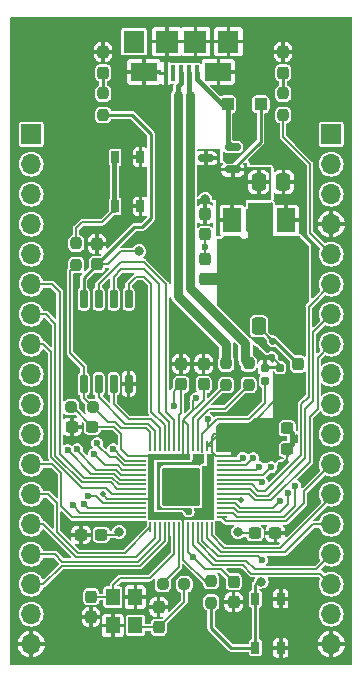
<source format=gbr>
%TF.GenerationSoftware,KiCad,Pcbnew,7.0.8*%
%TF.CreationDate,2023-11-05T01:10:31+09:00*%
%TF.ProjectId,BBM-RP2040,42424d2d-5250-4323-9034-302e6b696361,rev?*%
%TF.SameCoordinates,Original*%
%TF.FileFunction,Copper,L1,Top*%
%TF.FilePolarity,Positive*%
%FSLAX46Y46*%
G04 Gerber Fmt 4.6, Leading zero omitted, Abs format (unit mm)*
G04 Created by KiCad (PCBNEW 7.0.8) date 2023-11-05 01:10:31*
%MOMM*%
%LPD*%
G01*
G04 APERTURE LIST*
G04 Aperture macros list*
%AMRoundRect*
0 Rectangle with rounded corners*
0 $1 Rounding radius*
0 $2 $3 $4 $5 $6 $7 $8 $9 X,Y pos of 4 corners*
0 Add a 4 corners polygon primitive as box body*
4,1,4,$2,$3,$4,$5,$6,$7,$8,$9,$2,$3,0*
0 Add four circle primitives for the rounded corners*
1,1,$1+$1,$2,$3*
1,1,$1+$1,$4,$5*
1,1,$1+$1,$6,$7*
1,1,$1+$1,$8,$9*
0 Add four rect primitives between the rounded corners*
20,1,$1+$1,$2,$3,$4,$5,0*
20,1,$1+$1,$4,$5,$6,$7,0*
20,1,$1+$1,$6,$7,$8,$9,0*
20,1,$1+$1,$8,$9,$2,$3,0*%
G04 Aperture macros list end*
%TA.AperFunction,ComponentPad*%
%ADD10R,1.700000X1.700000*%
%TD*%
%TA.AperFunction,ComponentPad*%
%ADD11O,1.700000X1.700000*%
%TD*%
%TA.AperFunction,SMDPad,CuDef*%
%ADD12RoundRect,0.155000X0.155000X-0.212500X0.155000X0.212500X-0.155000X0.212500X-0.155000X-0.212500X0*%
%TD*%
%TA.AperFunction,SMDPad,CuDef*%
%ADD13R,1.500000X2.000000*%
%TD*%
%TA.AperFunction,SMDPad,CuDef*%
%ADD14R,3.800000X2.000000*%
%TD*%
%TA.AperFunction,SMDPad,CuDef*%
%ADD15RoundRect,0.237500X-0.237500X0.287500X-0.237500X-0.287500X0.237500X-0.287500X0.237500X0.287500X0*%
%TD*%
%TA.AperFunction,SMDPad,CuDef*%
%ADD16RoundRect,0.237500X0.237500X-0.300000X0.237500X0.300000X-0.237500X0.300000X-0.237500X-0.300000X0*%
%TD*%
%TA.AperFunction,SMDPad,CuDef*%
%ADD17RoundRect,0.237500X0.300000X0.237500X-0.300000X0.237500X-0.300000X-0.237500X0.300000X-0.237500X0*%
%TD*%
%TA.AperFunction,SMDPad,CuDef*%
%ADD18RoundRect,0.237500X0.237500X-0.250000X0.237500X0.250000X-0.237500X0.250000X-0.237500X-0.250000X0*%
%TD*%
%TA.AperFunction,SMDPad,CuDef*%
%ADD19RoundRect,0.250000X0.337500X0.475000X-0.337500X0.475000X-0.337500X-0.475000X0.337500X-0.475000X0*%
%TD*%
%TA.AperFunction,SMDPad,CuDef*%
%ADD20RoundRect,0.237500X0.250000X0.237500X-0.250000X0.237500X-0.250000X-0.237500X0.250000X-0.237500X0*%
%TD*%
%TA.AperFunction,SMDPad,CuDef*%
%ADD21RoundRect,0.150000X0.150000X-0.650000X0.150000X0.650000X-0.150000X0.650000X-0.150000X-0.650000X0*%
%TD*%
%TA.AperFunction,SMDPad,CuDef*%
%ADD22RoundRect,0.237500X-0.300000X-0.237500X0.300000X-0.237500X0.300000X0.237500X-0.300000X0.237500X0*%
%TD*%
%TA.AperFunction,SMDPad,CuDef*%
%ADD23R,0.650000X1.050000*%
%TD*%
%TA.AperFunction,SMDPad,CuDef*%
%ADD24RoundRect,0.237500X-0.237500X0.300000X-0.237500X-0.300000X0.237500X-0.300000X0.237500X0.300000X0*%
%TD*%
%TA.AperFunction,SMDPad,CuDef*%
%ADD25RoundRect,0.155000X-0.155000X0.212500X-0.155000X-0.212500X0.155000X-0.212500X0.155000X0.212500X0*%
%TD*%
%TA.AperFunction,SMDPad,CuDef*%
%ADD26R,0.400000X1.350000*%
%TD*%
%TA.AperFunction,SMDPad,CuDef*%
%ADD27R,2.200000X1.600000*%
%TD*%
%TA.AperFunction,SMDPad,CuDef*%
%ADD28R,1.800000X1.900000*%
%TD*%
%TA.AperFunction,SMDPad,CuDef*%
%ADD29R,1.900000X1.900000*%
%TD*%
%TA.AperFunction,SMDPad,CuDef*%
%ADD30RoundRect,0.250000X0.300000X0.300000X-0.300000X0.300000X-0.300000X-0.300000X0.300000X-0.300000X0*%
%TD*%
%TA.AperFunction,SMDPad,CuDef*%
%ADD31RoundRect,0.237500X-0.237500X0.250000X-0.237500X-0.250000X0.237500X-0.250000X0.237500X0.250000X0*%
%TD*%
%TA.AperFunction,SMDPad,CuDef*%
%ADD32RoundRect,0.150000X0.512500X0.150000X-0.512500X0.150000X-0.512500X-0.150000X0.512500X-0.150000X0*%
%TD*%
%TA.AperFunction,SMDPad,CuDef*%
%ADD33RoundRect,0.050000X-0.387500X-0.050000X0.387500X-0.050000X0.387500X0.050000X-0.387500X0.050000X0*%
%TD*%
%TA.AperFunction,SMDPad,CuDef*%
%ADD34RoundRect,0.050000X-0.050000X-0.387500X0.050000X-0.387500X0.050000X0.387500X-0.050000X0.387500X0*%
%TD*%
%TA.AperFunction,ComponentPad*%
%ADD35C,0.600000*%
%TD*%
%TA.AperFunction,SMDPad,CuDef*%
%ADD36RoundRect,0.144000X-1.456000X-1.456000X1.456000X-1.456000X1.456000X1.456000X-1.456000X1.456000X0*%
%TD*%
%TA.AperFunction,SMDPad,CuDef*%
%ADD37RoundRect,0.237500X-0.250000X-0.237500X0.250000X-0.237500X0.250000X0.237500X-0.250000X0.237500X0*%
%TD*%
%TA.AperFunction,SMDPad,CuDef*%
%ADD38RoundRect,0.250000X-0.337500X-0.475000X0.337500X-0.475000X0.337500X0.475000X-0.337500X0.475000X0*%
%TD*%
%TA.AperFunction,SMDPad,CuDef*%
%ADD39R,1.200000X1.400000*%
%TD*%
%TA.AperFunction,ViaPad*%
%ADD40C,0.600000*%
%TD*%
%TA.AperFunction,ViaPad*%
%ADD41C,0.800000*%
%TD*%
%TA.AperFunction,ViaPad*%
%ADD42C,0.500000*%
%TD*%
%TA.AperFunction,Conductor*%
%ADD43C,0.160000*%
%TD*%
%TA.AperFunction,Conductor*%
%ADD44C,0.250000*%
%TD*%
%TA.AperFunction,Conductor*%
%ADD45C,0.400000*%
%TD*%
%TA.AperFunction,Conductor*%
%ADD46C,1.000000*%
%TD*%
%TA.AperFunction,Conductor*%
%ADD47C,0.800000*%
%TD*%
G04 APERTURE END LIST*
D10*
%TO.P,J2,1,Pin_1*%
%TO.N,GPIO28_ADC2*%
X182880000Y-66040000D03*
D11*
%TO.P,J2,2,Pin_2*%
%TO.N,GPIO27_ADC1*%
X182880000Y-68580000D03*
%TO.P,J2,3,Pin_3*%
%TO.N,GPIO26_ADC0*%
X182880000Y-71120000D03*
%TO.P,J2,4,Pin_4*%
%TO.N,GND*%
X182880000Y-73660000D03*
%TO.P,J2,5,Pin_5*%
%TO.N,GPIO25*%
X182880000Y-76200000D03*
%TO.P,J2,6,Pin_6*%
%TO.N,GPIO24*%
X182880000Y-78740000D03*
%TO.P,J2,7,Pin_7*%
%TO.N,GPIO23*%
X182880000Y-81280000D03*
%TO.P,J2,8,Pin_8*%
%TO.N,GPIO22*%
X182880000Y-83820000D03*
%TO.P,J2,9,Pin_9*%
%TO.N,GPIO21*%
X182880000Y-86360000D03*
%TO.P,J2,10,Pin_10*%
%TO.N,GPIO20*%
X182880000Y-88900000D03*
%TO.P,J2,11,Pin_11*%
%TO.N,GPIO19*%
X182880000Y-91440000D03*
%TO.P,J2,12,Pin_12*%
%TO.N,GPIO18*%
X182880000Y-93980000D03*
%TO.P,J2,13,Pin_13*%
%TO.N,GPIO17*%
X182880000Y-96520000D03*
%TO.P,J2,14,Pin_14*%
%TO.N,GPIO16*%
X182880000Y-99060000D03*
%TO.P,J2,15,Pin_15*%
%TO.N,SWD*%
X182880000Y-101600000D03*
%TO.P,J2,16,Pin_16*%
%TO.N,SWCLK*%
X182880000Y-104140000D03*
%TO.P,J2,17,Pin_17*%
%TO.N,+3.3V*%
X182880000Y-106680000D03*
%TO.P,J2,18,Pin_18*%
%TO.N,GND*%
X182880000Y-109220000D03*
%TD*%
D12*
%TO.P,C9,1*%
%TO.N,+3.3V*%
X178562000Y-86927500D03*
%TO.P,C9,2*%
%TO.N,GND*%
X178562000Y-85792500D03*
%TD*%
D13*
%TO.P,U1,1,GND*%
%TO.N,GND*%
X179084000Y-73304000D03*
%TO.P,U1,2,VO*%
%TO.N,+3.3V*%
X176784000Y-73304000D03*
D14*
X176784000Y-79604000D03*
D13*
%TO.P,U1,3,VI*%
%TO.N,+5V*%
X174484000Y-73304000D03*
%TD*%
D15*
%TO.P,D3,1,K*%
%TO.N,GND*%
X178816000Y-59069000D03*
%TO.P,D3,2,A*%
%TO.N,Net-(D3-A)*%
X178816000Y-60819000D03*
%TD*%
D16*
%TO.P,R10,1*%
%TO.N,GPIO29_ADC3*%
X172212000Y-74522500D03*
%TO.P,R10,2*%
%TO.N,GND*%
X172212000Y-72797500D03*
%TD*%
D17*
%TO.P,C16,1*%
%TO.N,+3.3V*%
X163422500Y-99949000D03*
%TO.P,C16,2*%
%TO.N,GND*%
X161697500Y-99949000D03*
%TD*%
D18*
%TO.P,R5,1*%
%TO.N,+3.3V*%
X163576000Y-64412500D03*
%TO.P,R5,2*%
%TO.N,Net-(D2-A)*%
X163576000Y-62587500D03*
%TD*%
%TO.P,R6,1*%
%TO.N,GPIO25*%
X178816000Y-64412500D03*
%TO.P,R6,2*%
%TO.N,Net-(D3-A)*%
X178816000Y-62587500D03*
%TD*%
D19*
%TO.P,C5,1*%
%TO.N,+3.3V*%
X178837500Y-82296000D03*
%TO.P,C5,2*%
%TO.N,GND*%
X176762500Y-82296000D03*
%TD*%
D17*
%TO.P,C15,1*%
%TO.N,+3.3V*%
X162660500Y-90805000D03*
%TO.P,C15,2*%
%TO.N,GND*%
X160935500Y-90805000D03*
%TD*%
D20*
%TO.P,R4,1*%
%TO.N,Net-(C2-Pad1)*%
X170457500Y-104140000D03*
%TO.P,R4,2*%
%TO.N,XOUT*%
X168632500Y-104140000D03*
%TD*%
D16*
%TO.P,C12,1*%
%TO.N,+3.3V*%
X172085000Y-87222500D03*
%TO.P,C12,2*%
%TO.N,GND*%
X172085000Y-85497500D03*
%TD*%
D21*
%TO.P,U2,1,~{CS}*%
%TO.N,/QSPI_SS*%
X161925000Y-87166000D03*
%TO.P,U2,2,DO(IO1)*%
%TO.N,QSPI_SD1*%
X163195000Y-87166000D03*
%TO.P,U2,3,IO2*%
%TO.N,QSPI_SD2*%
X164465000Y-87166000D03*
%TO.P,U2,4,GND*%
%TO.N,GND*%
X165735000Y-87166000D03*
%TO.P,U2,5,DI(IO0)*%
%TO.N,QSPI_SD0*%
X165735000Y-79966000D03*
%TO.P,U2,6,CLK*%
%TO.N,QSPI_SCLK*%
X164465000Y-79966000D03*
%TO.P,U2,7,IO3*%
%TO.N,QSPI_SD3*%
X163195000Y-79966000D03*
%TO.P,U2,8,VCC*%
%TO.N,+3.3V*%
X161925000Y-79966000D03*
%TD*%
D22*
%TO.P,C14,1*%
%TO.N,+3.3V*%
X177445500Y-90932000D03*
%TO.P,C14,2*%
%TO.N,GND*%
X179170500Y-90932000D03*
%TD*%
D23*
%TO.P,SW2,1,1*%
%TO.N,GND*%
X178621000Y-105367000D03*
%TO.P,SW2,2,2*%
X178621000Y-109517000D03*
%TO.P,SW2,3,K*%
%TO.N,RUN*%
X176471000Y-105367000D03*
%TO.P,SW2,4,A*%
X176471000Y-109517000D03*
%TD*%
D24*
%TO.P,C1,1*%
%TO.N,XIN*%
X162560000Y-105182500D03*
%TO.P,C1,2*%
%TO.N,GND*%
X162560000Y-106907500D03*
%TD*%
D16*
%TO.P,C2,1*%
%TO.N,Net-(C2-Pad1)*%
X168275000Y-107796500D03*
%TO.P,C2,2*%
%TO.N,GND*%
X168275000Y-106071500D03*
%TD*%
D25*
%TO.P,C8,1*%
%TO.N,GND*%
X177292000Y-85792500D03*
%TO.P,C8,2*%
%TO.N,+1V1*%
X177292000Y-86927500D03*
%TD*%
D26*
%TO.P,J1,1,VBUS*%
%TO.N,/VBUS*%
X171485000Y-60878000D03*
%TO.P,J1,2,D-*%
%TO.N,USB_DM*%
X170835000Y-60878000D03*
%TO.P,J1,3,D+*%
%TO.N,USB_DP*%
X170185000Y-60878000D03*
%TO.P,J1,4,ID*%
%TO.N,unconnected-(J1-ID-Pad4)*%
X169535000Y-60878000D03*
%TO.P,J1,5,MP1*%
%TO.N,GND*%
X168885000Y-60878000D03*
D27*
%TO.P,J1,6,MP2*%
X173335000Y-60753000D03*
%TO.P,J1,7,MP3*%
X167035000Y-60753000D03*
D28*
%TO.P,J1,8,MP4*%
X174185000Y-58203000D03*
D29*
%TO.P,J1,9,MP5*%
X171385000Y-58203000D03*
%TO.P,J1,10,MP6*%
X168985000Y-58203000D03*
D28*
%TO.P,J1,11*%
%TO.N,N/C*%
X166185000Y-58203000D03*
%TD*%
D30*
%TO.P,D1,1,K*%
%TO.N,+5V*%
X176914000Y-63500000D03*
%TO.P,D1,2,A*%
%TO.N,/VBUS*%
X174114000Y-63500000D03*
%TD*%
D22*
%TO.P,C13,1*%
%TO.N,+3.3V*%
X176429500Y-99822000D03*
%TO.P,C13,2*%
%TO.N,GND*%
X178154500Y-99822000D03*
%TD*%
D10*
%TO.P,J3,1,Pin_1*%
%TO.N,GPIO0*%
X157480000Y-66040000D03*
D11*
%TO.P,J3,2,Pin_2*%
%TO.N,GPIO1*%
X157480000Y-68580000D03*
%TO.P,J3,3,Pin_3*%
%TO.N,GPIO2*%
X157480000Y-71120000D03*
%TO.P,J3,4,Pin_4*%
%TO.N,GPIO3*%
X157480000Y-73660000D03*
%TO.P,J3,5,Pin_5*%
%TO.N,GPIO4*%
X157480000Y-76200000D03*
%TO.P,J3,6,Pin_6*%
%TO.N,GPIO5*%
X157480000Y-78740000D03*
%TO.P,J3,7,Pin_7*%
%TO.N,GPIO6*%
X157480000Y-81280000D03*
%TO.P,J3,8,Pin_8*%
%TO.N,GPIO7*%
X157480000Y-83820000D03*
%TO.P,J3,9,Pin_9*%
%TO.N,GPIO8*%
X157480000Y-86360000D03*
%TO.P,J3,10,Pin_10*%
%TO.N,GPIO9*%
X157480000Y-88900000D03*
%TO.P,J3,11,Pin_11*%
%TO.N,GPIO10*%
X157480000Y-91440000D03*
%TO.P,J3,12,Pin_12*%
%TO.N,GPIO11*%
X157480000Y-93980000D03*
%TO.P,J3,13,Pin_13*%
%TO.N,GPIO12*%
X157480000Y-96520000D03*
%TO.P,J3,14,Pin_14*%
%TO.N,GPIO13*%
X157480000Y-99060000D03*
%TO.P,J3,15,Pin_15*%
%TO.N,GPIO14*%
X157480000Y-101600000D03*
%TO.P,J3,16,Pin_16*%
%TO.N,GPIO15*%
X157480000Y-104140000D03*
%TO.P,J3,17,Pin_17*%
%TO.N,+3.3V*%
X157480000Y-106680000D03*
%TO.P,J3,18,Pin_18*%
%TO.N,GND*%
X157480000Y-109220000D03*
%TD*%
D31*
%TO.P,R8,1*%
%TO.N,USB_DM*%
X175895000Y-85447500D03*
%TO.P,R8,2*%
%TO.N,Net-(U3-USB_DM)*%
X175895000Y-87272500D03*
%TD*%
D32*
%TO.P,Q1,1,D*%
%TO.N,+5V*%
X174553500Y-69022000D03*
%TO.P,Q1,2,G*%
%TO.N,/VBUS*%
X174553500Y-67122000D03*
%TO.P,Q1,3,S*%
%TO.N,+5V*%
X172278500Y-68072000D03*
%TD*%
D16*
%TO.P,R9,1*%
%TO.N,+3.3V*%
X172212000Y-78332500D03*
%TO.P,R9,2*%
%TO.N,GPIO29_ADC3*%
X172212000Y-76607500D03*
%TD*%
D33*
%TO.P,U3,1,IOVDD*%
%TO.N,+3.3V*%
X166742500Y-93281600D03*
%TO.P,U3,2,GPIO0*%
%TO.N,GPIO0*%
X166742500Y-93681600D03*
%TO.P,U3,3,GPIO1*%
%TO.N,GPIO1*%
X166742500Y-94081600D03*
%TO.P,U3,4,GPIO2*%
%TO.N,GPIO2*%
X166742500Y-94481600D03*
%TO.P,U3,5,GPIO3*%
%TO.N,GPIO3*%
X166742500Y-94881600D03*
%TO.P,U3,6,GPIO4*%
%TO.N,GPIO4*%
X166742500Y-95281600D03*
%TO.P,U3,7,GPIO5*%
%TO.N,GPIO5*%
X166742500Y-95681600D03*
%TO.P,U3,8,GPIO6*%
%TO.N,GPIO6*%
X166742500Y-96081600D03*
%TO.P,U3,9,GPIO7*%
%TO.N,GPIO7*%
X166742500Y-96481600D03*
%TO.P,U3,10,IOVDD*%
%TO.N,+3.3V*%
X166742500Y-96881600D03*
%TO.P,U3,11,GPIO8*%
%TO.N,GPIO8*%
X166742500Y-97281600D03*
%TO.P,U3,12,GPIO9*%
%TO.N,GPIO9*%
X166742500Y-97681600D03*
%TO.P,U3,13,GPIO10*%
%TO.N,GPIO10*%
X166742500Y-98081600D03*
%TO.P,U3,14,GPIO11*%
%TO.N,GPIO11*%
X166742500Y-98481600D03*
D34*
%TO.P,U3,15,GPIO12*%
%TO.N,GPIO12*%
X167580000Y-99319100D03*
%TO.P,U3,16,GPIO13*%
%TO.N,GPIO13*%
X167980000Y-99319100D03*
%TO.P,U3,17,GPIO14*%
%TO.N,GPIO14*%
X168380000Y-99319100D03*
%TO.P,U3,18,GPIO15*%
%TO.N,GPIO15*%
X168780000Y-99319100D03*
%TO.P,U3,19,TESTEN*%
%TO.N,GND*%
X169180000Y-99319100D03*
%TO.P,U3,20,XIN*%
%TO.N,XIN*%
X169580000Y-99319100D03*
%TO.P,U3,21,XOUT*%
%TO.N,XOUT*%
X169980000Y-99319100D03*
%TO.P,U3,22,IOVDD*%
%TO.N,+3.3V*%
X170380000Y-99319100D03*
%TO.P,U3,23,DVDD*%
%TO.N,+1V1*%
X170780000Y-99319100D03*
%TO.P,U3,24,SWCLK*%
%TO.N,SWCLK*%
X171180000Y-99319100D03*
%TO.P,U3,25,SWD*%
%TO.N,SWD*%
X171580000Y-99319100D03*
%TO.P,U3,26,RUN*%
%TO.N,RUN*%
X171980000Y-99319100D03*
%TO.P,U3,27,GPIO16*%
%TO.N,GPIO16*%
X172380000Y-99319100D03*
%TO.P,U3,28,GPIO17*%
%TO.N,GPIO17*%
X172780000Y-99319100D03*
D33*
%TO.P,U3,29,GPIO18*%
%TO.N,GPIO18*%
X173617500Y-98481600D03*
%TO.P,U3,30,GPIO19*%
%TO.N,GPIO19*%
X173617500Y-98081600D03*
%TO.P,U3,31,GPIO20*%
%TO.N,GPIO20*%
X173617500Y-97681600D03*
%TO.P,U3,32,GPIO21*%
%TO.N,GPIO21*%
X173617500Y-97281600D03*
%TO.P,U3,33,IOVDD*%
%TO.N,+3.3V*%
X173617500Y-96881600D03*
%TO.P,U3,34,GPIO22*%
%TO.N,GPIO22*%
X173617500Y-96481600D03*
%TO.P,U3,35,GPIO23*%
%TO.N,GPIO23*%
X173617500Y-96081600D03*
%TO.P,U3,36,GPIO24*%
%TO.N,GPIO24*%
X173617500Y-95681600D03*
%TO.P,U3,37,GPIO25*%
%TO.N,GPIO25*%
X173617500Y-95281600D03*
%TO.P,U3,38,GPIO26_ADC0*%
%TO.N,GPIO26_ADC0*%
X173617500Y-94881600D03*
%TO.P,U3,39,GPIO27_ADC1*%
%TO.N,GPIO27_ADC1*%
X173617500Y-94481600D03*
%TO.P,U3,40,GPIO28_ADC2*%
%TO.N,GPIO28_ADC2*%
X173617500Y-94081600D03*
%TO.P,U3,41,GPIO29_ADC3*%
%TO.N,GPIO29_ADC3*%
X173617500Y-93681600D03*
%TO.P,U3,42,IOVDD*%
%TO.N,+3.3V*%
X173617500Y-93281600D03*
D34*
%TO.P,U3,43,ADC_AVDD*%
X172780000Y-92444100D03*
%TO.P,U3,44,VREG_IN*%
X172380000Y-92444100D03*
%TO.P,U3,45,VREG_VOUT*%
%TO.N,+1V1*%
X171980000Y-92444100D03*
%TO.P,U3,46,USB_DM*%
%TO.N,Net-(U3-USB_DM)*%
X171580000Y-92444100D03*
%TO.P,U3,47,USB_DP*%
%TO.N,Net-(U3-USB_DP)*%
X171180000Y-92444100D03*
%TO.P,U3,48,USB_VDD*%
%TO.N,+3.3V*%
X170780000Y-92444100D03*
%TO.P,U3,49,IOVDD*%
X170380000Y-92444100D03*
%TO.P,U3,50,DVDD*%
%TO.N,+1V1*%
X169980000Y-92444100D03*
%TO.P,U3,51,QSPI_SD3*%
%TO.N,QSPI_SD3*%
X169580000Y-92444100D03*
%TO.P,U3,52,QSPI_SCLK*%
%TO.N,QSPI_SCLK*%
X169180000Y-92444100D03*
%TO.P,U3,53,QSPI_SD0*%
%TO.N,QSPI_SD0*%
X168780000Y-92444100D03*
%TO.P,U3,54,QSPI_SD2*%
%TO.N,QSPI_SD2*%
X168380000Y-92444100D03*
%TO.P,U3,55,QSPI_SD1*%
%TO.N,QSPI_SD1*%
X167980000Y-92444100D03*
%TO.P,U3,56,QSPI_SS*%
%TO.N,/QSPI_SS*%
X167580000Y-92444100D03*
D35*
%TO.P,U3,57,GND*%
%TO.N,GND*%
X168905000Y-94606600D03*
X168905000Y-95881600D03*
X168905000Y-97156600D03*
X170180000Y-94606600D03*
X170180000Y-95881600D03*
D36*
X170180000Y-95881600D03*
D35*
X170180000Y-97156600D03*
X171455000Y-94606600D03*
X171455000Y-95881600D03*
X171455000Y-97156600D03*
%TD*%
D31*
%TO.P,R7,1*%
%TO.N,USB_DP*%
X173990000Y-85447500D03*
%TO.P,R7,2*%
%TO.N,Net-(U3-USB_DP)*%
X173990000Y-87272500D03*
%TD*%
D16*
%TO.P,C7,1*%
%TO.N,GND*%
X174625000Y-105637500D03*
%TO.P,C7,2*%
%TO.N,+1V1*%
X174625000Y-103912500D03*
%TD*%
%TO.P,C10,1*%
%TO.N,+3.3V*%
X180086000Y-87222500D03*
%TO.P,C10,2*%
%TO.N,GND*%
X180086000Y-85497500D03*
%TD*%
D31*
%TO.P,R3,1*%
%TO.N,+3.3V*%
X172720000Y-103862500D03*
%TO.P,R3,2*%
%TO.N,RUN*%
X172720000Y-105687500D03*
%TD*%
D15*
%TO.P,D2,1,K*%
%TO.N,GND*%
X163576000Y-59069000D03*
%TO.P,D2,2,A*%
%TO.N,Net-(D2-A)*%
X163576000Y-60819000D03*
%TD*%
D23*
%TO.P,SW1,1,1*%
%TO.N,GND*%
X166742000Y-67986000D03*
%TO.P,SW1,2,2*%
X166742000Y-72136000D03*
%TO.P,SW1,3,K*%
%TO.N,/~{USB_BOOT}*%
X164592000Y-67986000D03*
%TO.P,SW1,4,A*%
X164592000Y-72136000D03*
%TD*%
D22*
%TO.P,C11,1*%
%TO.N,+3.3V*%
X177445500Y-92710000D03*
%TO.P,C11,2*%
%TO.N,GND*%
X179170500Y-92710000D03*
%TD*%
D37*
%TO.P,R2,1*%
%TO.N,+3.3V*%
X160885500Y-89154000D03*
%TO.P,R2,2*%
%TO.N,/QSPI_SS*%
X162710500Y-89154000D03*
%TD*%
D38*
%TO.P,C3,1*%
%TO.N,+5V*%
X176762500Y-70104000D03*
%TO.P,C3,2*%
%TO.N,GND*%
X178837500Y-70104000D03*
%TD*%
D39*
%TO.P,Y1,1,1*%
%TO.N,XIN*%
X164404000Y-105226000D03*
%TO.P,Y1,2,2*%
%TO.N,GND*%
X164404000Y-107626000D03*
%TO.P,Y1,3,3*%
%TO.N,Net-(C2-Pad1)*%
X166304000Y-107626000D03*
%TO.P,Y1,4,4*%
%TO.N,GND*%
X166304000Y-105226000D03*
%TD*%
D24*
%TO.P,C4,1*%
%TO.N,GND*%
X163068000Y-75337500D03*
%TO.P,C4,2*%
%TO.N,+3.3V*%
X163068000Y-77062500D03*
%TD*%
D31*
%TO.P,R1,1*%
%TO.N,/~{USB_BOOT}*%
X161290000Y-75287500D03*
%TO.P,R1,2*%
%TO.N,/QSPI_SS*%
X161290000Y-77112500D03*
%TD*%
D24*
%TO.P,C6,1*%
%TO.N,GND*%
X170180000Y-85497500D03*
%TO.P,C6,2*%
%TO.N,+1V1*%
X170180000Y-87222500D03*
%TD*%
D40*
%TO.N,GND*%
X168656000Y-101600000D03*
D41*
X160477200Y-99161600D03*
D40*
X177857773Y-84905227D03*
D41*
X172212000Y-71526400D03*
D40*
X177927000Y-83566000D03*
X179376721Y-99457741D03*
X178659115Y-94077115D03*
X176531043Y-84328000D03*
D41*
X166116000Y-89408000D03*
D40*
X161899600Y-91948000D03*
D41*
X170180000Y-83820000D03*
X172085000Y-83820000D03*
D42*
%TO.N,+3.3V*%
X175260000Y-97028000D03*
D40*
X171450000Y-88392000D03*
X175006000Y-92710000D03*
D41*
X175006000Y-99695000D03*
D42*
X163576000Y-96520000D03*
D41*
X174752000Y-91440000D03*
X166624000Y-75946000D03*
X164947600Y-99695000D03*
D40*
%TO.N,+1V1*%
X171450000Y-93726000D03*
X170815000Y-97981100D03*
X169589500Y-89027000D03*
X172466000Y-90170000D03*
X171196000Y-101854000D03*
D41*
%TO.N,RUN*%
X176974466Y-103909500D03*
D40*
X177038000Y-102108000D03*
%TO.N,GPIO25*%
X177038000Y-95504000D03*
%TO.N,GPIO0*%
X164420500Y-92710000D03*
%TO.N,GPIO1*%
X163067745Y-92202000D03*
%TO.N,GPIO2*%
X162818445Y-93111955D03*
%TO.N,GPIO3*%
X161379185Y-92706364D03*
%TO.N,GPIO4*%
X160583245Y-92781755D03*
%TO.N,GPIO8*%
X162306000Y-96649390D03*
%TO.N,GPIO9*%
X161978362Y-97385927D03*
%TO.N,GPIO10*%
X161036000Y-97470615D03*
%TO.N,GPIO19*%
X179861885Y-95787885D03*
%TO.N,GPIO20*%
X179252500Y-96396581D03*
%TO.N,GPIO21*%
X178591885Y-97057885D03*
%TO.N,GPIO26_ADC0*%
X177800000Y-94234000D03*
%TO.N,GPIO27_ADC1*%
X176784000Y-94234000D03*
%TO.N,GPIO28_ADC2*%
X176276000Y-93472000D03*
%TO.N,GPIO29_ADC3*%
X175410451Y-93425096D03*
X172212000Y-75565000D03*
%TD*%
D43*
%TO.N,XIN*%
X169580000Y-101565000D02*
X167513000Y-103632000D01*
X164973000Y-103632000D02*
X164404000Y-104201000D01*
X169580000Y-99319100D02*
X169580000Y-101565000D01*
X162603500Y-105226000D02*
X162560000Y-105182500D01*
X167513000Y-103632000D02*
X164973000Y-103632000D01*
X164404000Y-104201000D02*
X164404000Y-105226000D01*
X164404000Y-105226000D02*
X162603500Y-105226000D01*
D44*
%TO.N,GND*%
X178154500Y-83566000D02*
X180086000Y-85497500D01*
D43*
X178562000Y-85609454D02*
X178562000Y-85792500D01*
X168885000Y-60878000D02*
X168885000Y-59715000D01*
X176531043Y-84328000D02*
X177292000Y-85088957D01*
X168910000Y-58278000D02*
X168985000Y-58203000D01*
X179012462Y-99822000D02*
X178154500Y-99822000D01*
X166116000Y-89408000D02*
X165735000Y-89027000D01*
X179170500Y-93565730D02*
X179170500Y-92710000D01*
X179376721Y-99457741D02*
X179012462Y-99822000D01*
X165735000Y-89027000D02*
X165735000Y-87420000D01*
D45*
X179578000Y-92302500D02*
X179197000Y-92683500D01*
D43*
X178659115Y-94077115D02*
X179170500Y-93565730D01*
D45*
X179197000Y-90958500D02*
X179578000Y-91339500D01*
D43*
X177857773Y-84905227D02*
X178562000Y-85609454D01*
X168910000Y-59055000D02*
X168910000Y-58278000D01*
D45*
X179578000Y-91339500D02*
X179578000Y-92302500D01*
D43*
X179197000Y-92683500D02*
X179170500Y-92710000D01*
X172212000Y-72797500D02*
X172212000Y-71526400D01*
X170180000Y-85497500D02*
X170180000Y-83820000D01*
X176762500Y-82401500D02*
X177927000Y-83566000D01*
X179170500Y-90932000D02*
X179197000Y-90958500D01*
X169180000Y-101076000D02*
X168656000Y-101600000D01*
X169180000Y-99319100D02*
X169180000Y-101076000D01*
X176762500Y-82296000D02*
X176762500Y-82401500D01*
D44*
X177927000Y-83566000D02*
X178154500Y-83566000D01*
D43*
X177292000Y-85088957D02*
X177292000Y-85792500D01*
X172085000Y-85497500D02*
X172085000Y-83820000D01*
X168885000Y-60878000D02*
X168885000Y-62459000D01*
%TO.N,Net-(C2-Pad1)*%
X170457500Y-105614000D02*
X168275000Y-107796500D01*
X170457500Y-104140000D02*
X170457500Y-105614000D01*
X168275000Y-107796500D02*
X166474500Y-107796500D01*
X166474500Y-107796500D02*
X166304000Y-107626000D01*
%TO.N,+3.3V*%
X170380000Y-98752000D02*
X170180000Y-98552000D01*
X174294100Y-90530000D02*
X176170000Y-90530000D01*
X161009500Y-89154000D02*
X162660500Y-90805000D01*
X172085000Y-88519000D02*
X172085000Y-87222500D01*
X170380000Y-92444100D02*
X170380000Y-93214800D01*
X172380000Y-92444100D02*
X174294100Y-90530000D01*
X163576000Y-96520000D02*
X163937600Y-96881600D01*
X164465000Y-90805000D02*
X162660500Y-90805000D01*
D46*
X176784000Y-75184000D02*
X173635500Y-78332500D01*
D43*
X170380000Y-98814908D02*
X170380000Y-99319100D01*
X171175000Y-89429000D02*
X171175000Y-88667000D01*
D46*
X176784000Y-73304000D02*
X176784000Y-78588000D01*
D43*
X175006000Y-92710000D02*
X177445500Y-92710000D01*
X178562000Y-88138000D02*
X178562000Y-86927500D01*
D44*
X163068000Y-77062500D02*
X166216500Y-73914000D01*
D43*
X170380000Y-99319100D02*
X170380000Y-102054000D01*
X167246692Y-96881600D02*
X166742500Y-96881600D01*
X165100000Y-91440000D02*
X164465000Y-90805000D01*
X172780000Y-92444100D02*
X172380000Y-92444100D01*
X163983500Y-77062500D02*
X163068000Y-77062500D01*
X173137050Y-93281600D02*
X172780000Y-92924550D01*
X176170000Y-90530000D02*
X178562000Y-88138000D01*
X161754000Y-80220000D02*
X161925000Y-80220000D01*
X166624000Y-75946000D02*
X165100000Y-75946000D01*
D44*
X166012500Y-64412500D02*
X163576000Y-64412500D01*
D43*
X175006000Y-92710000D02*
X175006000Y-92964000D01*
X175260000Y-97028000D02*
X175113600Y-96881600D01*
X170380000Y-102054000D02*
X172188500Y-103862500D01*
X172974000Y-91440000D02*
X172780000Y-91634000D01*
D44*
X166216500Y-73914000D02*
X166878000Y-73914000D01*
X161925000Y-78205500D02*
X163068000Y-77062500D01*
X161925000Y-80220000D02*
X161925000Y-78205500D01*
D43*
X164693600Y-99949000D02*
X163422500Y-99949000D01*
X160885500Y-89154000D02*
X161009500Y-89154000D01*
X173617500Y-93281600D02*
X173137050Y-93281600D01*
X170800000Y-92424100D02*
X170800000Y-90644000D01*
X174752000Y-91440000D02*
X172974000Y-91440000D01*
X171175000Y-88667000D02*
X171450000Y-88392000D01*
D44*
X167640000Y-73152000D02*
X167640000Y-66040000D01*
D43*
X170780000Y-92444100D02*
X170780000Y-93208400D01*
X170380000Y-92444100D02*
X170380000Y-90224000D01*
X167602000Y-93281600D02*
X167640000Y-93319600D01*
X164947600Y-99695000D02*
X164947600Y-99847400D01*
D46*
X176784000Y-78588000D02*
X178054000Y-79858000D01*
X172212000Y-78332500D02*
X172312500Y-78332500D01*
D43*
X170800000Y-90644000D02*
X170380000Y-90224000D01*
X165671600Y-93281600D02*
X165100000Y-92710000D01*
X174752000Y-91440000D02*
X175260000Y-90932000D01*
X175133000Y-99822000D02*
X176429500Y-99822000D01*
D44*
X167640000Y-66040000D02*
X166012500Y-64412500D01*
D43*
X165100000Y-75946000D02*
X163983500Y-77062500D01*
X175260000Y-90932000D02*
X177445500Y-90932000D01*
X177445500Y-90932000D02*
X180086000Y-88291500D01*
X170380000Y-90224000D02*
X172085000Y-88519000D01*
X175006000Y-99695000D02*
X175133000Y-99822000D01*
X164947600Y-99695000D02*
X164693600Y-99949000D01*
X172188500Y-103862500D02*
X172720000Y-103862500D01*
X174688400Y-93281600D02*
X173617500Y-93281600D01*
X166742500Y-96881600D02*
X167595200Y-96881600D01*
X170942000Y-89662000D02*
X171175000Y-89429000D01*
X170780000Y-92444100D02*
X170800000Y-92424100D01*
X170380000Y-93214800D02*
X170383200Y-93218000D01*
D44*
X166878000Y-73914000D02*
X167640000Y-73152000D01*
D43*
X166742500Y-93281600D02*
X165671600Y-93281600D01*
X172780000Y-91634000D02*
X172780000Y-92444100D01*
X163937600Y-96881600D02*
X166742500Y-96881600D01*
X180086000Y-88291500D02*
X180086000Y-87222500D01*
X167595200Y-96881600D02*
X167614600Y-96901000D01*
X175006000Y-92964000D02*
X174688400Y-93281600D01*
X172780000Y-92924550D02*
X172780000Y-92444100D01*
X166742500Y-93281600D02*
X167602000Y-93281600D01*
X170380000Y-99319100D02*
X170380000Y-98752000D01*
X165100000Y-92710000D02*
X165100000Y-91440000D01*
D46*
X173635500Y-78332500D02*
X172212000Y-78332500D01*
D43*
X175113600Y-96881600D02*
X173617500Y-96881600D01*
%TO.N,+1V1*%
X171980000Y-92444100D02*
X171980000Y-91416884D01*
X171980000Y-91416884D02*
X172466000Y-90930884D01*
X171196000Y-101854000D02*
X172212000Y-102870000D01*
X170000000Y-92424100D02*
X170000000Y-91919908D01*
X170180000Y-89661442D02*
X170180000Y-87222500D01*
X173582500Y-102870000D02*
X174625000Y-103912500D01*
X172466000Y-90930884D02*
X172466000Y-90170000D01*
X177292000Y-88773000D02*
X177292000Y-86927500D01*
X172212000Y-102870000D02*
X173582500Y-102870000D01*
X170020000Y-91899908D02*
X170020000Y-89821442D01*
X173226884Y-90170000D02*
X175895000Y-90170000D01*
X170020000Y-89821442D02*
X170180000Y-89661442D01*
X171980000Y-92948292D02*
X171980000Y-92444100D01*
X169589500Y-87795000D02*
X170135500Y-87249000D01*
X170780000Y-101438000D02*
X171196000Y-101854000D01*
X169980000Y-92444100D02*
X170000000Y-92424100D01*
X170780000Y-99319100D02*
X170780000Y-101438000D01*
X169589500Y-89027000D02*
X169589500Y-87795000D01*
X175895000Y-90170000D02*
X177292000Y-88773000D01*
X170000000Y-91919908D02*
X170020000Y-91899908D01*
X171980000Y-91416884D02*
X173226884Y-90170000D01*
D45*
%TO.N,/VBUS*%
X174553500Y-67122000D02*
X174114000Y-66682500D01*
X171485000Y-61368686D02*
X173616314Y-63500000D01*
X174114000Y-66682500D02*
X174114000Y-63500000D01*
X173616314Y-63500000D02*
X174114000Y-63500000D01*
X171485000Y-60878000D02*
X171485000Y-61368686D01*
D44*
%TO.N,Net-(D2-A)*%
X163576000Y-62587500D02*
X163576000Y-60819000D01*
D43*
%TO.N,/~{USB_BOOT}*%
X161290000Y-75287500D02*
X161290000Y-74017500D01*
X163456500Y-73509500D02*
X164533000Y-72433000D01*
D45*
X164533000Y-72433000D02*
X164533000Y-68283000D01*
D43*
X161798000Y-73509500D02*
X163456500Y-73509500D01*
X161290000Y-74017500D02*
X161798000Y-73509500D01*
%TO.N,/QSPI_SS*%
X167215884Y-90890000D02*
X165059116Y-90890000D01*
X161925000Y-88368500D02*
X161925000Y-87166000D01*
X162710500Y-89154000D02*
X161925000Y-88368500D01*
X161925000Y-87166000D02*
X161925000Y-85725000D01*
X164001500Y-90445000D02*
X162710500Y-89154000D01*
X161925000Y-85725000D02*
X160782000Y-84582000D01*
X160782000Y-84582000D02*
X160782000Y-77620500D01*
X167580000Y-91254116D02*
X167215884Y-90890000D01*
X160782000Y-77620500D02*
X161290000Y-77112500D01*
X164614116Y-90445000D02*
X164001500Y-90445000D01*
X167580000Y-92444100D02*
X167580000Y-91254116D01*
X165059116Y-90890000D02*
X164614116Y-90445000D01*
%TO.N,RUN*%
X171980000Y-100476768D02*
X171980000Y-99319100D01*
D44*
X172720000Y-107823000D02*
X174414000Y-109517000D01*
D43*
X176760500Y-103909500D02*
X176471000Y-104199000D01*
D44*
X174414000Y-109517000D02*
X176471000Y-109517000D01*
D43*
X177038000Y-102108000D02*
X176720000Y-101790000D01*
X176974466Y-103909500D02*
X176760500Y-103909500D01*
D44*
X176471000Y-109517000D02*
X176471000Y-104199000D01*
D43*
X176720000Y-101790000D02*
X173293232Y-101790000D01*
X173293232Y-101790000D02*
X171980000Y-100476768D01*
D44*
X172720000Y-105687500D02*
X172720000Y-107823000D01*
D43*
%TO.N,XOUT*%
X169980000Y-99319100D02*
X169980000Y-102670000D01*
X168632500Y-104017500D02*
X168632500Y-104140000D01*
X169980000Y-102670000D02*
X168632500Y-104017500D01*
D47*
%TO.N,USB_DP*%
X173990000Y-85447500D02*
X173990000Y-83820000D01*
X173990000Y-83820000D02*
X170180000Y-80010000D01*
X169926000Y-79746000D02*
X169926000Y-62738000D01*
X170185000Y-80005000D02*
X169926000Y-79746000D01*
D45*
X169926000Y-62738000D02*
X169926000Y-61976000D01*
X169926000Y-61976000D02*
X170185000Y-61717000D01*
X170185000Y-61717000D02*
X170185000Y-60878000D01*
D47*
%TO.N,USB_DM*%
X175631043Y-85183543D02*
X175631043Y-83733843D01*
X170926000Y-62754000D02*
X170942000Y-62738000D01*
X170926000Y-79028800D02*
X170926000Y-62754000D01*
X175631043Y-83733843D02*
X170926000Y-79028800D01*
D45*
X170835000Y-62631000D02*
X170942000Y-62738000D01*
D47*
X175895000Y-85447500D02*
X175631043Y-85183543D01*
D45*
X170835000Y-60878000D02*
X170835000Y-62631000D01*
D43*
%TO.N,GPIO25*%
X182880000Y-76200000D02*
X181102000Y-74422000D01*
X178816000Y-66294000D02*
X178816000Y-64412500D01*
X181102000Y-68580000D02*
X178816000Y-66294000D01*
X176815600Y-95281600D02*
X173617500Y-95281600D01*
X177038000Y-95504000D02*
X176815600Y-95281600D01*
X181102000Y-74422000D02*
X181102000Y-68580000D01*
%TO.N,QSPI_SD1*%
X167980000Y-91145000D02*
X167365000Y-90530000D01*
X163195000Y-88265000D02*
X163195000Y-87420000D01*
X167980000Y-92444100D02*
X167980000Y-91145000D01*
X165460000Y-90530000D02*
X163195000Y-88265000D01*
X167365000Y-90530000D02*
X165460000Y-90530000D01*
%TO.N,QSPI_SD2*%
X164465000Y-88900000D02*
X164465000Y-87420000D01*
X167640000Y-90170000D02*
X165735000Y-90170000D01*
X168380000Y-92444100D02*
X168380000Y-90910000D01*
X168380000Y-90910000D02*
X167640000Y-90170000D01*
X165735000Y-90170000D02*
X164465000Y-88900000D01*
%TO.N,QSPI_SD0*%
X167640000Y-89535000D02*
X168780000Y-90675000D01*
X165735000Y-80220000D02*
X165735000Y-78740000D01*
X167005000Y-78105000D02*
X167640000Y-78740000D01*
X165735000Y-78740000D02*
X166370000Y-78105000D01*
X166370000Y-78105000D02*
X167005000Y-78105000D01*
X168780000Y-90675000D02*
X168780000Y-92444100D01*
X167640000Y-78740000D02*
X167640000Y-89535000D01*
%TO.N,QSPI_SCLK*%
X169180000Y-92444100D02*
X169180000Y-90440000D01*
X169180000Y-90440000D02*
X168275000Y-89535000D01*
X167005000Y-77470000D02*
X165100000Y-77470000D01*
X165100000Y-77470000D02*
X164465000Y-78105000D01*
X164465000Y-78105000D02*
X164465000Y-80220000D01*
X168275000Y-78740000D02*
X167005000Y-77470000D01*
X168275000Y-89535000D02*
X168275000Y-78740000D01*
%TO.N,QSPI_SD3*%
X168910000Y-89535000D02*
X169580000Y-90205000D01*
X163195000Y-80220000D02*
X163195000Y-78740000D01*
X163195000Y-78740000D02*
X165100000Y-76835000D01*
X169580000Y-90205000D02*
X169580000Y-92444100D01*
X167005000Y-76835000D02*
X168910000Y-78740000D01*
X165100000Y-76835000D02*
X167005000Y-76835000D01*
X168910000Y-78740000D02*
X168910000Y-89535000D01*
%TO.N,GPIO0*%
X164465000Y-92710000D02*
X164420500Y-92710000D01*
X166742500Y-93681600D02*
X165436600Y-93681600D01*
X165436600Y-93681600D02*
X165100000Y-93345000D01*
X165100000Y-93345000D02*
X164465000Y-92710000D01*
%TO.N,GPIO1*%
X163067745Y-92318911D02*
X164138834Y-93390000D01*
X165327484Y-94081600D02*
X166742500Y-94081600D01*
X163067745Y-92202000D02*
X163067745Y-92318911D01*
X164138834Y-93390000D02*
X164635884Y-93390000D01*
X164635884Y-93390000D02*
X165327484Y-94081600D01*
%TO.N,GPIO2*%
X163771490Y-94065000D02*
X164801768Y-94065000D01*
X162818445Y-93111955D02*
X163771490Y-94065000D01*
X164801768Y-94065000D02*
X165218368Y-94481600D01*
X165218368Y-94481600D02*
X166742500Y-94481600D01*
%TO.N,GPIO3*%
X161379185Y-92706364D02*
X161379185Y-92799185D01*
X165109252Y-94881600D02*
X166742500Y-94881600D01*
X161379185Y-92799185D02*
X163005000Y-94425000D01*
X164652652Y-94425000D02*
X165109252Y-94881600D01*
X163005000Y-94425000D02*
X164652652Y-94425000D01*
%TO.N,GPIO4*%
X166742500Y-95281600D02*
X165000136Y-95281600D01*
X165000136Y-95281600D02*
X164503536Y-94785000D01*
X162586490Y-94785000D02*
X160583245Y-92781755D01*
X164503536Y-94785000D02*
X162586490Y-94785000D01*
%TO.N,GPIO5*%
X166742500Y-95681600D02*
X164891020Y-95681600D01*
X159258000Y-78740000D02*
X157480000Y-78740000D01*
X164354420Y-95145000D02*
X161947000Y-95145000D01*
X159903245Y-93101245D02*
X159903245Y-79385245D01*
X164891020Y-95681600D02*
X164354420Y-95145000D01*
X159903245Y-79385245D02*
X159258000Y-78740000D01*
X161947000Y-95145000D02*
X159903245Y-93101245D01*
%TO.N,GPIO6*%
X164205304Y-95505000D02*
X161797884Y-95505000D01*
X161797884Y-95505000D02*
X159543245Y-93250361D01*
X159543245Y-82073245D02*
X158750000Y-81280000D01*
X166742500Y-96081600D02*
X164781904Y-96081600D01*
X164781904Y-96081600D02*
X164205304Y-95505000D01*
X158750000Y-81280000D02*
X157480000Y-81280000D01*
X159543245Y-93250361D02*
X159543245Y-82073245D01*
%TO.N,GPIO7*%
X163830000Y-95970000D02*
X161753768Y-95970000D01*
X158496000Y-83820000D02*
X157480000Y-83820000D01*
X161753768Y-95970000D02*
X159183245Y-93399477D01*
X164331000Y-96471000D02*
X163830000Y-95970000D01*
X159183245Y-93399477D02*
X159183245Y-84507245D01*
X166731900Y-96471000D02*
X164331000Y-96471000D01*
X159183245Y-84507245D02*
X158496000Y-83820000D01*
X166742500Y-96481600D02*
X166731900Y-96471000D01*
%TO.N,GPIO8*%
X162943390Y-96649390D02*
X163575600Y-97281600D01*
X162306000Y-96649390D02*
X162943390Y-96649390D01*
X163575600Y-97281600D02*
X166742500Y-97281600D01*
%TO.N,GPIO9*%
X161978362Y-97385927D02*
X162274035Y-97681600D01*
X162274035Y-97681600D02*
X166742500Y-97681600D01*
%TO.N,GPIO10*%
X161646985Y-98081600D02*
X166742500Y-98081600D01*
X161036000Y-97470615D02*
X161646985Y-98081600D01*
%TO.N,GPIO11*%
X160020000Y-97536000D02*
X160020000Y-94745348D01*
X160965600Y-98481600D02*
X160020000Y-97536000D01*
X159254652Y-93980000D02*
X157480000Y-93980000D01*
X166742500Y-98481600D02*
X160965600Y-98481600D01*
X160020000Y-94745348D02*
X159254652Y-93980000D01*
%TO.N,GPIO12*%
X158898000Y-96520000D02*
X157480000Y-96520000D01*
X161438000Y-101494000D02*
X159660000Y-99716000D01*
X165405100Y-101494000D02*
X161438000Y-101494000D01*
X167580000Y-99319100D02*
X165405100Y-101494000D01*
X159660000Y-99716000D02*
X159660000Y-97282000D01*
X159660000Y-97282000D02*
X158898000Y-96520000D01*
%TO.N,GPIO13*%
X158494884Y-99060000D02*
X157480000Y-99060000D01*
X167980000Y-99319100D02*
X167980000Y-100245116D01*
X161288884Y-101854000D02*
X158494884Y-99060000D01*
X167980000Y-100245116D02*
X166371116Y-101854000D01*
X166371116Y-101854000D02*
X161288884Y-101854000D01*
%TO.N,GPIO14*%
X166520232Y-102214000D02*
X160126000Y-102214000D01*
X160126000Y-102214000D02*
X159512000Y-101600000D01*
X168380000Y-99319100D02*
X168380000Y-100354232D01*
X168380000Y-100354232D02*
X166520232Y-102214000D01*
X159512000Y-101600000D02*
X157480000Y-101600000D01*
%TO.N,GPIO15*%
X160062000Y-102574000D02*
X158496000Y-104140000D01*
X166669349Y-102574000D02*
X160062000Y-102574000D01*
X158496000Y-104140000D02*
X157480000Y-104140000D01*
X168780000Y-99319100D02*
X168780000Y-100463349D01*
X168780000Y-100463349D02*
X166669349Y-102574000D01*
%TO.N,SWCLK*%
X171180000Y-100820884D02*
X172869116Y-102510000D01*
X171180000Y-99319100D02*
X171180000Y-100820884D01*
X176128000Y-103230000D02*
X181970000Y-103230000D01*
X181970000Y-103230000D02*
X182880000Y-104140000D01*
X172869116Y-102510000D02*
X175408000Y-102510000D01*
X175408000Y-102510000D02*
X176128000Y-103230000D01*
%TO.N,SWD*%
X173144116Y-102150000D02*
X175683000Y-102150000D01*
X181610000Y-102870000D02*
X182880000Y-101600000D01*
X171580000Y-99319100D02*
X171580000Y-100585884D01*
X175683000Y-102150000D02*
X176403000Y-102870000D01*
X171580000Y-100585884D02*
X173144116Y-102150000D01*
X176403000Y-102870000D02*
X181610000Y-102870000D01*
%TO.N,GPIO16*%
X172380000Y-100245116D02*
X173564884Y-101430000D01*
X173564884Y-101430000D02*
X178987116Y-101430000D01*
X178987116Y-101430000D02*
X181357116Y-99060000D01*
X181357116Y-99060000D02*
X182880000Y-99060000D01*
X172380000Y-99319100D02*
X172380000Y-100245116D01*
%TO.N,GPIO17*%
X172780000Y-99319100D02*
X172780000Y-100009000D01*
X172780000Y-100009000D02*
X173841000Y-101070000D01*
X178584000Y-101070000D02*
X182880000Y-96774000D01*
X173841000Y-101070000D02*
X178584000Y-101070000D01*
X182880000Y-96774000D02*
X182880000Y-96520000D01*
%TO.N,GPIO18*%
X173941900Y-98806000D02*
X179070558Y-98806000D01*
X179070558Y-98806000D02*
X180594000Y-97282558D01*
X180594000Y-97282558D02*
X180594000Y-96266000D01*
X180594000Y-96266000D02*
X182880000Y-93980000D01*
X173617500Y-98481600D02*
X173941900Y-98806000D01*
%TO.N,GPIO19*%
X174536717Y-98081600D02*
X173617500Y-98081600D01*
X178922000Y-98446000D02*
X174901117Y-98446000D01*
X179832000Y-97536000D02*
X178922000Y-98446000D01*
X174901117Y-98446000D02*
X174536717Y-98081600D01*
X179861885Y-95787885D02*
X179832000Y-95817770D01*
X179832000Y-95817770D02*
X179832000Y-97536000D01*
%TO.N,GPIO20*%
X179252500Y-96396581D02*
X179252500Y-97353500D01*
X179252500Y-97353500D02*
X178563116Y-98042884D01*
X174645833Y-97681600D02*
X173617500Y-97681600D01*
X175007117Y-98042884D02*
X174645833Y-97681600D01*
X178563116Y-98042884D02*
X175007117Y-98042884D01*
%TO.N,GPIO21*%
X175156233Y-97682884D02*
X174754949Y-97281600D01*
X178591885Y-97057885D02*
X177966886Y-97682884D01*
X177966886Y-97682884D02*
X175156233Y-97682884D01*
X174754949Y-97281600D02*
X173617500Y-97281600D01*
%TO.N,GPIO22*%
X173617500Y-96481600D02*
X175923124Y-96481600D01*
X181060000Y-89958000D02*
X181737000Y-89281000D01*
X181060000Y-93768000D02*
X181060000Y-89958000D01*
X181737000Y-84963000D02*
X182880000Y-83820000D01*
X177800000Y-97028000D02*
X181060000Y-93768000D01*
X175923124Y-96481600D02*
X176469524Y-97028000D01*
X181737000Y-89281000D02*
X181737000Y-84963000D01*
X176469524Y-97028000D02*
X177800000Y-97028000D01*
%TO.N,GPIO23*%
X173617500Y-96081600D02*
X176032240Y-96081600D01*
X181356000Y-88646000D02*
X181356000Y-82804000D01*
X176576640Y-96626000D02*
X177567000Y-96626000D01*
X181356000Y-82804000D02*
X182880000Y-81280000D01*
X176032240Y-96081600D02*
X176576640Y-96626000D01*
X180700000Y-89302000D02*
X181356000Y-88646000D01*
X180700000Y-93493000D02*
X180700000Y-89302000D01*
X177567000Y-96626000D02*
X180700000Y-93493000D01*
%TO.N,GPIO24*%
X177292000Y-96266000D02*
X180340000Y-93218000D01*
X176141356Y-95681600D02*
X176725756Y-96266000D01*
X180996000Y-80624000D02*
X182880000Y-78740000D01*
X180340000Y-88900000D02*
X180996000Y-88244000D01*
X180340000Y-93218000D02*
X180340000Y-88900000D01*
X180996000Y-88244000D02*
X180996000Y-80624000D01*
X176725756Y-96266000D02*
X177292000Y-96266000D01*
X173617500Y-95681600D02*
X176141356Y-95681600D01*
%TO.N,GPIO26_ADC0*%
X177152400Y-94881600D02*
X173617500Y-94881600D01*
X177800000Y-94234000D02*
X177152400Y-94881600D01*
%TO.N,GPIO27_ADC1*%
X176536400Y-94481600D02*
X173617500Y-94481600D01*
X176784000Y-94234000D02*
X176536400Y-94481600D01*
%TO.N,GPIO28_ADC2*%
X175666400Y-94081600D02*
X173617500Y-94081600D01*
X176276000Y-93472000D02*
X175666400Y-94081600D01*
%TO.N,GPIO29_ADC3*%
X175153947Y-93681600D02*
X175410451Y-93425096D01*
X173617500Y-93681600D02*
X175153947Y-93681600D01*
X172212000Y-76607500D02*
X172212000Y-75565000D01*
X172212000Y-75565000D02*
X172212000Y-74522500D01*
%TO.N,Net-(U3-USB_DP)*%
X171180000Y-90059000D02*
X173966500Y-87272500D01*
X173966500Y-87272500D02*
X173990000Y-87272500D01*
X171180000Y-92444100D02*
X171180000Y-90059000D01*
%TO.N,Net-(U3-USB_DM)*%
X171580000Y-90235756D02*
X172534756Y-89281000D01*
X172534756Y-89281000D02*
X173886500Y-89281000D01*
X171580000Y-92444100D02*
X171580000Y-90235756D01*
X173886500Y-89281000D02*
X175895000Y-87272500D01*
D44*
%TO.N,Net-(D3-A)*%
X178816000Y-62587500D02*
X178816000Y-60819000D01*
%TO.N,+5V*%
X176914000Y-66661500D02*
X174553500Y-69022000D01*
X176914000Y-63500000D02*
X176914000Y-66661500D01*
%TD*%
%TA.AperFunction,Conductor*%
%TO.N,+3.3V*%
G36*
X170915566Y-93108313D02*
G01*
X170940876Y-93152150D01*
X170942000Y-93165000D01*
X170942000Y-93525000D01*
X170924687Y-93572566D01*
X170880850Y-93597876D01*
X170868000Y-93599000D01*
X167894000Y-93599000D01*
X167894000Y-98044000D01*
X170233000Y-98044000D01*
X170280566Y-98061313D01*
X170305876Y-98105150D01*
X170307000Y-98118000D01*
X170307000Y-98247200D01*
X170349526Y-98247200D01*
X170397092Y-98264513D01*
X170405447Y-98272735D01*
X170483872Y-98363243D01*
X170604947Y-98441053D01*
X170711403Y-98472311D01*
X170743035Y-98481599D01*
X170743037Y-98481600D01*
X170743039Y-98481600D01*
X170886963Y-98481600D01*
X170886964Y-98481599D01*
X171025053Y-98441053D01*
X171146128Y-98363243D01*
X171240377Y-98254473D01*
X171300165Y-98123557D01*
X171320647Y-97981100D01*
X171300165Y-97838643D01*
X171276506Y-97786839D01*
X171272496Y-97736380D01*
X171301858Y-97695147D01*
X171343820Y-97682099D01*
X171676361Y-97682099D01*
X171676362Y-97682099D01*
X171726539Y-97675494D01*
X171729247Y-97674231D01*
X171738464Y-97669934D01*
X171769738Y-97663000D01*
X171958000Y-97663000D01*
X171958000Y-97478627D01*
X171964933Y-97447355D01*
X171973894Y-97428139D01*
X171980500Y-97377963D01*
X171980499Y-94385238D01*
X171973894Y-94335061D01*
X171964933Y-94315843D01*
X171958000Y-94284570D01*
X171958000Y-94181000D01*
X171975313Y-94133434D01*
X172019150Y-94108124D01*
X172032000Y-94107000D01*
X172339000Y-94107000D01*
X172339000Y-93165000D01*
X172356313Y-93117434D01*
X172400150Y-93092124D01*
X172413000Y-93091000D01*
X172900000Y-93091000D01*
X172947566Y-93108313D01*
X172972876Y-93152150D01*
X172974000Y-93165000D01*
X172974000Y-98605000D01*
X172956687Y-98652566D01*
X172912850Y-98677876D01*
X172900000Y-98679000D01*
X167460000Y-98679000D01*
X167412434Y-98661687D01*
X167387124Y-98617850D01*
X167386000Y-98605000D01*
X167386000Y-93165000D01*
X167403313Y-93117434D01*
X167447150Y-93092124D01*
X167460000Y-93091000D01*
X170868000Y-93091000D01*
X170915566Y-93108313D01*
G37*
%TD.AperFunction*%
%TD*%
%TA.AperFunction,Conductor*%
%TO.N,+3.3V*%
G36*
X177881319Y-71810473D02*
G01*
X177918639Y-71844671D01*
X177927000Y-71878840D01*
X177927000Y-74676000D01*
X180182348Y-74676000D01*
X180229914Y-74693313D01*
X180234674Y-74697674D01*
X180953326Y-75416326D01*
X180974718Y-75462202D01*
X180975000Y-75468652D01*
X180975000Y-80217660D01*
X180957687Y-80265226D01*
X180953326Y-80269986D01*
X180838542Y-80384769D01*
X180829076Y-80391584D01*
X180829502Y-80392149D01*
X180824030Y-80396281D01*
X180793655Y-80429600D01*
X180792477Y-80430834D01*
X180779283Y-80444028D01*
X180779276Y-80444037D01*
X180777041Y-80447299D01*
X180773859Y-80451316D01*
X180753384Y-80473776D01*
X180753382Y-80473779D01*
X180749297Y-80484323D01*
X180741350Y-80499399D01*
X180734957Y-80508733D01*
X180734955Y-80508737D01*
X180727996Y-80538324D01*
X180726479Y-80543223D01*
X180715500Y-80571563D01*
X180715500Y-80582870D01*
X180713535Y-80599806D01*
X180710945Y-80610821D01*
X180715145Y-80640932D01*
X180715500Y-80646042D01*
X180715500Y-84795852D01*
X180698187Y-84843418D01*
X180654350Y-84868728D01*
X180604500Y-84859938D01*
X180597558Y-84855393D01*
X180530472Y-84805882D01*
X180405854Y-84762276D01*
X180405855Y-84762276D01*
X180405850Y-84762275D01*
X180405849Y-84762275D01*
X180376256Y-84759500D01*
X180376250Y-84759500D01*
X179838979Y-84759500D01*
X179791413Y-84742187D01*
X179786653Y-84737826D01*
X178395857Y-83347031D01*
X178393676Y-83344651D01*
X178389639Y-83339840D01*
X178366955Y-83312806D01*
X178366953Y-83312805D01*
X178362794Y-83307848D01*
X178363937Y-83306888D01*
X178356064Y-83296542D01*
X178355235Y-83297075D01*
X178352378Y-83292631D01*
X178352377Y-83292627D01*
X178352373Y-83292622D01*
X178258132Y-83183861D01*
X178258130Y-83183859D01*
X178258128Y-83183857D01*
X178201182Y-83147260D01*
X178137054Y-83106047D01*
X178137050Y-83106046D01*
X177998964Y-83065500D01*
X177998961Y-83065500D01*
X177855039Y-83065500D01*
X177853839Y-83065500D01*
X177806273Y-83048187D01*
X177801513Y-83043826D01*
X177572174Y-82814487D01*
X177550782Y-82768611D01*
X177550500Y-82762161D01*
X177550500Y-81766740D01*
X177550500Y-81766734D01*
X177547646Y-81736301D01*
X177502793Y-81608118D01*
X177502792Y-81608116D01*
X177422153Y-81498853D01*
X177422146Y-81498846D01*
X177312883Y-81418207D01*
X177312881Y-81418206D01*
X177184704Y-81373355D01*
X177184705Y-81373355D01*
X177184700Y-81373354D01*
X177184699Y-81373354D01*
X177154266Y-81370500D01*
X176370734Y-81370500D01*
X176340301Y-81373354D01*
X176340299Y-81373354D01*
X176340295Y-81373355D01*
X176212118Y-81418206D01*
X176212116Y-81418207D01*
X176102853Y-81498846D01*
X176102846Y-81498853D01*
X176022207Y-81608116D01*
X176022206Y-81608118D01*
X175977355Y-81736295D01*
X175977354Y-81736299D01*
X175977354Y-81736301D01*
X175974500Y-81766734D01*
X175974500Y-82825266D01*
X175977354Y-82855699D01*
X175977354Y-82855701D01*
X175977355Y-82855704D01*
X176022206Y-82983881D01*
X176022207Y-82983883D01*
X176102846Y-83093146D01*
X176102853Y-83093153D01*
X176212116Y-83173792D01*
X176212118Y-83173793D01*
X176340295Y-83218644D01*
X176340301Y-83218646D01*
X176370734Y-83221500D01*
X176370741Y-83221500D01*
X177155161Y-83221500D01*
X177202727Y-83238813D01*
X177207487Y-83243174D01*
X177408856Y-83444543D01*
X177430248Y-83490419D01*
X177429777Y-83507398D01*
X177421353Y-83565998D01*
X177421353Y-83565999D01*
X177441834Y-83708454D01*
X177501623Y-83839373D01*
X177595868Y-83948139D01*
X177595869Y-83948140D01*
X177595872Y-83948143D01*
X177688474Y-84007654D01*
X177706552Y-84019273D01*
X177716947Y-84025953D01*
X177814603Y-84054627D01*
X177855035Y-84066499D01*
X177855037Y-84066500D01*
X177855039Y-84066500D01*
X177998962Y-84066500D01*
X178039397Y-84054627D01*
X178108124Y-84034447D01*
X178158639Y-84037657D01*
X178181297Y-84053123D01*
X179388826Y-85260652D01*
X179410218Y-85306528D01*
X179410500Y-85312978D01*
X179410500Y-85850256D01*
X179413275Y-85879849D01*
X179413275Y-85879851D01*
X179413276Y-85879854D01*
X179456882Y-86004473D01*
X179497962Y-86060135D01*
X179535289Y-86110711D01*
X179582472Y-86145533D01*
X179641526Y-86189117D01*
X179766145Y-86232723D01*
X179766151Y-86232725D01*
X179795744Y-86235500D01*
X179795751Y-86235500D01*
X180376249Y-86235500D01*
X180376256Y-86235500D01*
X180405849Y-86232725D01*
X180462532Y-86212890D01*
X180530473Y-86189117D01*
X180530473Y-86189116D01*
X180530475Y-86189116D01*
X180597558Y-86139606D01*
X180646110Y-86125291D01*
X180692505Y-86145533D01*
X180715035Y-86190862D01*
X180715500Y-86199147D01*
X180715500Y-88097160D01*
X180698187Y-88144726D01*
X180693826Y-88149486D01*
X180182542Y-88660769D01*
X180173076Y-88667584D01*
X180173502Y-88668149D01*
X180168030Y-88672281D01*
X180137655Y-88705600D01*
X180136477Y-88706834D01*
X180123283Y-88720028D01*
X180123276Y-88720037D01*
X180121041Y-88723299D01*
X180117859Y-88727316D01*
X180097384Y-88749776D01*
X180097382Y-88749779D01*
X180093297Y-88760323D01*
X180085350Y-88775399D01*
X180078957Y-88784733D01*
X180078955Y-88784737D01*
X180071996Y-88814324D01*
X180070479Y-88819223D01*
X180059500Y-88847563D01*
X180059500Y-88858870D01*
X180057535Y-88875806D01*
X180054945Y-88886821D01*
X180059145Y-88916932D01*
X180059500Y-88922042D01*
X180059500Y-91093108D01*
X180042187Y-91140674D01*
X179998350Y-91165984D01*
X179948500Y-91157194D01*
X179925645Y-91136620D01*
X179923973Y-91134320D01*
X179917885Y-91124386D01*
X179916557Y-91121778D01*
X179908500Y-91088200D01*
X179908500Y-90641751D01*
X179908500Y-90641744D01*
X179905725Y-90612151D01*
X179884727Y-90552143D01*
X179862117Y-90487526D01*
X179834819Y-90450539D01*
X179783711Y-90381289D01*
X179709394Y-90326441D01*
X179677473Y-90302882D01*
X179552854Y-90259276D01*
X179552855Y-90259276D01*
X179552850Y-90259275D01*
X179552849Y-90259275D01*
X179523256Y-90256500D01*
X178817744Y-90256500D01*
X178788151Y-90259275D01*
X178788149Y-90259275D01*
X178788145Y-90259276D01*
X178663526Y-90302882D01*
X178557290Y-90381288D01*
X178557288Y-90381290D01*
X178478882Y-90487526D01*
X178435276Y-90612145D01*
X178435275Y-90612149D01*
X178435275Y-90612151D01*
X178432500Y-90641744D01*
X178432500Y-91222256D01*
X178435275Y-91251849D01*
X178435275Y-91251851D01*
X178435276Y-91251854D01*
X178478882Y-91376473D01*
X178498980Y-91403705D01*
X178557289Y-91482711D01*
X178590971Y-91507569D01*
X178663526Y-91561117D01*
X178788145Y-91604723D01*
X178788151Y-91604725D01*
X178817744Y-91607500D01*
X179103500Y-91607500D01*
X179151066Y-91624813D01*
X179176376Y-91668650D01*
X179177500Y-91681500D01*
X179177500Y-91960500D01*
X179160187Y-92008066D01*
X179116350Y-92033376D01*
X179103500Y-92034500D01*
X178817744Y-92034500D01*
X178788151Y-92037275D01*
X178788149Y-92037275D01*
X178788145Y-92037276D01*
X178663526Y-92080882D01*
X178557290Y-92159288D01*
X178557288Y-92159290D01*
X178478882Y-92265526D01*
X178435276Y-92390145D01*
X178435275Y-92390149D01*
X178435275Y-92390151D01*
X178432500Y-92419744D01*
X178432500Y-93000256D01*
X178435275Y-93029849D01*
X178435275Y-93029851D01*
X178435276Y-93029854D01*
X178478882Y-93154473D01*
X178507773Y-93193619D01*
X178557289Y-93260711D01*
X178635695Y-93318576D01*
X178663526Y-93339117D01*
X178788145Y-93382723D01*
X178788151Y-93382725D01*
X178788156Y-93382725D01*
X178792543Y-93383684D01*
X178792131Y-93385570D01*
X178831367Y-93404157D01*
X178852481Y-93450162D01*
X178839084Y-93498976D01*
X178831051Y-93508491D01*
X178784601Y-93554941D01*
X178738725Y-93576333D01*
X178732275Y-93576615D01*
X178587151Y-93576615D01*
X178449064Y-93617161D01*
X178449060Y-93617162D01*
X178327990Y-93694970D01*
X178327983Y-93694975D01*
X178233738Y-93803742D01*
X178230999Y-93809740D01*
X178195491Y-93845816D01*
X178163686Y-93853000D01*
X178154634Y-93853000D01*
X178114629Y-93841253D01*
X178010053Y-93774047D01*
X178010050Y-93774046D01*
X177871964Y-93733500D01*
X177871961Y-93733500D01*
X177728039Y-93733500D01*
X177728036Y-93733500D01*
X177589949Y-93774046D01*
X177589947Y-93774046D01*
X177589947Y-93774047D01*
X177485370Y-93841253D01*
X177445366Y-93853000D01*
X177138634Y-93853000D01*
X177098629Y-93841253D01*
X176994053Y-93774047D01*
X176994050Y-93774046D01*
X176855964Y-93733500D01*
X176855961Y-93733500D01*
X176821946Y-93733500D01*
X176774380Y-93716187D01*
X176749070Y-93672350D01*
X176754633Y-93628759D01*
X176761165Y-93614457D01*
X176781647Y-93472000D01*
X176761165Y-93329543D01*
X176701377Y-93198627D01*
X176660734Y-93151722D01*
X176607131Y-93089860D01*
X176607129Y-93089859D01*
X176607128Y-93089857D01*
X176550182Y-93053260D01*
X176486054Y-93012047D01*
X176486050Y-93012046D01*
X176347964Y-92971500D01*
X176347961Y-92971500D01*
X176204039Y-92971500D01*
X176204036Y-92971500D01*
X176065949Y-93012046D01*
X176065945Y-93012047D01*
X175944873Y-93089856D01*
X175944872Y-93089856D01*
X175944872Y-93089857D01*
X175934512Y-93101813D01*
X175919471Y-93119171D01*
X175875237Y-93143781D01*
X175825533Y-93134200D01*
X175807620Y-93119169D01*
X175741582Y-93042956D01*
X175741580Y-93042955D01*
X175741579Y-93042953D01*
X175675130Y-93000249D01*
X175620505Y-92965143D01*
X175620501Y-92965142D01*
X175482415Y-92924596D01*
X175482412Y-92924596D01*
X175338490Y-92924596D01*
X175338487Y-92924596D01*
X175200400Y-92965142D01*
X175200396Y-92965143D01*
X175079326Y-93042951D01*
X175079319Y-93042956D01*
X174985074Y-93151722D01*
X174925285Y-93282641D01*
X174917379Y-93337631D01*
X174893473Y-93382250D01*
X174846480Y-93401063D01*
X174844132Y-93401100D01*
X174445000Y-93401100D01*
X174397434Y-93383787D01*
X174372124Y-93339950D01*
X174371000Y-93327100D01*
X174371000Y-92964000D01*
X173175000Y-92964000D01*
X173127434Y-92946687D01*
X173102124Y-92902850D01*
X173101000Y-92890000D01*
X173101000Y-90835652D01*
X173118313Y-90788086D01*
X173122674Y-90783326D01*
X173433826Y-90472174D01*
X173479702Y-90450782D01*
X173486152Y-90450500D01*
X175837174Y-90450500D01*
X175848687Y-90452378D01*
X175848786Y-90451675D01*
X175855575Y-90452622D01*
X175855575Y-90452621D01*
X175855576Y-90452622D01*
X175900644Y-90450538D01*
X175902329Y-90450500D01*
X175920988Y-90450500D01*
X175920993Y-90450500D01*
X175924890Y-90449771D01*
X175929965Y-90449182D01*
X175960333Y-90447779D01*
X175970680Y-90443210D01*
X175986963Y-90438167D01*
X175998084Y-90436089D01*
X176023925Y-90420087D01*
X176028462Y-90417697D01*
X176044109Y-90410787D01*
X176056266Y-90405421D01*
X176064263Y-90397422D01*
X176077627Y-90386837D01*
X176087245Y-90380883D01*
X176105566Y-90356620D01*
X176108921Y-90352764D01*
X176397012Y-90064674D01*
X176442889Y-90043282D01*
X176449338Y-90043000D01*
X177927000Y-90043000D01*
X177927000Y-86152438D01*
X177944313Y-86104872D01*
X177988150Y-86079562D01*
X178038000Y-86088352D01*
X178067481Y-86119937D01*
X178113675Y-86214428D01*
X178113676Y-86214429D01*
X178197571Y-86298324D01*
X178304160Y-86350433D01*
X178373258Y-86360500D01*
X178373264Y-86360500D01*
X178750736Y-86360500D01*
X178750742Y-86360500D01*
X178819840Y-86350433D01*
X178926429Y-86298324D01*
X179010324Y-86214429D01*
X179062433Y-86107840D01*
X179072500Y-86038742D01*
X179072500Y-85546258D01*
X179062433Y-85477160D01*
X179010324Y-85370571D01*
X178926429Y-85286676D01*
X178926428Y-85286675D01*
X178926429Y-85286675D01*
X178819841Y-85234567D01*
X178750747Y-85224500D01*
X178750742Y-85224500D01*
X178604385Y-85224500D01*
X178556819Y-85207187D01*
X178552059Y-85202826D01*
X178375915Y-85026682D01*
X178354523Y-84980806D01*
X178354993Y-84963831D01*
X178363420Y-84905227D01*
X178342938Y-84762770D01*
X178283150Y-84631854D01*
X178259587Y-84604661D01*
X178188904Y-84523087D01*
X178188902Y-84523086D01*
X178188901Y-84523084D01*
X178131955Y-84486487D01*
X178067827Y-84445274D01*
X178067823Y-84445273D01*
X177929737Y-84404727D01*
X177929734Y-84404727D01*
X177785812Y-84404727D01*
X177785809Y-84404727D01*
X177647722Y-84445273D01*
X177647718Y-84445275D01*
X177526648Y-84523081D01*
X177522649Y-84526547D01*
X177521222Y-84524900D01*
X177484398Y-84545366D01*
X177434698Y-84535762D01*
X177424334Y-84528261D01*
X177020670Y-84179147D01*
X177001765Y-84153919D01*
X176956420Y-84054627D01*
X176864152Y-83948143D01*
X176862174Y-83945860D01*
X176862172Y-83945859D01*
X176862171Y-83945857D01*
X176741096Y-83868047D01*
X176741092Y-83868046D01*
X176741090Y-83868045D01*
X176635181Y-83836947D01*
X176607622Y-83821916D01*
X176161189Y-83435812D01*
X176150888Y-83424889D01*
X176059327Y-83305563D01*
X176059326Y-83305562D01*
X176059325Y-83305561D01*
X176029748Y-83282866D01*
X176026111Y-83279676D01*
X173249674Y-80503239D01*
X173228282Y-80457363D01*
X173228000Y-80450913D01*
X173228000Y-74955500D01*
X173245313Y-74907934D01*
X173289150Y-74882624D01*
X173302000Y-74881500D01*
X173509811Y-74881500D01*
X173523232Y-74880620D01*
X173541229Y-74878251D01*
X173549055Y-74877222D01*
X173550686Y-74876981D01*
X173555397Y-74876286D01*
X173607438Y-74855108D01*
X173640104Y-74841816D01*
X173640105Y-74841815D01*
X173640108Y-74841814D01*
X173681572Y-74812780D01*
X173719464Y-74778489D01*
X173752795Y-74715423D01*
X173790328Y-74681458D01*
X173818220Y-74676000D01*
X175147473Y-74676000D01*
X175195039Y-74693313D01*
X175210957Y-74714602D01*
X175211996Y-74714003D01*
X175239382Y-74761436D01*
X175239385Y-74761441D01*
X175270236Y-74802171D01*
X175270237Y-74802171D01*
X175270239Y-74802174D01*
X175347064Y-74851793D01*
X175394630Y-74869106D01*
X175464917Y-74881500D01*
X175464920Y-74881500D01*
X175571482Y-74881500D01*
X175571483Y-74881500D01*
X175580441Y-74881109D01*
X175597757Y-74879594D01*
X175682602Y-74852843D01*
X175726439Y-74827533D01*
X175767174Y-74796678D01*
X175816793Y-74719853D01*
X175834106Y-74672287D01*
X175846500Y-74602000D01*
X175846500Y-74475751D01*
X175836343Y-74411944D01*
X175836343Y-74411943D01*
X175822081Y-74368280D01*
X175822078Y-74368273D01*
X175822075Y-74368263D01*
X175803865Y-74327887D01*
X175741120Y-74261349D01*
X175741119Y-74261348D01*
X175741117Y-74261346D01*
X175699073Y-74233176D01*
X175699070Y-74233174D01*
X175699068Y-74233173D01*
X175698821Y-74233048D01*
X175681770Y-74224479D01*
X175647043Y-74187650D01*
X175641000Y-74158360D01*
X175641000Y-72449692D01*
X175658313Y-72402126D01*
X175679604Y-72386213D01*
X175679002Y-72385170D01*
X175699219Y-72373497D01*
X175726439Y-72357781D01*
X175767174Y-72326926D01*
X175816793Y-72250101D01*
X175834106Y-72202535D01*
X175846500Y-72132248D01*
X175846500Y-71907500D01*
X175863813Y-71859934D01*
X175907650Y-71834624D01*
X175920500Y-71833500D01*
X177730482Y-71833500D01*
X177730483Y-71833500D01*
X177739441Y-71833109D01*
X177756757Y-71831594D01*
X177830748Y-71808265D01*
X177881319Y-71810473D01*
G37*
%TD.AperFunction*%
%TD*%
%TA.AperFunction,Conductor*%
%TO.N,+5V*%
G36*
X173455566Y-67327313D02*
G01*
X173480876Y-67371150D01*
X173482000Y-67384000D01*
X173482000Y-68453000D01*
X173644365Y-68453000D01*
X173691931Y-68470313D01*
X173717241Y-68514150D01*
X173708451Y-68564000D01*
X173703905Y-68570943D01*
X173638652Y-68659356D01*
X173593853Y-68787385D01*
X173593851Y-68787393D01*
X173591000Y-68817801D01*
X173591000Y-68872000D01*
X175515999Y-68872000D01*
X175515999Y-68817806D01*
X175515998Y-68817794D01*
X175513149Y-68787397D01*
X175513147Y-68787388D01*
X175468347Y-68659356D01*
X175403095Y-68570943D01*
X175388779Y-68522391D01*
X175409021Y-68475995D01*
X175454349Y-68453465D01*
X175462635Y-68453000D01*
X175694000Y-68453000D01*
X175741566Y-68470313D01*
X175766876Y-68514150D01*
X175768000Y-68527000D01*
X175768000Y-68834000D01*
X177726000Y-68834000D01*
X177773566Y-68851313D01*
X177798876Y-68895150D01*
X177800000Y-68908000D01*
X177800000Y-71554000D01*
X177782687Y-71601566D01*
X177738850Y-71626876D01*
X177726000Y-71628000D01*
X175641000Y-71628000D01*
X175641000Y-72132248D01*
X175623687Y-72179814D01*
X175579850Y-72205124D01*
X175530000Y-72196334D01*
X175499305Y-72162138D01*
X175485786Y-72131521D01*
X175406478Y-72052213D01*
X175303875Y-72006910D01*
X175303876Y-72006910D01*
X175278789Y-72004000D01*
X174634000Y-72004000D01*
X174634000Y-73380000D01*
X174616687Y-73427566D01*
X174572850Y-73452876D01*
X174560000Y-73454000D01*
X173434001Y-73454000D01*
X173434001Y-74348792D01*
X173436908Y-74373868D01*
X173436910Y-74373874D01*
X173482213Y-74476478D01*
X173555409Y-74549674D01*
X173576801Y-74595550D01*
X173563700Y-74644445D01*
X173522236Y-74673479D01*
X173503083Y-74676000D01*
X173175000Y-74676000D01*
X173127434Y-74658687D01*
X173102124Y-74614850D01*
X173101000Y-74602000D01*
X173101000Y-73154000D01*
X173434000Y-73154000D01*
X174334000Y-73154000D01*
X174334000Y-72004000D01*
X173689207Y-72004000D01*
X173664131Y-72006908D01*
X173664125Y-72006910D01*
X173561521Y-72052213D01*
X173482213Y-72131521D01*
X173436910Y-72234124D01*
X173434000Y-72259210D01*
X173434000Y-73154000D01*
X173101000Y-73154000D01*
X173101000Y-71628000D01*
X172888687Y-71628000D01*
X172841121Y-71610687D01*
X172815811Y-71566850D01*
X172815320Y-71544341D01*
X172817682Y-71526400D01*
X172797044Y-71369638D01*
X172736536Y-71223559D01*
X172663979Y-71129000D01*
X172640284Y-71098120D01*
X172640279Y-71098115D01*
X172514841Y-71001864D01*
X172368761Y-70941355D01*
X172212000Y-70920718D01*
X172055239Y-70941355D01*
X172055238Y-70941355D01*
X171909158Y-71001864D01*
X171783720Y-71098115D01*
X171783715Y-71098120D01*
X171687464Y-71223558D01*
X171668867Y-71268455D01*
X171634669Y-71305775D01*
X171584483Y-71312382D01*
X171541792Y-71285184D01*
X171526500Y-71240136D01*
X171526500Y-70254000D01*
X175875000Y-70254000D01*
X175875000Y-70622061D01*
X175885614Y-70710443D01*
X175941077Y-70851092D01*
X176032435Y-70971564D01*
X176152907Y-71062922D01*
X176293556Y-71118385D01*
X176381939Y-71129000D01*
X176612500Y-71129000D01*
X176612500Y-70254000D01*
X176912500Y-70254000D01*
X176912500Y-71129000D01*
X177143061Y-71129000D01*
X177231443Y-71118385D01*
X177372092Y-71062922D01*
X177492564Y-70971564D01*
X177583922Y-70851092D01*
X177639385Y-70710443D01*
X177650000Y-70622061D01*
X177650000Y-70254000D01*
X176912500Y-70254000D01*
X176612500Y-70254000D01*
X175875000Y-70254000D01*
X171526500Y-70254000D01*
X171526500Y-69954000D01*
X175875000Y-69954000D01*
X176612500Y-69954000D01*
X176612500Y-69079000D01*
X176912500Y-69079000D01*
X176912500Y-69954000D01*
X177650000Y-69954000D01*
X177650000Y-69585938D01*
X177639385Y-69497556D01*
X177583922Y-69356907D01*
X177492564Y-69236435D01*
X177372092Y-69145077D01*
X177231443Y-69089614D01*
X177143061Y-69079000D01*
X176912500Y-69079000D01*
X176612500Y-69079000D01*
X176381939Y-69079000D01*
X176293556Y-69089614D01*
X176152907Y-69145077D01*
X176032435Y-69236435D01*
X175941077Y-69356907D01*
X175885614Y-69497556D01*
X175875000Y-69585938D01*
X175875000Y-69954000D01*
X171526500Y-69954000D01*
X171526500Y-69172000D01*
X173591001Y-69172000D01*
X173591001Y-69226205D01*
X173593850Y-69256602D01*
X173593852Y-69256611D01*
X173638652Y-69384643D01*
X173719207Y-69493791D01*
X173719208Y-69493792D01*
X173828356Y-69574347D01*
X173828355Y-69574347D01*
X173956385Y-69619146D01*
X173956393Y-69619148D01*
X173986802Y-69621999D01*
X174403500Y-69621999D01*
X174403500Y-69172000D01*
X174703500Y-69172000D01*
X174703500Y-69621999D01*
X175120194Y-69621999D01*
X175120205Y-69621998D01*
X175150602Y-69619149D01*
X175150611Y-69619147D01*
X175278643Y-69574347D01*
X175387791Y-69493792D01*
X175387792Y-69493791D01*
X175468347Y-69384643D01*
X175513146Y-69256614D01*
X175513148Y-69256606D01*
X175515999Y-69226198D01*
X175516000Y-69226197D01*
X175516000Y-69172000D01*
X174703500Y-69172000D01*
X174403500Y-69172000D01*
X173591001Y-69172000D01*
X171526500Y-69172000D01*
X171526500Y-68719242D01*
X171543813Y-68671676D01*
X171587650Y-68646366D01*
X171624941Y-68649395D01*
X171681388Y-68669147D01*
X171681393Y-68669148D01*
X171711802Y-68671999D01*
X172128500Y-68671999D01*
X172128500Y-68222000D01*
X172428500Y-68222000D01*
X172428500Y-68671999D01*
X172845194Y-68671999D01*
X172845205Y-68671998D01*
X172875602Y-68669149D01*
X172875611Y-68669147D01*
X173003643Y-68624347D01*
X173112791Y-68543792D01*
X173112792Y-68543791D01*
X173193347Y-68434643D01*
X173238146Y-68306614D01*
X173238148Y-68306606D01*
X173240999Y-68276198D01*
X173241000Y-68276197D01*
X173241000Y-68222000D01*
X172428500Y-68222000D01*
X172128500Y-68222000D01*
X172128500Y-67472000D01*
X172428500Y-67472000D01*
X172428500Y-67922000D01*
X173240999Y-67922000D01*
X173240999Y-67867806D01*
X173240998Y-67867794D01*
X173238149Y-67837397D01*
X173238147Y-67837388D01*
X173193347Y-67709356D01*
X173112792Y-67600208D01*
X173112791Y-67600207D01*
X173003643Y-67519652D01*
X173003644Y-67519652D01*
X172875614Y-67474853D01*
X172875606Y-67474851D01*
X172845198Y-67472000D01*
X172428500Y-67472000D01*
X172128500Y-67472000D01*
X171711806Y-67472000D01*
X171711793Y-67472001D01*
X171681397Y-67474850D01*
X171681395Y-67474850D01*
X171624940Y-67494605D01*
X171574325Y-67493973D01*
X171535958Y-67460955D01*
X171526500Y-67424757D01*
X171526500Y-67384000D01*
X171543813Y-67336434D01*
X171587650Y-67311124D01*
X171600500Y-67310000D01*
X173408000Y-67310000D01*
X173455566Y-67327313D01*
G37*
%TD.AperFunction*%
%TD*%
%TA.AperFunction,Conductor*%
%TO.N,GND*%
G36*
X160051500Y-97967753D02*
G01*
X160066826Y-97979513D01*
X160726368Y-98639055D01*
X160733181Y-98648523D01*
X160733748Y-98648096D01*
X160737881Y-98653569D01*
X160771211Y-98683954D01*
X160772447Y-98685134D01*
X160785636Y-98698323D01*
X160785641Y-98698326D01*
X160785643Y-98698328D01*
X160788898Y-98700558D01*
X160792918Y-98703742D01*
X160815378Y-98724217D01*
X160825922Y-98728301D01*
X160841007Y-98736253D01*
X160850336Y-98742643D01*
X160850337Y-98742644D01*
X160855430Y-98743841D01*
X160879929Y-98749603D01*
X160884810Y-98751115D01*
X160913165Y-98762100D01*
X160924475Y-98762100D01*
X160941417Y-98764065D01*
X160952421Y-98766654D01*
X160982528Y-98762454D01*
X160987637Y-98762100D01*
X166229344Y-98762100D01*
X166250095Y-98766226D01*
X166250112Y-98766144D01*
X166257259Y-98767565D01*
X166257260Y-98767566D01*
X166330326Y-98782100D01*
X166330328Y-98782100D01*
X167154671Y-98782100D01*
X167154674Y-98782100D01*
X167190199Y-98775033D01*
X167240226Y-98782733D01*
X167263622Y-98802930D01*
X167269231Y-98810335D01*
X167267845Y-98811384D01*
X167287157Y-98849048D01*
X167286310Y-98872689D01*
X167279500Y-98906926D01*
X167279500Y-99192261D01*
X167262187Y-99239827D01*
X167257826Y-99244587D01*
X165310587Y-101191826D01*
X165264711Y-101213218D01*
X165258261Y-101213500D01*
X161584839Y-101213500D01*
X161537273Y-101196187D01*
X161532513Y-101191826D01*
X161166307Y-100825620D01*
X161144915Y-100779744D01*
X161158016Y-100730849D01*
X161199480Y-100701815D01*
X161245780Y-100704453D01*
X161269043Y-100713626D01*
X161355420Y-100724000D01*
X161547500Y-100724000D01*
X161547500Y-100099000D01*
X161847500Y-100099000D01*
X161847500Y-100724000D01*
X162039580Y-100724000D01*
X162125956Y-100713626D01*
X162263410Y-100659422D01*
X162381142Y-100570143D01*
X162381143Y-100570142D01*
X162470422Y-100452410D01*
X162524626Y-100314956D01*
X162533718Y-100239256D01*
X162684500Y-100239256D01*
X162687275Y-100268849D01*
X162687275Y-100268851D01*
X162687276Y-100268854D01*
X162730882Y-100393473D01*
X162756694Y-100428447D01*
X162809289Y-100499711D01*
X162869467Y-100544124D01*
X162915526Y-100578117D01*
X163040145Y-100621723D01*
X163040151Y-100621725D01*
X163069744Y-100624500D01*
X163069751Y-100624500D01*
X163775249Y-100624500D01*
X163775256Y-100624500D01*
X163804849Y-100621725D01*
X163881161Y-100595022D01*
X163929473Y-100578117D01*
X163929473Y-100578116D01*
X163929475Y-100578116D01*
X164035711Y-100499711D01*
X164114116Y-100393475D01*
X164121382Y-100372711D01*
X164154153Y-100279059D01*
X164186204Y-100239880D01*
X164224000Y-100229500D01*
X164635774Y-100229500D01*
X164647287Y-100231378D01*
X164647386Y-100230675D01*
X164654171Y-100231621D01*
X164654172Y-100231620D01*
X164654176Y-100231622D01*
X164655462Y-100231562D01*
X164687200Y-100237115D01*
X164790838Y-100280044D01*
X164947600Y-100300682D01*
X165104362Y-100280044D01*
X165250441Y-100219536D01*
X165375882Y-100123282D01*
X165472136Y-99997841D01*
X165532644Y-99851762D01*
X165553282Y-99695000D01*
X165532644Y-99538238D01*
X165472136Y-99392159D01*
X165432497Y-99340500D01*
X165375884Y-99266720D01*
X165375879Y-99266715D01*
X165250441Y-99170464D01*
X165104361Y-99109955D01*
X164947600Y-99089318D01*
X164790839Y-99109955D01*
X164790838Y-99109955D01*
X164644758Y-99170464D01*
X164519320Y-99266715D01*
X164519315Y-99266720D01*
X164423064Y-99392158D01*
X164362555Y-99538238D01*
X164362555Y-99538239D01*
X164353877Y-99604159D01*
X164330504Y-99649059D01*
X164283738Y-99668430D01*
X164280510Y-99668500D01*
X164224000Y-99668500D01*
X164176434Y-99651187D01*
X164154153Y-99618941D01*
X164114117Y-99504526D01*
X164084175Y-99463956D01*
X164035711Y-99398289D01*
X163985135Y-99360962D01*
X163929473Y-99319882D01*
X163804854Y-99276276D01*
X163804855Y-99276276D01*
X163804850Y-99276275D01*
X163804849Y-99276275D01*
X163775256Y-99273500D01*
X163069744Y-99273500D01*
X163040151Y-99276275D01*
X163040149Y-99276275D01*
X163040145Y-99276276D01*
X162915526Y-99319882D01*
X162809290Y-99398288D01*
X162809288Y-99398290D01*
X162730882Y-99504526D01*
X162687276Y-99629145D01*
X162687275Y-99629149D01*
X162687275Y-99629151D01*
X162684500Y-99658744D01*
X162684500Y-100239256D01*
X162533718Y-100239256D01*
X162535000Y-100228580D01*
X162535000Y-100099000D01*
X161847500Y-100099000D01*
X161547500Y-100099000D01*
X160860000Y-100099000D01*
X160860000Y-100228580D01*
X160859999Y-100228580D01*
X160870373Y-100314958D01*
X160879546Y-100338220D01*
X160880889Y-100388821D01*
X160849393Y-100428447D01*
X160799793Y-100438557D01*
X160758379Y-100417692D01*
X160139687Y-99799000D01*
X160860000Y-99799000D01*
X161547500Y-99799000D01*
X161547500Y-99174000D01*
X161847500Y-99174000D01*
X161847500Y-99799000D01*
X162535000Y-99799000D01*
X162535000Y-99669419D01*
X162524626Y-99583043D01*
X162470422Y-99445589D01*
X162381143Y-99327857D01*
X162381142Y-99327856D01*
X162263410Y-99238577D01*
X162125956Y-99184373D01*
X162039580Y-99174000D01*
X161847500Y-99174000D01*
X161547500Y-99174000D01*
X161355420Y-99174000D01*
X161269043Y-99184373D01*
X161131589Y-99238577D01*
X161013857Y-99327856D01*
X161013856Y-99327857D01*
X160924577Y-99445589D01*
X160870373Y-99583043D01*
X160860000Y-99669419D01*
X160860000Y-99799000D01*
X160139687Y-99799000D01*
X159962174Y-99621487D01*
X159940782Y-99575611D01*
X159940500Y-99569161D01*
X159940500Y-98031839D01*
X159957813Y-97984273D01*
X160001650Y-97958963D01*
X160051500Y-97967753D01*
G37*
%TD.AperFunction*%
%TA.AperFunction,Conductor*%
G36*
X179294066Y-92577313D02*
G01*
X179319376Y-92621150D01*
X179320500Y-92634000D01*
X179320500Y-93249698D01*
X179308662Y-93289846D01*
X179275208Y-93341643D01*
X179275205Y-93341648D01*
X179257893Y-93389212D01*
X179245500Y-93459495D01*
X179245500Y-93459499D01*
X179245500Y-93538386D01*
X179246380Y-93551809D01*
X179246997Y-93556496D01*
X179249778Y-93577632D01*
X179250714Y-93583975D01*
X179285183Y-93668681D01*
X179285187Y-93668687D01*
X179307289Y-93700251D01*
X179314220Y-93710149D01*
X179332036Y-93729836D01*
X179351117Y-93776721D01*
X179335597Y-93824901D01*
X179329495Y-93831816D01*
X177662469Y-95498842D01*
X177616593Y-95520234D01*
X177567698Y-95507133D01*
X177538664Y-95465669D01*
X177536896Y-95457047D01*
X177523165Y-95361545D01*
X177523165Y-95361543D01*
X177463377Y-95230627D01*
X177386251Y-95141618D01*
X177368186Y-95094334D01*
X177384742Y-95046499D01*
X177389841Y-95040844D01*
X177674512Y-94756174D01*
X177720389Y-94734782D01*
X177726838Y-94734500D01*
X177871963Y-94734500D01*
X177871964Y-94734499D01*
X177896584Y-94727270D01*
X178010053Y-94693953D01*
X178131128Y-94616143D01*
X178225377Y-94507373D01*
X178285165Y-94376457D01*
X178305647Y-94234000D01*
X178285165Y-94091543D01*
X178285162Y-94091537D01*
X178284677Y-94089883D01*
X178284753Y-94088678D01*
X178284412Y-94086304D01*
X178284908Y-94086232D01*
X178287881Y-94039365D01*
X178315810Y-94006684D01*
X178341950Y-93989969D01*
X178377458Y-93953893D01*
X178383678Y-93944856D01*
X178386192Y-93941607D01*
X178389045Y-93938313D01*
X178389046Y-93938314D01*
X178456976Y-93859916D01*
X178472886Y-93846128D01*
X178526357Y-93811764D01*
X178545513Y-93803016D01*
X178606492Y-93785112D01*
X178627339Y-93782115D01*
X178736765Y-93782115D01*
X178747701Y-93781637D01*
X178825572Y-93762580D01*
X178871448Y-93741188D01*
X178929911Y-93700251D01*
X178979423Y-93650740D01*
X178985282Y-93644365D01*
X178996108Y-93631542D01*
X179037256Y-93553364D01*
X179050653Y-93504550D01*
X179054891Y-93475157D01*
X179057946Y-93453973D01*
X179057945Y-93453970D01*
X179057946Y-93453969D01*
X179039250Y-93364444D01*
X179039250Y-93364443D01*
X179027245Y-93338285D01*
X179020500Y-93307419D01*
X179020500Y-92634000D01*
X179037813Y-92586434D01*
X179081650Y-92561124D01*
X179094500Y-92560000D01*
X179246500Y-92560000D01*
X179294066Y-92577313D01*
G37*
%TD.AperFunction*%
%TA.AperFunction,Conductor*%
G36*
X160294745Y-89677786D02*
G01*
X160317283Y-89697929D01*
X160322289Y-89704711D01*
X160390018Y-89754697D01*
X160428526Y-89783117D01*
X160553145Y-89826723D01*
X160553151Y-89826725D01*
X160582744Y-89829500D01*
X160582751Y-89829500D01*
X161188249Y-89829500D01*
X161188256Y-89829500D01*
X161217849Y-89826725D01*
X161224096Y-89824539D01*
X161274710Y-89825163D01*
X161300870Y-89842057D01*
X161366329Y-89907516D01*
X161387721Y-89953392D01*
X161374620Y-90002287D01*
X161333156Y-90031321D01*
X161305181Y-90033314D01*
X161277582Y-90030000D01*
X161085500Y-90030000D01*
X161085500Y-90655000D01*
X161773000Y-90655000D01*
X161773000Y-90525420D01*
X161769685Y-90497820D01*
X161781202Y-90448529D01*
X161821708Y-90418173D01*
X161872251Y-90420955D01*
X161895483Y-90436670D01*
X161902278Y-90443465D01*
X161923670Y-90489341D01*
X161923629Y-90502695D01*
X161922500Y-90514736D01*
X161922500Y-90514744D01*
X161922500Y-91095256D01*
X161925275Y-91124849D01*
X161925275Y-91124851D01*
X161925276Y-91124854D01*
X161968882Y-91249473D01*
X161987270Y-91274388D01*
X162047289Y-91355711D01*
X162115807Y-91406279D01*
X162153526Y-91434117D01*
X162278145Y-91477723D01*
X162278151Y-91477725D01*
X162307744Y-91480500D01*
X162307751Y-91480500D01*
X163013249Y-91480500D01*
X163013256Y-91480500D01*
X163042849Y-91477725D01*
X163110548Y-91454036D01*
X163167473Y-91434117D01*
X163167473Y-91434116D01*
X163167475Y-91434116D01*
X163273711Y-91355711D01*
X163352116Y-91249475D01*
X163352718Y-91247755D01*
X163392153Y-91135059D01*
X163424204Y-91095880D01*
X163462000Y-91085500D01*
X164318161Y-91085500D01*
X164365727Y-91102813D01*
X164370487Y-91107174D01*
X164797826Y-91534513D01*
X164819218Y-91580389D01*
X164819500Y-91586839D01*
X164819500Y-92235955D01*
X164802187Y-92283521D01*
X164758350Y-92308831D01*
X164708500Y-92300041D01*
X164705493Y-92298208D01*
X164630554Y-92250047D01*
X164630550Y-92250046D01*
X164492464Y-92209500D01*
X164492461Y-92209500D01*
X164348539Y-92209500D01*
X164348536Y-92209500D01*
X164210449Y-92250046D01*
X164210445Y-92250047D01*
X164089375Y-92327855D01*
X164089368Y-92327860D01*
X163995123Y-92436626D01*
X163935334Y-92567545D01*
X163928433Y-92615545D01*
X163904527Y-92660163D01*
X163857534Y-92678976D01*
X163809442Y-92663181D01*
X163802860Y-92657339D01*
X163569510Y-92423989D01*
X163548118Y-92378113D01*
X163552970Y-92349987D01*
X163551420Y-92349532D01*
X163552910Y-92344458D01*
X163559296Y-92300041D01*
X163573392Y-92202000D01*
X163552910Y-92059543D01*
X163493122Y-91928627D01*
X163445658Y-91873850D01*
X163398876Y-91819860D01*
X163398874Y-91819859D01*
X163398873Y-91819857D01*
X163338410Y-91781000D01*
X163277799Y-91742047D01*
X163277795Y-91742046D01*
X163139709Y-91701500D01*
X163139706Y-91701500D01*
X162995784Y-91701500D01*
X162995781Y-91701500D01*
X162857694Y-91742046D01*
X162857690Y-91742047D01*
X162736620Y-91819855D01*
X162736613Y-91819860D01*
X162642368Y-91928626D01*
X162582579Y-92059545D01*
X162562098Y-92202000D01*
X162582579Y-92344454D01*
X162582579Y-92344455D01*
X162582580Y-92344457D01*
X162642368Y-92475373D01*
X162682080Y-92521204D01*
X162700145Y-92568488D01*
X162683589Y-92616323D01*
X162647004Y-92640664D01*
X162608391Y-92652002D01*
X162608390Y-92652002D01*
X162487320Y-92729810D01*
X162487313Y-92729815D01*
X162393068Y-92838581D01*
X162333279Y-92969500D01*
X162312798Y-93111955D01*
X162318797Y-93153680D01*
X162308429Y-93203226D01*
X162268640Y-93234516D01*
X162218047Y-93232910D01*
X162193224Y-93216537D01*
X161885660Y-92908973D01*
X161864268Y-92863097D01*
X161864739Y-92846116D01*
X161874346Y-92779295D01*
X161884832Y-92706364D01*
X161864350Y-92563907D01*
X161804562Y-92432991D01*
X161743596Y-92362632D01*
X161710316Y-92324224D01*
X161710314Y-92324223D01*
X161710313Y-92324221D01*
X161649069Y-92284862D01*
X161589239Y-92246411D01*
X161589235Y-92246410D01*
X161451149Y-92205864D01*
X161451146Y-92205864D01*
X161307224Y-92205864D01*
X161307221Y-92205864D01*
X161169134Y-92246410D01*
X161169130Y-92246411D01*
X161048060Y-92324219D01*
X161048052Y-92324225D01*
X161000270Y-92379370D01*
X160956037Y-92403980D01*
X160906333Y-92394401D01*
X160904338Y-92393163D01*
X160793299Y-92321802D01*
X160793295Y-92321801D01*
X160655209Y-92281255D01*
X160655206Y-92281255D01*
X160511284Y-92281255D01*
X160511281Y-92281255D01*
X160373194Y-92321801D01*
X160373190Y-92321802D01*
X160297752Y-92370284D01*
X160248377Y-92381436D01*
X160203385Y-92358240D01*
X160183829Y-92311552D01*
X160183745Y-92308031D01*
X160183745Y-91523478D01*
X160201058Y-91475912D01*
X160244895Y-91450602D01*
X160294745Y-91459392D01*
X160302459Y-91464515D01*
X160369589Y-91515422D01*
X160507043Y-91569626D01*
X160593420Y-91580000D01*
X160785500Y-91580000D01*
X160785500Y-90955000D01*
X161085500Y-90955000D01*
X161085500Y-91580000D01*
X161277580Y-91580000D01*
X161363956Y-91569626D01*
X161501410Y-91515422D01*
X161619142Y-91426143D01*
X161619143Y-91426142D01*
X161708422Y-91308410D01*
X161762626Y-91170956D01*
X161773000Y-91084580D01*
X161773000Y-90955000D01*
X161085500Y-90955000D01*
X160785500Y-90955000D01*
X160785500Y-90030000D01*
X160593420Y-90030000D01*
X160507043Y-90040373D01*
X160369589Y-90094577D01*
X160302458Y-90145485D01*
X160254096Y-90160431D01*
X160207441Y-90140794D01*
X160184324Y-90095762D01*
X160183745Y-90086521D01*
X160183745Y-89741872D01*
X160201058Y-89694306D01*
X160244895Y-89668996D01*
X160294745Y-89677786D01*
G37*
%TD.AperFunction*%
%TA.AperFunction,Conductor*%
G36*
X180019295Y-91436559D02*
G01*
X180053705Y-91473684D01*
X180059500Y-91502391D01*
X180059500Y-92139608D01*
X180042187Y-92187174D01*
X179998350Y-92212484D01*
X179948500Y-92203694D01*
X179926537Y-92184322D01*
X179854144Y-92088858D01*
X179854142Y-92088856D01*
X179736410Y-91999577D01*
X179598956Y-91945373D01*
X179512580Y-91935000D01*
X179457000Y-91935000D01*
X179409434Y-91917687D01*
X179384124Y-91873850D01*
X179383000Y-91861000D01*
X179383000Y-91781000D01*
X179400313Y-91733434D01*
X179444150Y-91708124D01*
X179457000Y-91707000D01*
X179512580Y-91707000D01*
X179598956Y-91696626D01*
X179736410Y-91642422D01*
X179854142Y-91553143D01*
X179854143Y-91553142D01*
X179926536Y-91457678D01*
X179969072Y-91430237D01*
X180019295Y-91436559D01*
G37*
%TD.AperFunction*%
%TA.AperFunction,Conductor*%
G36*
X169301500Y-79824872D02*
G01*
X169334037Y-79863649D01*
X169337867Y-79879299D01*
X169340955Y-79902760D01*
X169340955Y-79902761D01*
X169401464Y-80048841D01*
X169497715Y-80174279D01*
X169497719Y-80174283D01*
X169527286Y-80196970D01*
X169530930Y-80200165D01*
X169692853Y-80362088D01*
X169696047Y-80365730D01*
X169727549Y-80406784D01*
X173367826Y-84047061D01*
X173389218Y-84092937D01*
X173389500Y-84099387D01*
X173389500Y-84927401D01*
X173375042Y-84971340D01*
X173369947Y-84978245D01*
X173360882Y-84990528D01*
X173360881Y-84990530D01*
X173317276Y-85115145D01*
X173317275Y-85115149D01*
X173317275Y-85115151D01*
X173314500Y-85144744D01*
X173314500Y-85750256D01*
X173317275Y-85779849D01*
X173317275Y-85779851D01*
X173317276Y-85779854D01*
X173360882Y-85904473D01*
X173388118Y-85941376D01*
X173439289Y-86010711D01*
X173487691Y-86046433D01*
X173545526Y-86089117D01*
X173670145Y-86132723D01*
X173670151Y-86132725D01*
X173699744Y-86135500D01*
X173699751Y-86135500D01*
X174280249Y-86135500D01*
X174280256Y-86135500D01*
X174309849Y-86132725D01*
X174422324Y-86093368D01*
X174434473Y-86089117D01*
X174434473Y-86089116D01*
X174434475Y-86089116D01*
X174540711Y-86010711D01*
X174619116Y-85904475D01*
X174620124Y-85901596D01*
X174648846Y-85819513D01*
X174662725Y-85779849D01*
X174665500Y-85750256D01*
X174665500Y-85144744D01*
X174662725Y-85115151D01*
X174662723Y-85115145D01*
X174619118Y-84990530D01*
X174619117Y-84990528D01*
X174619116Y-84990526D01*
X174619116Y-84990525D01*
X174604957Y-84971340D01*
X174590500Y-84927401D01*
X174590500Y-83861788D01*
X174590817Y-83856954D01*
X174593408Y-83837270D01*
X174595682Y-83820000D01*
X174582854Y-83722564D01*
X174593810Y-83673148D01*
X174633968Y-83642333D01*
X174684539Y-83644541D01*
X174708547Y-83660582D01*
X175008869Y-83960904D01*
X175030261Y-84006780D01*
X175030543Y-84013230D01*
X175030543Y-85141752D01*
X175030226Y-85146587D01*
X175025361Y-85183542D01*
X175041274Y-85304417D01*
X175045998Y-85340303D01*
X175045998Y-85340304D01*
X175106506Y-85486382D01*
X175106507Y-85486384D01*
X175202761Y-85611825D01*
X175202764Y-85611827D01*
X175204208Y-85613709D01*
X175219500Y-85658758D01*
X175219500Y-85750256D01*
X175222275Y-85779849D01*
X175222275Y-85779851D01*
X175222276Y-85779854D01*
X175265882Y-85904473D01*
X175293118Y-85941376D01*
X175344289Y-86010711D01*
X175392691Y-86046433D01*
X175450526Y-86089117D01*
X175575145Y-86132723D01*
X175575151Y-86132725D01*
X175604744Y-86135500D01*
X175604751Y-86135500D01*
X176185249Y-86135500D01*
X176185256Y-86135500D01*
X176214849Y-86132725D01*
X176327324Y-86093368D01*
X176339473Y-86089117D01*
X176339473Y-86089116D01*
X176339475Y-86089116D01*
X176445711Y-86010711D01*
X176524116Y-85904475D01*
X176538153Y-85864357D01*
X176570203Y-85825181D01*
X176619940Y-85815770D01*
X176664089Y-85840530D01*
X176681994Y-85887877D01*
X176682000Y-85888800D01*
X176682000Y-86059791D01*
X176682001Y-86059804D01*
X176684882Y-86090542D01*
X176684884Y-86090551D01*
X176730182Y-86220006D01*
X176811632Y-86330366D01*
X176811636Y-86330370D01*
X176861687Y-86367309D01*
X176889679Y-86409484D01*
X176884011Y-86459785D01*
X176870072Y-86479174D01*
X176843675Y-86505571D01*
X176791567Y-86612158D01*
X176781500Y-86681252D01*
X176781500Y-87173747D01*
X176791567Y-87242841D01*
X176843675Y-87349428D01*
X176927571Y-87433324D01*
X176970001Y-87454067D01*
X177005130Y-87490512D01*
X177011500Y-87520548D01*
X177011500Y-88626161D01*
X176994187Y-88673727D01*
X176989826Y-88678487D01*
X175800487Y-89867826D01*
X175754611Y-89889218D01*
X175748161Y-89889500D01*
X173284710Y-89889500D01*
X173273196Y-89887621D01*
X173273098Y-89888325D01*
X173266308Y-89887377D01*
X173237684Y-89888701D01*
X173221239Y-89889461D01*
X173219555Y-89889500D01*
X173200890Y-89889500D01*
X173196996Y-89890227D01*
X173191913Y-89890816D01*
X173170531Y-89891805D01*
X173161549Y-89892221D01*
X173161546Y-89892222D01*
X173151204Y-89896788D01*
X173134919Y-89901831D01*
X173123805Y-89903909D01*
X173123799Y-89903911D01*
X173097955Y-89919912D01*
X173093420Y-89922303D01*
X173065619Y-89934579D01*
X173065617Y-89934581D01*
X173057621Y-89942576D01*
X173044260Y-89953159D01*
X173034639Y-89959116D01*
X173029574Y-89963735D01*
X173027529Y-89961492D01*
X172995433Y-89982265D01*
X172945201Y-89976018D01*
X172911586Y-89940878D01*
X172891377Y-89896627D01*
X172865327Y-89866563D01*
X172797131Y-89787860D01*
X172797129Y-89787859D01*
X172797128Y-89787857D01*
X172731311Y-89745559D01*
X172676054Y-89710047D01*
X172676050Y-89710046D01*
X172663980Y-89706502D01*
X172623218Y-89676490D01*
X172611284Y-89627298D01*
X172633762Y-89581944D01*
X172680135Y-89561649D01*
X172684828Y-89561500D01*
X173828674Y-89561500D01*
X173840187Y-89563378D01*
X173840286Y-89562675D01*
X173847075Y-89563622D01*
X173847075Y-89563621D01*
X173847076Y-89563622D01*
X173892144Y-89561538D01*
X173893829Y-89561500D01*
X173912488Y-89561500D01*
X173912493Y-89561500D01*
X173916390Y-89560771D01*
X173921465Y-89560182D01*
X173951833Y-89558779D01*
X173962180Y-89554210D01*
X173978463Y-89549167D01*
X173989584Y-89547089D01*
X174015425Y-89531087D01*
X174019962Y-89528697D01*
X174035609Y-89521787D01*
X174047766Y-89516421D01*
X174055763Y-89508422D01*
X174069127Y-89497837D01*
X174078745Y-89491883D01*
X174097066Y-89467620D01*
X174100421Y-89463764D01*
X175582012Y-87982174D01*
X175627888Y-87960782D01*
X175634338Y-87960500D01*
X176185249Y-87960500D01*
X176185256Y-87960500D01*
X176214849Y-87957725D01*
X176309034Y-87924768D01*
X176339473Y-87914117D01*
X176339473Y-87914116D01*
X176339475Y-87914116D01*
X176445711Y-87835711D01*
X176524116Y-87729475D01*
X176567725Y-87604849D01*
X176570500Y-87575256D01*
X176570500Y-86969744D01*
X176567725Y-86940151D01*
X176543090Y-86869749D01*
X176524117Y-86815526D01*
X176503576Y-86787695D01*
X176445711Y-86709289D01*
X176395135Y-86671962D01*
X176339473Y-86630882D01*
X176214854Y-86587276D01*
X176214855Y-86587276D01*
X176214850Y-86587275D01*
X176214849Y-86587275D01*
X176185256Y-86584500D01*
X175604744Y-86584500D01*
X175575151Y-86587275D01*
X175575149Y-86587275D01*
X175575145Y-86587276D01*
X175450526Y-86630882D01*
X175344290Y-86709288D01*
X175344288Y-86709290D01*
X175265882Y-86815526D01*
X175222276Y-86940145D01*
X175222275Y-86940149D01*
X175222275Y-86940151D01*
X175219950Y-86964953D01*
X175219500Y-86969749D01*
X175219500Y-87520661D01*
X175202187Y-87568227D01*
X175197826Y-87572987D01*
X173791987Y-88978826D01*
X173746111Y-89000218D01*
X173739661Y-89000500D01*
X172813839Y-89000500D01*
X172766273Y-88983187D01*
X172740963Y-88939350D01*
X172749753Y-88889500D01*
X172761513Y-88874174D01*
X173653512Y-87982174D01*
X173699388Y-87960782D01*
X173705838Y-87960500D01*
X174280249Y-87960500D01*
X174280256Y-87960500D01*
X174309849Y-87957725D01*
X174404034Y-87924768D01*
X174434473Y-87914117D01*
X174434473Y-87914116D01*
X174434475Y-87914116D01*
X174540711Y-87835711D01*
X174619116Y-87729475D01*
X174662725Y-87604849D01*
X174665500Y-87575256D01*
X174665500Y-86969744D01*
X174662725Y-86940151D01*
X174638090Y-86869749D01*
X174619117Y-86815526D01*
X174598576Y-86787695D01*
X174540711Y-86709289D01*
X174490135Y-86671962D01*
X174434473Y-86630882D01*
X174309854Y-86587276D01*
X174309855Y-86587276D01*
X174309850Y-86587275D01*
X174309849Y-86587275D01*
X174280256Y-86584500D01*
X173699744Y-86584500D01*
X173670151Y-86587275D01*
X173670149Y-86587275D01*
X173670145Y-86587276D01*
X173545526Y-86630882D01*
X173439290Y-86709288D01*
X173439288Y-86709290D01*
X173360882Y-86815526D01*
X173317276Y-86940145D01*
X173317275Y-86940149D01*
X173317275Y-86940151D01*
X173314950Y-86964953D01*
X173314500Y-86969749D01*
X173314500Y-87497161D01*
X173297187Y-87544727D01*
X173292826Y-87549487D01*
X172491826Y-88350487D01*
X172445950Y-88371879D01*
X172397055Y-88358778D01*
X172368021Y-88317314D01*
X172365500Y-88298161D01*
X172365500Y-88024000D01*
X172382813Y-87976434D01*
X172415059Y-87954153D01*
X172529473Y-87914117D01*
X172529473Y-87914116D01*
X172529475Y-87914116D01*
X172635711Y-87835711D01*
X172714116Y-87729475D01*
X172757725Y-87604849D01*
X172760500Y-87575256D01*
X172760500Y-86869744D01*
X172757725Y-86840151D01*
X172731063Y-86763956D01*
X172714117Y-86715526D01*
X172688822Y-86681252D01*
X172635711Y-86609289D01*
X172576967Y-86565934D01*
X172529473Y-86530882D01*
X172404854Y-86487276D01*
X172404855Y-86487276D01*
X172404850Y-86487275D01*
X172404849Y-86487275D01*
X172375256Y-86484500D01*
X171794744Y-86484500D01*
X171765151Y-86487275D01*
X171765149Y-86487275D01*
X171765145Y-86487276D01*
X171640526Y-86530882D01*
X171534290Y-86609288D01*
X171534288Y-86609290D01*
X171455882Y-86715526D01*
X171412276Y-86840145D01*
X171412275Y-86840149D01*
X171412275Y-86840151D01*
X171409500Y-86869744D01*
X171409500Y-87575256D01*
X171412275Y-87604849D01*
X171412275Y-87604851D01*
X171412276Y-87604854D01*
X171455882Y-87729473D01*
X171488418Y-87773557D01*
X171502734Y-87822110D01*
X171482492Y-87868505D01*
X171437163Y-87891035D01*
X171428878Y-87891500D01*
X171378036Y-87891500D01*
X171239949Y-87932046D01*
X171239945Y-87932047D01*
X171118875Y-88009855D01*
X171118868Y-88009860D01*
X171024623Y-88118626D01*
X170964834Y-88249545D01*
X170944353Y-88392000D01*
X170953247Y-88453866D01*
X170942879Y-88503412D01*
X170934692Y-88514243D01*
X170932387Y-88516771D01*
X170932382Y-88516779D01*
X170928297Y-88527323D01*
X170920350Y-88542399D01*
X170913957Y-88551733D01*
X170913955Y-88551737D01*
X170906996Y-88581324D01*
X170905479Y-88586223D01*
X170894500Y-88614563D01*
X170894500Y-88625870D01*
X170892535Y-88642806D01*
X170889945Y-88653821D01*
X170894145Y-88683932D01*
X170894500Y-88689042D01*
X170894500Y-89282160D01*
X170877187Y-89329726D01*
X170872826Y-89334486D01*
X170586826Y-89620486D01*
X170540950Y-89641878D01*
X170492055Y-89628777D01*
X170463021Y-89587313D01*
X170460500Y-89568160D01*
X170460500Y-88024000D01*
X170477813Y-87976434D01*
X170510059Y-87954153D01*
X170624473Y-87914117D01*
X170624473Y-87914116D01*
X170624475Y-87914116D01*
X170730711Y-87835711D01*
X170809116Y-87729475D01*
X170852725Y-87604849D01*
X170855500Y-87575256D01*
X170855500Y-86869744D01*
X170852725Y-86840151D01*
X170826063Y-86763956D01*
X170809117Y-86715526D01*
X170783822Y-86681252D01*
X170730711Y-86609289D01*
X170671967Y-86565934D01*
X170624473Y-86530882D01*
X170499854Y-86487276D01*
X170499855Y-86487276D01*
X170499850Y-86487275D01*
X170499849Y-86487275D01*
X170470256Y-86484500D01*
X169889744Y-86484500D01*
X169860151Y-86487275D01*
X169860149Y-86487275D01*
X169860145Y-86487276D01*
X169735526Y-86530882D01*
X169629290Y-86609288D01*
X169629288Y-86609290D01*
X169550882Y-86715526D01*
X169507276Y-86840145D01*
X169504500Y-86869749D01*
X169504500Y-87452660D01*
X169487187Y-87500226D01*
X169482825Y-87504986D01*
X169432041Y-87555769D01*
X169422575Y-87562584D01*
X169423002Y-87563149D01*
X169417530Y-87567281D01*
X169387155Y-87600600D01*
X169385977Y-87601834D01*
X169372783Y-87615028D01*
X169372776Y-87615037D01*
X169370541Y-87618299D01*
X169367359Y-87622316D01*
X169346884Y-87644776D01*
X169346882Y-87644779D01*
X169342797Y-87655323D01*
X169334849Y-87670401D01*
X169325553Y-87683974D01*
X169284392Y-87713435D01*
X169233922Y-87709546D01*
X169197761Y-87674125D01*
X169190500Y-87642159D01*
X169190500Y-85839580D01*
X169404999Y-85839580D01*
X169415373Y-85925956D01*
X169469577Y-86063410D01*
X169558856Y-86181142D01*
X169558857Y-86181143D01*
X169676589Y-86270422D01*
X169814043Y-86324626D01*
X169900420Y-86335000D01*
X170030000Y-86335000D01*
X170030000Y-85647500D01*
X170330000Y-85647500D01*
X170330000Y-86335000D01*
X170459580Y-86335000D01*
X170545956Y-86324626D01*
X170683410Y-86270422D01*
X170801142Y-86181143D01*
X170801143Y-86181142D01*
X170890422Y-86063410D01*
X170944626Y-85925956D01*
X170955000Y-85839580D01*
X171309999Y-85839580D01*
X171320373Y-85925956D01*
X171374577Y-86063410D01*
X171463856Y-86181142D01*
X171463857Y-86181143D01*
X171581589Y-86270422D01*
X171719043Y-86324626D01*
X171805420Y-86335000D01*
X171935000Y-86335000D01*
X171935000Y-85647500D01*
X172235000Y-85647500D01*
X172235000Y-86335000D01*
X172364580Y-86335000D01*
X172450956Y-86324626D01*
X172588410Y-86270422D01*
X172706142Y-86181143D01*
X172706143Y-86181142D01*
X172795422Y-86063410D01*
X172849626Y-85925956D01*
X172860000Y-85839580D01*
X172860000Y-85647500D01*
X172235000Y-85647500D01*
X171935000Y-85647500D01*
X171310000Y-85647500D01*
X171310000Y-85839580D01*
X171309999Y-85839580D01*
X170955000Y-85839580D01*
X170955000Y-85647500D01*
X170330000Y-85647500D01*
X170030000Y-85647500D01*
X169405000Y-85647500D01*
X169405000Y-85839580D01*
X169404999Y-85839580D01*
X169190500Y-85839580D01*
X169190500Y-85347500D01*
X169405000Y-85347500D01*
X170030000Y-85347500D01*
X170030000Y-84660000D01*
X170330000Y-84660000D01*
X170330000Y-85347500D01*
X170955000Y-85347500D01*
X171310000Y-85347500D01*
X171935000Y-85347500D01*
X171935000Y-84660000D01*
X172235000Y-84660000D01*
X172235000Y-85347500D01*
X172860000Y-85347500D01*
X172860000Y-85155419D01*
X172849626Y-85069043D01*
X172795422Y-84931589D01*
X172706143Y-84813857D01*
X172706142Y-84813856D01*
X172588410Y-84724577D01*
X172450956Y-84670373D01*
X172364580Y-84660000D01*
X172235000Y-84660000D01*
X171935000Y-84660000D01*
X171805420Y-84660000D01*
X171719043Y-84670373D01*
X171581589Y-84724577D01*
X171463857Y-84813856D01*
X171463856Y-84813857D01*
X171374577Y-84931589D01*
X171320373Y-85069043D01*
X171310000Y-85155419D01*
X171310000Y-85347500D01*
X170955000Y-85347500D01*
X170955000Y-85155419D01*
X170944626Y-85069043D01*
X170890422Y-84931589D01*
X170801143Y-84813857D01*
X170801142Y-84813856D01*
X170683410Y-84724577D01*
X170545956Y-84670373D01*
X170459580Y-84660000D01*
X170330000Y-84660000D01*
X170030000Y-84660000D01*
X169900420Y-84660000D01*
X169814043Y-84670373D01*
X169676589Y-84724577D01*
X169558857Y-84813856D01*
X169558856Y-84813857D01*
X169469577Y-84931589D01*
X169415373Y-85069043D01*
X169405000Y-85155419D01*
X169405000Y-85347500D01*
X169190500Y-85347500D01*
X169190500Y-79888958D01*
X169207813Y-79841392D01*
X169251650Y-79816082D01*
X169301500Y-79824872D01*
G37*
%TD.AperFunction*%
%TA.AperFunction,Conductor*%
G36*
X164010456Y-77343000D02*
G01*
X164012915Y-77343000D01*
X164012915Y-77343645D01*
X164059166Y-77355777D01*
X164088419Y-77397088D01*
X164084273Y-77447537D01*
X164069368Y-77468943D01*
X163037542Y-78500769D01*
X163028076Y-78507584D01*
X163028502Y-78508149D01*
X163023030Y-78512281D01*
X162992655Y-78545600D01*
X162991477Y-78546834D01*
X162978283Y-78560028D01*
X162978276Y-78560037D01*
X162976041Y-78563299D01*
X162972859Y-78567316D01*
X162952384Y-78589776D01*
X162952382Y-78589779D01*
X162948297Y-78600323D01*
X162940350Y-78615399D01*
X162933957Y-78624733D01*
X162933955Y-78624737D01*
X162926996Y-78654324D01*
X162925479Y-78659223D01*
X162914500Y-78687563D01*
X162914500Y-78698870D01*
X162912535Y-78715806D01*
X162909945Y-78726821D01*
X162914145Y-78756932D01*
X162914500Y-78762042D01*
X162914500Y-78943462D01*
X162897187Y-78991028D01*
X162873002Y-79009942D01*
X162838518Y-79026801D01*
X162838517Y-79026801D01*
X162755801Y-79109517D01*
X162704427Y-79214605D01*
X162704427Y-79214606D01*
X162694500Y-79282735D01*
X162694500Y-80649264D01*
X162704427Y-80717393D01*
X162704427Y-80717394D01*
X162755801Y-80822482D01*
X162755802Y-80822483D01*
X162838517Y-80905198D01*
X162943607Y-80956573D01*
X163011740Y-80966500D01*
X163011746Y-80966500D01*
X163378254Y-80966500D01*
X163378260Y-80966500D01*
X163446393Y-80956573D01*
X163551483Y-80905198D01*
X163634198Y-80822483D01*
X163685573Y-80717393D01*
X163695500Y-80649260D01*
X163695500Y-79282740D01*
X163685573Y-79214607D01*
X163634198Y-79109517D01*
X163551483Y-79026802D01*
X163551482Y-79026801D01*
X163516998Y-79009942D01*
X163481869Y-78973497D01*
X163475500Y-78943462D01*
X163475500Y-78886839D01*
X163492813Y-78839273D01*
X163497174Y-78834513D01*
X164058174Y-78273513D01*
X164104050Y-78252121D01*
X164152945Y-78265222D01*
X164181979Y-78306686D01*
X164184500Y-78325839D01*
X164184500Y-78943462D01*
X164167187Y-78991028D01*
X164143002Y-79009942D01*
X164108518Y-79026801D01*
X164108517Y-79026801D01*
X164025801Y-79109517D01*
X163974427Y-79214605D01*
X163974427Y-79214606D01*
X163964500Y-79282735D01*
X163964500Y-80649264D01*
X163974427Y-80717393D01*
X163974427Y-80717394D01*
X164025801Y-80822482D01*
X164025802Y-80822483D01*
X164108517Y-80905198D01*
X164213607Y-80956573D01*
X164281740Y-80966500D01*
X164281746Y-80966500D01*
X164648254Y-80966500D01*
X164648260Y-80966500D01*
X164716393Y-80956573D01*
X164821483Y-80905198D01*
X164904198Y-80822483D01*
X164955573Y-80717393D01*
X164965500Y-80649260D01*
X164965500Y-79282740D01*
X164955573Y-79214607D01*
X164904198Y-79109517D01*
X164821483Y-79026802D01*
X164821482Y-79026801D01*
X164786998Y-79009942D01*
X164751869Y-78973497D01*
X164745500Y-78943462D01*
X164745500Y-78251839D01*
X164762813Y-78204273D01*
X164767174Y-78199513D01*
X165194513Y-77772174D01*
X165240389Y-77750782D01*
X165246839Y-77750500D01*
X166149160Y-77750500D01*
X166196726Y-77767813D01*
X166222036Y-77811650D01*
X166213246Y-77861500D01*
X166201486Y-77876826D01*
X166200738Y-77877574D01*
X166187372Y-77888161D01*
X166177757Y-77894115D01*
X166177754Y-77894118D01*
X166159438Y-77918370D01*
X166156071Y-77922239D01*
X165577542Y-78500769D01*
X165568076Y-78507584D01*
X165568502Y-78508149D01*
X165563030Y-78512281D01*
X165532655Y-78545600D01*
X165531477Y-78546834D01*
X165518283Y-78560028D01*
X165518276Y-78560037D01*
X165516041Y-78563299D01*
X165512859Y-78567316D01*
X165492384Y-78589776D01*
X165492382Y-78589779D01*
X165488297Y-78600323D01*
X165480350Y-78615399D01*
X165473957Y-78624733D01*
X165473955Y-78624737D01*
X165466996Y-78654324D01*
X165465479Y-78659223D01*
X165454500Y-78687563D01*
X165454500Y-78698870D01*
X165452535Y-78715806D01*
X165449945Y-78726821D01*
X165454145Y-78756932D01*
X165454500Y-78762042D01*
X165454500Y-78943462D01*
X165437187Y-78991028D01*
X165413002Y-79009942D01*
X165378518Y-79026801D01*
X165378517Y-79026801D01*
X165295801Y-79109517D01*
X165244427Y-79214605D01*
X165244427Y-79214606D01*
X165234500Y-79282735D01*
X165234500Y-80649264D01*
X165244427Y-80717393D01*
X165244427Y-80717394D01*
X165295801Y-80822482D01*
X165295802Y-80822483D01*
X165378517Y-80905198D01*
X165483607Y-80956573D01*
X165551740Y-80966500D01*
X165551746Y-80966500D01*
X165918254Y-80966500D01*
X165918260Y-80966500D01*
X165986393Y-80956573D01*
X166091483Y-80905198D01*
X166174198Y-80822483D01*
X166225573Y-80717393D01*
X166235500Y-80649260D01*
X166235500Y-79282740D01*
X166225573Y-79214607D01*
X166174198Y-79109517D01*
X166091483Y-79026802D01*
X166091482Y-79026801D01*
X166056998Y-79009942D01*
X166021869Y-78973497D01*
X166015500Y-78943462D01*
X166015500Y-78886839D01*
X166032813Y-78839273D01*
X166037174Y-78834513D01*
X166464513Y-78407174D01*
X166510389Y-78385782D01*
X166516839Y-78385500D01*
X166858161Y-78385500D01*
X166905727Y-78402813D01*
X166910487Y-78407174D01*
X167337826Y-78834513D01*
X167359218Y-78880389D01*
X167359500Y-78886839D01*
X167359500Y-89477175D01*
X167357622Y-89488690D01*
X167358325Y-89488789D01*
X167357377Y-89495577D01*
X167358412Y-89517941D01*
X167359461Y-89540644D01*
X167359500Y-89542329D01*
X167359500Y-89560993D01*
X167360226Y-89564883D01*
X167360816Y-89569961D01*
X167361808Y-89591397D01*
X167362221Y-89600334D01*
X167362222Y-89600337D01*
X167366788Y-89610680D01*
X167371831Y-89626962D01*
X167373911Y-89638084D01*
X167389909Y-89663922D01*
X167392299Y-89668455D01*
X167398176Y-89681765D01*
X167404579Y-89696266D01*
X167412572Y-89704259D01*
X167423161Y-89717627D01*
X167429116Y-89727244D01*
X167429117Y-89727245D01*
X167453377Y-89745565D01*
X167457240Y-89748927D01*
X167471487Y-89763174D01*
X167492879Y-89809050D01*
X167479778Y-89857945D01*
X167438314Y-89886979D01*
X167419161Y-89889500D01*
X165881838Y-89889500D01*
X165834272Y-89872187D01*
X165829512Y-89867826D01*
X164767174Y-88805487D01*
X164745782Y-88759610D01*
X164745500Y-88753161D01*
X164745500Y-88188536D01*
X164762813Y-88140970D01*
X164786998Y-88122056D01*
X164821483Y-88105198D01*
X164904198Y-88022483D01*
X164955573Y-87917393D01*
X164965500Y-87849260D01*
X164965500Y-87316000D01*
X165135001Y-87316000D01*
X165135001Y-87870205D01*
X165137850Y-87900602D01*
X165137852Y-87900611D01*
X165182652Y-88028643D01*
X165263207Y-88137791D01*
X165263208Y-88137792D01*
X165372356Y-88218347D01*
X165372355Y-88218347D01*
X165500385Y-88263146D01*
X165500393Y-88263148D01*
X165530802Y-88265999D01*
X165584999Y-88265998D01*
X165585000Y-88265998D01*
X165585000Y-87316000D01*
X165885000Y-87316000D01*
X165885000Y-88265999D01*
X165939194Y-88265999D01*
X165939205Y-88265998D01*
X165969602Y-88263149D01*
X165969611Y-88263147D01*
X166097643Y-88218347D01*
X166206791Y-88137792D01*
X166206792Y-88137791D01*
X166287347Y-88028643D01*
X166332146Y-87900614D01*
X166332148Y-87900606D01*
X166334999Y-87870198D01*
X166335000Y-87870197D01*
X166335000Y-87316000D01*
X165885000Y-87316000D01*
X165585000Y-87316000D01*
X165135001Y-87316000D01*
X164965500Y-87316000D01*
X164965500Y-87016000D01*
X165135000Y-87016000D01*
X165585000Y-87016000D01*
X165585000Y-86066000D01*
X165885000Y-86066000D01*
X165885000Y-87016000D01*
X166334999Y-87016000D01*
X166334999Y-86461806D01*
X166334998Y-86461794D01*
X166332149Y-86431397D01*
X166332147Y-86431388D01*
X166287347Y-86303356D01*
X166206792Y-86194208D01*
X166206791Y-86194207D01*
X166097643Y-86113652D01*
X166097644Y-86113652D01*
X165969614Y-86068853D01*
X165969606Y-86068851D01*
X165939198Y-86066000D01*
X165885000Y-86066000D01*
X165585000Y-86066000D01*
X165584999Y-86065999D01*
X165530807Y-86066000D01*
X165530793Y-86066001D01*
X165500397Y-86068850D01*
X165500388Y-86068852D01*
X165372356Y-86113652D01*
X165263208Y-86194207D01*
X165263207Y-86194208D01*
X165182652Y-86303356D01*
X165137853Y-86431385D01*
X165137851Y-86431393D01*
X165135000Y-86461801D01*
X165135000Y-87016000D01*
X164965500Y-87016000D01*
X164965500Y-86482740D01*
X164955573Y-86414607D01*
X164904198Y-86309517D01*
X164821483Y-86226802D01*
X164821482Y-86226801D01*
X164716394Y-86175427D01*
X164648264Y-86165500D01*
X164648260Y-86165500D01*
X164281740Y-86165500D01*
X164281735Y-86165500D01*
X164213606Y-86175427D01*
X164213605Y-86175427D01*
X164108517Y-86226801D01*
X164025801Y-86309517D01*
X163974427Y-86414605D01*
X163974427Y-86414606D01*
X163964500Y-86482735D01*
X163964500Y-87849264D01*
X163974427Y-87917393D01*
X163974427Y-87917394D01*
X164025801Y-88022482D01*
X164025802Y-88022483D01*
X164108517Y-88105198D01*
X164143000Y-88122055D01*
X164178129Y-88158498D01*
X164184500Y-88188536D01*
X164184500Y-88679161D01*
X164167187Y-88726727D01*
X164123350Y-88752037D01*
X164073500Y-88743247D01*
X164058174Y-88731487D01*
X163543486Y-88216799D01*
X163522094Y-88170923D01*
X163535195Y-88122028D01*
X163547362Y-88109749D01*
X163547147Y-88109534D01*
X163564279Y-88092402D01*
X163634198Y-88022483D01*
X163685573Y-87917393D01*
X163695500Y-87849260D01*
X163695500Y-86482740D01*
X163685573Y-86414607D01*
X163634198Y-86309517D01*
X163551483Y-86226802D01*
X163551482Y-86226801D01*
X163446394Y-86175427D01*
X163378264Y-86165500D01*
X163378260Y-86165500D01*
X163011740Y-86165500D01*
X163011735Y-86165500D01*
X162943606Y-86175427D01*
X162943605Y-86175427D01*
X162838517Y-86226801D01*
X162755801Y-86309517D01*
X162704427Y-86414605D01*
X162704427Y-86414606D01*
X162694500Y-86482735D01*
X162694500Y-87849264D01*
X162704427Y-87917393D01*
X162704427Y-87917394D01*
X162755801Y-88022482D01*
X162755802Y-88022483D01*
X162838517Y-88105198D01*
X162873000Y-88122055D01*
X162908129Y-88158498D01*
X162914500Y-88188536D01*
X162914500Y-88207175D01*
X162912622Y-88218690D01*
X162913325Y-88218789D01*
X162912377Y-88225577D01*
X162913486Y-88249543D01*
X162914461Y-88270644D01*
X162914500Y-88272329D01*
X162914500Y-88290993D01*
X162915226Y-88294883D01*
X162915817Y-88299968D01*
X162917221Y-88330334D01*
X162917222Y-88330337D01*
X162921788Y-88340680D01*
X162926831Y-88356962D01*
X162928911Y-88368085D01*
X162931388Y-88374478D01*
X162929363Y-88375262D01*
X162937658Y-88415107D01*
X162913706Y-88459701D01*
X162866693Y-88478465D01*
X162864422Y-88478500D01*
X162462339Y-88478500D01*
X162414773Y-88461187D01*
X162410013Y-88456826D01*
X162227174Y-88273987D01*
X162205782Y-88228111D01*
X162205500Y-88221661D01*
X162205500Y-88188536D01*
X162222813Y-88140970D01*
X162246998Y-88122056D01*
X162281483Y-88105198D01*
X162364198Y-88022483D01*
X162415573Y-87917393D01*
X162425500Y-87849260D01*
X162425500Y-86482740D01*
X162415573Y-86414607D01*
X162364198Y-86309517D01*
X162281483Y-86226802D01*
X162281482Y-86226801D01*
X162246998Y-86209942D01*
X162211869Y-86173497D01*
X162205500Y-86143462D01*
X162205500Y-85782826D01*
X162207378Y-85771311D01*
X162206675Y-85771213D01*
X162207622Y-85764424D01*
X162206967Y-85750249D01*
X162205538Y-85719355D01*
X162205500Y-85717669D01*
X162205500Y-85699012D01*
X162205500Y-85699007D01*
X162204771Y-85695109D01*
X162204183Y-85690041D01*
X162202779Y-85659667D01*
X162198211Y-85649321D01*
X162193166Y-85633027D01*
X162191089Y-85621916D01*
X162175086Y-85596071D01*
X162172698Y-85591541D01*
X162160421Y-85563734D01*
X162152424Y-85555737D01*
X162141836Y-85542370D01*
X162135883Y-85532755D01*
X162135881Y-85532753D01*
X162111628Y-85514438D01*
X162107758Y-85511071D01*
X161084174Y-84487487D01*
X161062782Y-84441611D01*
X161062500Y-84435161D01*
X161062500Y-77874500D01*
X161079813Y-77826934D01*
X161123650Y-77801624D01*
X161136500Y-77800500D01*
X161580249Y-77800500D01*
X161580256Y-77800500D01*
X161609849Y-77797725D01*
X161644175Y-77785713D01*
X161707773Y-77763460D01*
X161758388Y-77764090D01*
X161796756Y-77797108D01*
X161804924Y-77847064D01*
X161784540Y-77885633D01*
X161706030Y-77964142D01*
X161703650Y-77966323D01*
X161671807Y-77993043D01*
X161671805Y-77993045D01*
X161651019Y-78029046D01*
X161649285Y-78031768D01*
X161625447Y-78065812D01*
X161625445Y-78065817D01*
X161624201Y-78070459D01*
X161616815Y-78088290D01*
X161614412Y-78092451D01*
X161614412Y-78092452D01*
X161607193Y-78133384D01*
X161606495Y-78136533D01*
X161595735Y-78176692D01*
X161595735Y-78176694D01*
X161599359Y-78218098D01*
X161599500Y-78221325D01*
X161599500Y-78966589D01*
X161582187Y-79014155D01*
X161568568Y-79026750D01*
X161485801Y-79109517D01*
X161434427Y-79214605D01*
X161434427Y-79214606D01*
X161424500Y-79282735D01*
X161424500Y-80649264D01*
X161434427Y-80717393D01*
X161434427Y-80717394D01*
X161485801Y-80822482D01*
X161485802Y-80822483D01*
X161568517Y-80905198D01*
X161673607Y-80956573D01*
X161741740Y-80966500D01*
X161741746Y-80966500D01*
X162108254Y-80966500D01*
X162108260Y-80966500D01*
X162176393Y-80956573D01*
X162281483Y-80905198D01*
X162364198Y-80822483D01*
X162415573Y-80717393D01*
X162425500Y-80649260D01*
X162425500Y-79282740D01*
X162415573Y-79214607D01*
X162364198Y-79109517D01*
X162281483Y-79026802D01*
X162277147Y-79022466D01*
X162277957Y-79021655D01*
X162252848Y-78985081D01*
X162250500Y-78966589D01*
X162250500Y-78370978D01*
X162267813Y-78323412D01*
X162272174Y-78318652D01*
X162768652Y-77822174D01*
X162814528Y-77800782D01*
X162820978Y-77800500D01*
X163358249Y-77800500D01*
X163358256Y-77800500D01*
X163387849Y-77797725D01*
X163482034Y-77764768D01*
X163512473Y-77754117D01*
X163512473Y-77754116D01*
X163512475Y-77754116D01*
X163618711Y-77675711D01*
X163697116Y-77569475D01*
X163697610Y-77568065D01*
X163728137Y-77480823D01*
X163740725Y-77444849D01*
X163743500Y-77415256D01*
X163743500Y-77415247D01*
X163743580Y-77413542D01*
X163763096Y-77366837D01*
X163808068Y-77343603D01*
X163817499Y-77343000D01*
X163925674Y-77343000D01*
X163937187Y-77344878D01*
X163937286Y-77344175D01*
X163944075Y-77345122D01*
X163944075Y-77345121D01*
X163944076Y-77345122D01*
X163989144Y-77343038D01*
X163990829Y-77343000D01*
X164009493Y-77343000D01*
X164010204Y-77342934D01*
X164010456Y-77343000D01*
G37*
%TD.AperFunction*%
%TA.AperFunction,Conductor*%
G36*
X176342543Y-83866104D02*
G01*
X176353949Y-83874218D01*
X176473194Y-83977349D01*
X176509224Y-84002327D01*
X176509227Y-84002329D01*
X176517388Y-84006780D01*
X176536783Y-84017358D01*
X176577273Y-84034119D01*
X176577279Y-84034121D01*
X176577284Y-84034123D01*
X176644644Y-84053901D01*
X176663789Y-84062644D01*
X176717264Y-84097009D01*
X176733180Y-84110801D01*
X176774795Y-84158827D01*
X176786183Y-84176546D01*
X176814835Y-84239285D01*
X176837311Y-84277145D01*
X176837315Y-84277152D01*
X176846438Y-84289327D01*
X176856220Y-84302380D01*
X176886242Y-84334580D01*
X177293270Y-84686604D01*
X177300245Y-84692126D01*
X177314212Y-84702235D01*
X177395709Y-84737529D01*
X177445409Y-84747133D01*
X177496407Y-84750515D01*
X177584228Y-84724988D01*
X177612425Y-84709316D01*
X177618462Y-84708353D01*
X177637748Y-84695958D01*
X177637749Y-84695959D01*
X177725015Y-84639875D01*
X177744170Y-84631128D01*
X177805147Y-84613223D01*
X177825995Y-84610227D01*
X177889548Y-84610227D01*
X177910394Y-84613224D01*
X177933962Y-84620143D01*
X177971369Y-84631126D01*
X177990526Y-84639874D01*
X178002133Y-84647334D01*
X178043995Y-84674238D01*
X178059910Y-84688029D01*
X178077522Y-84708353D01*
X178091936Y-84724988D01*
X178101524Y-84736052D01*
X178112912Y-84753771D01*
X178132164Y-84795927D01*
X178139315Y-84811584D01*
X178145249Y-84831795D01*
X178154291Y-84894693D01*
X178154291Y-84915750D01*
X178152617Y-84927401D01*
X178150743Y-84940438D01*
X178150078Y-84948213D01*
X178149735Y-84952224D01*
X178149102Y-84975121D01*
X178149038Y-84978245D01*
X178168275Y-85067652D01*
X178185374Y-85104320D01*
X178189785Y-85154746D01*
X178162251Y-85195133D01*
X178081631Y-85254634D01*
X178000182Y-85364992D01*
X177996847Y-85374526D01*
X177964796Y-85413705D01*
X177915059Y-85423115D01*
X177870910Y-85398354D01*
X177857153Y-85374526D01*
X177853817Y-85364992D01*
X177772367Y-85254633D01*
X177772366Y-85254632D01*
X177662006Y-85173182D01*
X177662007Y-85173182D01*
X177532554Y-85127885D01*
X177532546Y-85127883D01*
X177501795Y-85125000D01*
X177442000Y-85125000D01*
X177442000Y-85642500D01*
X178638000Y-85642500D01*
X178685566Y-85659813D01*
X178710876Y-85703650D01*
X178712000Y-85716500D01*
X178712000Y-85868500D01*
X178694687Y-85916066D01*
X178650850Y-85941376D01*
X178638000Y-85942500D01*
X178209749Y-85942500D01*
X178162183Y-85925187D01*
X178160864Y-85924054D01*
X178157958Y-85921497D01*
X178157959Y-85921497D01*
X178073687Y-85885975D01*
X178073688Y-85885975D01*
X178073685Y-85885974D01*
X178023835Y-85877184D01*
X178023830Y-85877183D01*
X178023834Y-85877183D01*
X177972792Y-85874636D01*
X177972789Y-85874637D01*
X177885401Y-85901594D01*
X177885394Y-85901596D01*
X177841563Y-85926903D01*
X177841554Y-85926909D01*
X177840788Y-85927490D01*
X177840568Y-85927563D01*
X177839637Y-85928182D01*
X177839471Y-85927932D01*
X177796110Y-85942500D01*
X177216000Y-85942500D01*
X177168434Y-85925187D01*
X177143124Y-85881350D01*
X177142000Y-85868500D01*
X177142000Y-85125000D01*
X177141999Y-85124999D01*
X177082209Y-85125000D01*
X177082195Y-85125001D01*
X177051457Y-85127882D01*
X177051448Y-85127884D01*
X176921993Y-85173182D01*
X176811633Y-85254632D01*
X176811632Y-85254633D01*
X176730182Y-85364992D01*
X176714347Y-85410249D01*
X176682296Y-85449428D01*
X176632559Y-85458838D01*
X176588410Y-85434077D01*
X176570506Y-85386730D01*
X176570500Y-85385808D01*
X176570500Y-85144751D01*
X176570500Y-85144744D01*
X176567725Y-85115151D01*
X176567723Y-85115145D01*
X176524117Y-84990526D01*
X176496131Y-84952606D01*
X176445711Y-84884289D01*
X176377183Y-84833714D01*
X176339474Y-84805883D01*
X176281101Y-84785457D01*
X176241923Y-84753405D01*
X176231543Y-84715610D01*
X176231543Y-83930190D01*
X176248856Y-83882624D01*
X176292693Y-83857314D01*
X176342543Y-83866104D01*
G37*
%TD.AperFunction*%
%TA.AperFunction,Conductor*%
G36*
X177593585Y-83131545D02*
G01*
X177612119Y-83145053D01*
X177659379Y-83192313D01*
X177667452Y-83199709D01*
X177667453Y-83199709D01*
X177667453Y-83199710D01*
X177676892Y-83205437D01*
X177735986Y-83241293D01*
X177783552Y-83258606D01*
X177853839Y-83271000D01*
X177958775Y-83271000D01*
X177979622Y-83273997D01*
X178040594Y-83291899D01*
X178059754Y-83300649D01*
X178113217Y-83335007D01*
X178129135Y-83348800D01*
X178166324Y-83391718D01*
X178187404Y-83416046D01*
X178195556Y-83425453D01*
X178203027Y-83436517D01*
X178203078Y-83436484D01*
X178205372Y-83439941D01*
X178239139Y-83480182D01*
X178247378Y-83489173D01*
X179466133Y-84707928D01*
X179487525Y-84753804D01*
X179474424Y-84802699D01*
X179466138Y-84812575D01*
X179464857Y-84813855D01*
X179415990Y-84878295D01*
X179373453Y-84905735D01*
X179323231Y-84899413D01*
X179304701Y-84885907D01*
X178326601Y-83907807D01*
X178297171Y-83883409D01*
X178297144Y-83883389D01*
X178274493Y-83867928D01*
X178259363Y-83858534D01*
X178171676Y-83832572D01*
X178171672Y-83832571D01*
X178171671Y-83832571D01*
X178171669Y-83832570D01*
X178171664Y-83832570D01*
X178121159Y-83829360D01*
X178121156Y-83829361D01*
X178050231Y-83837270D01*
X178050221Y-83837272D01*
X177992732Y-83854153D01*
X177979624Y-83858002D01*
X177958777Y-83861000D01*
X177895224Y-83861000D01*
X177874375Y-83858002D01*
X177813402Y-83840098D01*
X177794244Y-83831349D01*
X177740778Y-83796989D01*
X177724861Y-83783196D01*
X177683243Y-83735167D01*
X177671860Y-83717455D01*
X177645454Y-83659636D01*
X177639522Y-83639432D01*
X177630478Y-83576522D01*
X177630478Y-83555473D01*
X177634027Y-83530787D01*
X177634027Y-83530786D01*
X177634029Y-83530773D01*
X177635034Y-83519011D01*
X177635669Y-83496117D01*
X177635732Y-83492982D01*
X177634912Y-83489173D01*
X177621578Y-83427196D01*
X177616495Y-83403572D01*
X177595103Y-83357696D01*
X177554166Y-83299233D01*
X177546832Y-83291899D01*
X177506247Y-83251313D01*
X177484855Y-83205437D01*
X177497956Y-83156543D01*
X177499607Y-83154278D01*
X177500827Y-83152669D01*
X177543361Y-83125226D01*
X177593585Y-83131545D01*
G37*
%TD.AperFunction*%
%TA.AperFunction,Conductor*%
G36*
X172305454Y-71140293D02*
G01*
X172324114Y-71145293D01*
X172402200Y-71177638D01*
X172418929Y-71187296D01*
X172485987Y-71238750D01*
X172499647Y-71252411D01*
X172551100Y-71319466D01*
X172560759Y-71336195D01*
X172593104Y-71414281D01*
X172598104Y-71432941D01*
X172609994Y-71523253D01*
X172610517Y-71536943D01*
X172609869Y-71548820D01*
X172609869Y-71548821D01*
X172610360Y-71571332D01*
X172610886Y-71582207D01*
X172610887Y-71582214D01*
X172637842Y-71669596D01*
X172637845Y-71669605D01*
X172663152Y-71713436D01*
X172663155Y-71713441D01*
X172694006Y-71754171D01*
X172694007Y-71754171D01*
X172694009Y-71754174D01*
X172770834Y-71803793D01*
X172818400Y-71821106D01*
X172834348Y-71823918D01*
X172878186Y-71849226D01*
X172895500Y-71896792D01*
X172895500Y-72012157D01*
X172878187Y-72059723D01*
X172834350Y-72085033D01*
X172784500Y-72076243D01*
X172776787Y-72071121D01*
X172715410Y-72024577D01*
X172577956Y-71970373D01*
X172491580Y-71960000D01*
X172362000Y-71960000D01*
X172362000Y-73635000D01*
X172491580Y-73635000D01*
X172577956Y-73624626D01*
X172715410Y-73570422D01*
X172776786Y-73523879D01*
X172825148Y-73508932D01*
X172871803Y-73528569D01*
X172894921Y-73573600D01*
X172895500Y-73582842D01*
X172895500Y-73864329D01*
X172878187Y-73911895D01*
X172834350Y-73937205D01*
X172784500Y-73928415D01*
X172767035Y-73912807D01*
X172766632Y-73913211D01*
X172762713Y-73909292D01*
X172762711Y-73909289D01*
X172701792Y-73864329D01*
X172656473Y-73830882D01*
X172531854Y-73787276D01*
X172531855Y-73787276D01*
X172531850Y-73787275D01*
X172531849Y-73787275D01*
X172502256Y-73784500D01*
X171921744Y-73784500D01*
X171892151Y-73787275D01*
X171892149Y-73787275D01*
X171892145Y-73787276D01*
X171767526Y-73830882D01*
X171661290Y-73909288D01*
X171661289Y-73909289D01*
X171660037Y-73910984D01*
X171658719Y-73911859D01*
X171657368Y-73913211D01*
X171657094Y-73912937D01*
X171617864Y-73938973D01*
X171567563Y-73933305D01*
X171532674Y-73896630D01*
X171526500Y-73867039D01*
X171526500Y-73581326D01*
X171543813Y-73533760D01*
X171587650Y-73508450D01*
X171637500Y-73517240D01*
X171645214Y-73522362D01*
X171708591Y-73570423D01*
X171846043Y-73624626D01*
X171932420Y-73635000D01*
X172062000Y-73635000D01*
X172062000Y-71960000D01*
X171932420Y-71960000D01*
X171846043Y-71970373D01*
X171708589Y-72024577D01*
X171645213Y-72072637D01*
X171596851Y-72087583D01*
X171550196Y-72067946D01*
X171527079Y-72022914D01*
X171526500Y-72013673D01*
X171526500Y-71589435D01*
X171543813Y-71541869D01*
X171587650Y-71516559D01*
X171607414Y-71515759D01*
X171611306Y-71516124D01*
X171661492Y-71509517D01*
X171661496Y-71509516D01*
X171710933Y-71496599D01*
X171710933Y-71496598D01*
X171710936Y-71496598D01*
X171786178Y-71444610D01*
X171820376Y-71407290D01*
X171858724Y-71347097D01*
X171862414Y-71338185D01*
X171863240Y-71336194D01*
X171872899Y-71319464D01*
X171879394Y-71311000D01*
X171924350Y-71252410D01*
X171938009Y-71238752D01*
X171938012Y-71238750D01*
X172005067Y-71187296D01*
X172021791Y-71177640D01*
X172099885Y-71145292D01*
X172118541Y-71140293D01*
X172202344Y-71129262D01*
X172221654Y-71129262D01*
X172305454Y-71140293D01*
G37*
%TD.AperFunction*%
%TA.AperFunction,Conductor*%
G36*
X184631066Y-56151813D02*
G01*
X184656376Y-56195650D01*
X184657500Y-56208500D01*
X184657500Y-110923500D01*
X184640187Y-110971066D01*
X184596350Y-110996376D01*
X184583500Y-110997500D01*
X155776500Y-110997500D01*
X155728934Y-110980187D01*
X155703624Y-110936350D01*
X155702500Y-110923500D01*
X155702500Y-109370001D01*
X156338972Y-109370001D01*
X156344736Y-109432204D01*
X156344738Y-109432218D01*
X156403061Y-109637202D01*
X156403064Y-109637212D01*
X156498059Y-109827988D01*
X156498063Y-109827994D01*
X156626501Y-109998071D01*
X156784003Y-110141653D01*
X156965200Y-110253844D01*
X156965210Y-110253849D01*
X157163935Y-110330836D01*
X157329999Y-110361879D01*
X157330000Y-110361879D01*
X157330000Y-109701170D01*
X157337685Y-109704680D01*
X157444237Y-109720000D01*
X157515763Y-109720000D01*
X157622315Y-109704680D01*
X157630000Y-109701170D01*
X157630000Y-110361879D01*
X157796064Y-110330836D01*
X157994789Y-110253849D01*
X157994799Y-110253844D01*
X158175996Y-110141653D01*
X158333498Y-109998071D01*
X158461936Y-109827994D01*
X158461940Y-109827988D01*
X158556935Y-109637212D01*
X158556938Y-109637202D01*
X158615261Y-109432218D01*
X158615263Y-109432204D01*
X158621027Y-109370001D01*
X158621026Y-109370000D01*
X157957065Y-109370000D01*
X157980000Y-109291889D01*
X157980000Y-109148111D01*
X157957065Y-109070000D01*
X158621026Y-109070000D01*
X158621027Y-109069998D01*
X158615263Y-109007795D01*
X158615261Y-109007781D01*
X158556938Y-108802797D01*
X158556935Y-108802787D01*
X158461940Y-108612011D01*
X158461936Y-108612005D01*
X158333498Y-108441928D01*
X158175996Y-108298346D01*
X157994799Y-108186155D01*
X157994789Y-108186150D01*
X157796063Y-108109162D01*
X157630000Y-108078119D01*
X157630000Y-108738829D01*
X157622315Y-108735320D01*
X157515763Y-108720000D01*
X157444237Y-108720000D01*
X157337685Y-108735320D01*
X157330000Y-108738829D01*
X157330000Y-108078119D01*
X157329999Y-108078119D01*
X157163936Y-108109162D01*
X156965210Y-108186150D01*
X156965200Y-108186155D01*
X156784003Y-108298346D01*
X156626501Y-108441928D01*
X156498063Y-108612005D01*
X156498059Y-108612011D01*
X156403064Y-108802787D01*
X156403061Y-108802797D01*
X156344738Y-109007781D01*
X156344736Y-109007795D01*
X156338972Y-109069998D01*
X156338974Y-109070000D01*
X157002935Y-109070000D01*
X156980000Y-109148111D01*
X156980000Y-109291889D01*
X157002935Y-109370000D01*
X156338974Y-109370000D01*
X156338972Y-109370001D01*
X155702500Y-109370001D01*
X155702500Y-107776000D01*
X163504001Y-107776000D01*
X163504001Y-108370792D01*
X163506908Y-108395868D01*
X163506910Y-108395874D01*
X163552213Y-108498478D01*
X163631521Y-108577786D01*
X163734124Y-108623089D01*
X163734123Y-108623089D01*
X163759210Y-108625999D01*
X164254000Y-108625999D01*
X164254000Y-107776000D01*
X164554000Y-107776000D01*
X164554000Y-108625999D01*
X165048792Y-108625999D01*
X165073868Y-108623091D01*
X165073874Y-108623089D01*
X165176478Y-108577786D01*
X165255786Y-108498478D01*
X165301089Y-108395875D01*
X165304000Y-108370789D01*
X165304000Y-108345746D01*
X165503500Y-108345746D01*
X165515133Y-108404232D01*
X165540322Y-108441928D01*
X165559448Y-108470552D01*
X165601242Y-108498478D01*
X165625767Y-108514866D01*
X165625768Y-108514866D01*
X165625769Y-108514867D01*
X165684252Y-108526500D01*
X165684254Y-108526500D01*
X166923746Y-108526500D01*
X166923748Y-108526500D01*
X166982231Y-108514867D01*
X167048552Y-108470552D01*
X167092867Y-108404231D01*
X167104500Y-108345748D01*
X167104500Y-108151000D01*
X167121813Y-108103434D01*
X167165650Y-108078124D01*
X167178500Y-108077000D01*
X167525501Y-108077000D01*
X167573067Y-108094313D01*
X167598377Y-108138150D01*
X167599420Y-108147542D01*
X167599499Y-108149247D01*
X167600129Y-108155970D01*
X167602275Y-108178849D01*
X167602275Y-108178851D01*
X167602276Y-108178854D01*
X167645882Y-108303473D01*
X167686962Y-108359135D01*
X167724289Y-108409711D01*
X167767942Y-108441928D01*
X167830526Y-108488117D01*
X167955145Y-108531723D01*
X167955151Y-108531725D01*
X167984744Y-108534500D01*
X167984751Y-108534500D01*
X168565249Y-108534500D01*
X168565256Y-108534500D01*
X168594849Y-108531725D01*
X168651532Y-108511890D01*
X168719473Y-108488117D01*
X168719473Y-108488116D01*
X168719475Y-108488116D01*
X168825711Y-108409711D01*
X168904116Y-108303475D01*
X168947725Y-108178849D01*
X168950500Y-108149256D01*
X168950500Y-107548338D01*
X168967813Y-107500772D01*
X168972163Y-107496023D01*
X170614954Y-105853231D01*
X170624423Y-105846422D01*
X170623994Y-105845854D01*
X170629464Y-105841723D01*
X170629464Y-105841722D01*
X170629467Y-105841721D01*
X170659868Y-105808371D01*
X170661003Y-105807182D01*
X170674223Y-105793964D01*
X170676463Y-105790692D01*
X170679638Y-105786685D01*
X170700117Y-105764222D01*
X170704200Y-105753681D01*
X170712151Y-105738593D01*
X170718545Y-105729262D01*
X170725505Y-105699665D01*
X170727021Y-105694775D01*
X170731114Y-105684207D01*
X170738000Y-105666435D01*
X170738000Y-105655125D01*
X170739966Y-105638182D01*
X170742554Y-105627179D01*
X170738354Y-105597071D01*
X170738000Y-105591962D01*
X170738000Y-104883374D01*
X170755313Y-104835808D01*
X170787559Y-104813527D01*
X170914473Y-104769117D01*
X170914473Y-104769116D01*
X170914475Y-104769116D01*
X171020711Y-104690711D01*
X171099116Y-104584475D01*
X171101753Y-104576941D01*
X171127536Y-104503257D01*
X171142725Y-104459849D01*
X171145500Y-104430256D01*
X171145500Y-103849744D01*
X171142725Y-103820151D01*
X171142723Y-103820145D01*
X171099117Y-103695526D01*
X171050268Y-103629338D01*
X171020711Y-103589289D01*
X170970135Y-103551962D01*
X170914473Y-103510882D01*
X170789854Y-103467276D01*
X170789855Y-103467276D01*
X170789850Y-103467275D01*
X170789849Y-103467275D01*
X170760256Y-103464500D01*
X170154744Y-103464500D01*
X170125151Y-103467275D01*
X170125149Y-103467275D01*
X170125145Y-103467276D01*
X170000526Y-103510882D01*
X169894290Y-103589288D01*
X169894288Y-103589290D01*
X169815882Y-103695526D01*
X169772276Y-103820145D01*
X169772276Y-103820147D01*
X169772275Y-103820151D01*
X169769500Y-103849744D01*
X169769500Y-104430256D01*
X169772275Y-104459849D01*
X169772275Y-104459851D01*
X169772276Y-104459854D01*
X169815882Y-104584473D01*
X169845429Y-104624507D01*
X169894289Y-104690711D01*
X169942714Y-104726450D01*
X170000526Y-104769117D01*
X170127441Y-104813527D01*
X170166620Y-104845578D01*
X170177000Y-104883374D01*
X170177000Y-105467160D01*
X170159687Y-105514726D01*
X170155326Y-105519486D01*
X169172483Y-106502328D01*
X169126606Y-106523720D01*
X169077712Y-106510619D01*
X169048678Y-106469155D01*
X169046685Y-106441177D01*
X169050000Y-106413577D01*
X169050000Y-106221500D01*
X168425000Y-106221500D01*
X168425000Y-106909000D01*
X168554578Y-106909000D01*
X168582177Y-106905685D01*
X168631469Y-106917202D01*
X168661825Y-106957708D01*
X168659043Y-107008250D01*
X168643328Y-107031483D01*
X168636533Y-107038278D01*
X168590657Y-107059670D01*
X168577302Y-107059629D01*
X168565260Y-107058500D01*
X168565256Y-107058500D01*
X167984744Y-107058500D01*
X167955151Y-107061275D01*
X167955149Y-107061275D01*
X167955145Y-107061276D01*
X167830526Y-107104882D01*
X167724290Y-107183288D01*
X167724288Y-107183290D01*
X167645882Y-107289526D01*
X167602276Y-107414145D01*
X167602275Y-107414149D01*
X167602275Y-107414151D01*
X167600508Y-107432988D01*
X167599499Y-107443752D01*
X167599420Y-107445458D01*
X167579904Y-107492163D01*
X167534932Y-107515397D01*
X167525501Y-107516000D01*
X167178500Y-107516000D01*
X167130934Y-107498687D01*
X167105624Y-107454850D01*
X167104500Y-107442000D01*
X167104500Y-106906253D01*
X167102983Y-106898626D01*
X167092867Y-106847769D01*
X167048552Y-106781448D01*
X167012712Y-106757500D01*
X166982232Y-106737133D01*
X166982233Y-106737133D01*
X166952989Y-106731316D01*
X166923748Y-106725500D01*
X165684252Y-106725500D01*
X165655010Y-106731316D01*
X165625767Y-106737133D01*
X165559449Y-106781447D01*
X165559447Y-106781449D01*
X165515133Y-106847767D01*
X165503500Y-106906253D01*
X165503500Y-108345746D01*
X165304000Y-108345746D01*
X165304000Y-107776000D01*
X164554000Y-107776000D01*
X164254000Y-107776000D01*
X163504001Y-107776000D01*
X155702500Y-107776000D01*
X155702500Y-106680000D01*
X156424417Y-106680000D01*
X156444700Y-106885935D01*
X156451697Y-106909000D01*
X156504768Y-107083954D01*
X156602315Y-107266450D01*
X156733590Y-107426410D01*
X156893550Y-107557685D01*
X157076046Y-107655232D01*
X157274066Y-107715300D01*
X157480000Y-107735583D01*
X157685934Y-107715300D01*
X157883954Y-107655232D01*
X158066450Y-107557685D01*
X158226410Y-107426410D01*
X158357685Y-107266450D01*
X158366702Y-107249580D01*
X161784999Y-107249580D01*
X161795373Y-107335956D01*
X161849577Y-107473410D01*
X161938856Y-107591142D01*
X161938857Y-107591143D01*
X162056589Y-107680422D01*
X162194043Y-107734626D01*
X162280420Y-107745000D01*
X162410000Y-107745000D01*
X162410000Y-107057500D01*
X162710000Y-107057500D01*
X162710000Y-107745000D01*
X162839580Y-107745000D01*
X162925956Y-107734626D01*
X163063410Y-107680422D01*
X163181142Y-107591143D01*
X163181143Y-107591142D01*
X163268458Y-107476000D01*
X163504000Y-107476000D01*
X164254000Y-107476000D01*
X164254000Y-106626000D01*
X164554000Y-106626000D01*
X164554000Y-107476000D01*
X165303999Y-107476000D01*
X165303999Y-106881207D01*
X165301091Y-106856131D01*
X165301089Y-106856125D01*
X165255786Y-106753521D01*
X165176478Y-106674213D01*
X165073875Y-106628910D01*
X165073876Y-106628910D01*
X165048789Y-106626000D01*
X164554000Y-106626000D01*
X164254000Y-106626000D01*
X163759207Y-106626000D01*
X163734131Y-106628908D01*
X163734125Y-106628910D01*
X163631521Y-106674213D01*
X163552213Y-106753521D01*
X163506910Y-106856124D01*
X163504000Y-106881210D01*
X163504000Y-107476000D01*
X163268458Y-107476000D01*
X163270422Y-107473410D01*
X163324626Y-107335956D01*
X163335000Y-107249580D01*
X163335000Y-107057500D01*
X162710000Y-107057500D01*
X162410000Y-107057500D01*
X161785000Y-107057500D01*
X161785000Y-107249580D01*
X161784999Y-107249580D01*
X158366702Y-107249580D01*
X158455232Y-107083954D01*
X158515300Y-106885934D01*
X158527950Y-106757500D01*
X161785000Y-106757500D01*
X162410000Y-106757500D01*
X162410000Y-106070000D01*
X162710000Y-106070000D01*
X162710000Y-106757500D01*
X163335000Y-106757500D01*
X163335000Y-106565419D01*
X163324626Y-106479043D01*
X163298811Y-106413580D01*
X167499999Y-106413580D01*
X167510373Y-106499956D01*
X167564577Y-106637410D01*
X167653856Y-106755142D01*
X167653857Y-106755143D01*
X167771589Y-106844422D01*
X167909043Y-106898626D01*
X167995420Y-106909000D01*
X168125000Y-106909000D01*
X168125000Y-106221500D01*
X167500000Y-106221500D01*
X167500000Y-106413580D01*
X167499999Y-106413580D01*
X163298811Y-106413580D01*
X163270422Y-106341589D01*
X163181143Y-106223857D01*
X163181142Y-106223856D01*
X163063410Y-106134577D01*
X162925956Y-106080373D01*
X162839580Y-106070000D01*
X162710000Y-106070000D01*
X162410000Y-106070000D01*
X162280420Y-106070000D01*
X162194043Y-106080373D01*
X162056589Y-106134577D01*
X161938857Y-106223856D01*
X161938856Y-106223857D01*
X161849577Y-106341589D01*
X161795373Y-106479043D01*
X161785000Y-106565419D01*
X161785000Y-106757500D01*
X158527950Y-106757500D01*
X158535583Y-106680000D01*
X158515300Y-106474066D01*
X158455232Y-106276046D01*
X158357685Y-106093550D01*
X158226410Y-105933590D01*
X158210458Y-105920499D01*
X158066450Y-105802315D01*
X157883956Y-105704769D01*
X157883955Y-105704768D01*
X157883954Y-105704768D01*
X157757586Y-105666435D01*
X157685935Y-105644700D01*
X157480000Y-105624417D01*
X157274064Y-105644700D01*
X157076043Y-105704769D01*
X156893549Y-105802315D01*
X156733590Y-105933589D01*
X156733589Y-105933590D01*
X156602315Y-106093549D01*
X156504769Y-106276043D01*
X156444700Y-106474064D01*
X156424417Y-106680000D01*
X155702500Y-106680000D01*
X155702500Y-104140000D01*
X156424417Y-104140000D01*
X156444700Y-104345935D01*
X156457683Y-104388735D01*
X156504175Y-104542000D01*
X156504769Y-104543956D01*
X156602315Y-104726450D01*
X156662794Y-104800145D01*
X156733590Y-104886410D01*
X156893550Y-105017685D01*
X157076046Y-105115232D01*
X157274066Y-105175300D01*
X157480000Y-105195583D01*
X157685934Y-105175300D01*
X157883954Y-105115232D01*
X158066450Y-105017685D01*
X158226410Y-104886410D01*
X158357685Y-104726450D01*
X158455232Y-104543954D01*
X158477367Y-104470982D01*
X158507739Y-104430492D01*
X158544760Y-104418544D01*
X158561333Y-104417779D01*
X158571680Y-104413210D01*
X158587963Y-104408167D01*
X158599084Y-104406089D01*
X158624925Y-104390087D01*
X158629462Y-104387697D01*
X158645109Y-104380787D01*
X158657266Y-104375421D01*
X158665263Y-104367422D01*
X158678627Y-104356837D01*
X158688245Y-104350883D01*
X158706566Y-104326620D01*
X158709921Y-104322764D01*
X160156513Y-102876174D01*
X160202390Y-102854782D01*
X160208839Y-102854500D01*
X166611523Y-102854500D01*
X166623036Y-102856378D01*
X166623135Y-102855675D01*
X166629924Y-102856622D01*
X166629924Y-102856621D01*
X166629925Y-102856622D01*
X166674993Y-102854538D01*
X166676678Y-102854500D01*
X166695337Y-102854500D01*
X166695342Y-102854500D01*
X166699239Y-102853771D01*
X166704314Y-102853182D01*
X166734682Y-102851779D01*
X166745029Y-102847210D01*
X166761312Y-102842167D01*
X166772433Y-102840089D01*
X166798274Y-102824087D01*
X166802811Y-102821697D01*
X166824379Y-102812174D01*
X166830615Y-102809421D01*
X166838612Y-102801422D01*
X166851976Y-102790837D01*
X166861594Y-102784883D01*
X166879915Y-102760620D01*
X166883270Y-102756764D01*
X168937454Y-100702580D01*
X168946923Y-100695771D01*
X168946494Y-100695203D01*
X168951964Y-100691072D01*
X168951964Y-100691071D01*
X168951967Y-100691070D01*
X168982368Y-100657720D01*
X168983503Y-100656531D01*
X168996723Y-100643313D01*
X168998963Y-100640041D01*
X169002138Y-100636034D01*
X169022617Y-100613571D01*
X169026700Y-100603030D01*
X169034651Y-100587942D01*
X169041045Y-100578611D01*
X169048005Y-100549014D01*
X169049521Y-100544124D01*
X169054054Y-100532422D01*
X169060500Y-100515784D01*
X169060500Y-100504474D01*
X169062466Y-100487531D01*
X169065054Y-100476528D01*
X169060854Y-100446420D01*
X169060500Y-100441311D01*
X169060500Y-100104856D01*
X169077813Y-100057290D01*
X169080000Y-100055069D01*
X169080000Y-99738168D01*
X169080178Y-99734538D01*
X169080500Y-99731273D01*
X169080500Y-99293100D01*
X169097813Y-99245534D01*
X169141650Y-99220224D01*
X169154500Y-99219100D01*
X169205500Y-99219100D01*
X169253066Y-99236413D01*
X169278376Y-99280250D01*
X169279500Y-99293100D01*
X169279500Y-99731273D01*
X169279822Y-99734538D01*
X169280000Y-99738168D01*
X169280000Y-100059811D01*
X169298559Y-100093093D01*
X169299500Y-100104855D01*
X169299500Y-101418161D01*
X169282187Y-101465727D01*
X169277826Y-101470487D01*
X167418487Y-103329826D01*
X167372611Y-103351218D01*
X167366161Y-103351500D01*
X165030826Y-103351500D01*
X165019312Y-103349621D01*
X165019214Y-103350325D01*
X165012424Y-103349377D01*
X164983800Y-103350701D01*
X164967355Y-103351461D01*
X164965671Y-103351500D01*
X164947006Y-103351500D01*
X164943112Y-103352227D01*
X164938029Y-103352816D01*
X164912937Y-103353977D01*
X164907666Y-103354221D01*
X164907665Y-103354221D01*
X164897320Y-103358789D01*
X164881034Y-103363832D01*
X164869918Y-103365910D01*
X164869912Y-103365912D01*
X164844075Y-103381909D01*
X164839539Y-103384300D01*
X164811734Y-103396577D01*
X164811734Y-103396578D01*
X164803736Y-103404576D01*
X164790372Y-103415161D01*
X164780757Y-103421115D01*
X164780754Y-103421118D01*
X164762438Y-103445370D01*
X164759071Y-103449239D01*
X164246542Y-103961769D01*
X164237076Y-103968584D01*
X164237502Y-103969149D01*
X164232030Y-103973281D01*
X164201655Y-104006600D01*
X164200477Y-104007834D01*
X164187283Y-104021028D01*
X164187276Y-104021037D01*
X164185041Y-104024299D01*
X164181859Y-104028316D01*
X164161384Y-104050776D01*
X164161382Y-104050779D01*
X164157297Y-104061323D01*
X164149350Y-104076399D01*
X164142957Y-104085733D01*
X164142955Y-104085737D01*
X164135996Y-104115324D01*
X164134479Y-104120223D01*
X164123500Y-104148563D01*
X164123500Y-104159870D01*
X164121535Y-104176806D01*
X164118945Y-104187821D01*
X164123145Y-104217932D01*
X164123500Y-104223042D01*
X164123500Y-104251500D01*
X164106187Y-104299066D01*
X164062350Y-104324376D01*
X164049500Y-104325500D01*
X163784252Y-104325500D01*
X163755010Y-104331316D01*
X163725767Y-104337133D01*
X163659449Y-104381447D01*
X163659447Y-104381449D01*
X163615133Y-104447767D01*
X163612730Y-104459849D01*
X163604194Y-104502766D01*
X163603500Y-104506253D01*
X163603500Y-104871500D01*
X163586187Y-104919066D01*
X163542350Y-104944376D01*
X163529500Y-104945500D01*
X163309500Y-104945500D01*
X163261934Y-104928187D01*
X163236624Y-104884350D01*
X163235500Y-104871500D01*
X163235500Y-104829751D01*
X163235500Y-104829744D01*
X163232725Y-104800151D01*
X163221866Y-104769117D01*
X163189117Y-104675526D01*
X163126153Y-104590213D01*
X163110711Y-104569289D01*
X163037397Y-104515181D01*
X163004473Y-104490882D01*
X162879854Y-104447276D01*
X162879855Y-104447276D01*
X162879850Y-104447275D01*
X162879849Y-104447275D01*
X162850256Y-104444500D01*
X162269744Y-104444500D01*
X162240151Y-104447275D01*
X162240149Y-104447275D01*
X162240145Y-104447276D01*
X162115526Y-104490882D01*
X162009290Y-104569288D01*
X162009288Y-104569290D01*
X161930882Y-104675526D01*
X161887276Y-104800145D01*
X161887275Y-104800149D01*
X161887275Y-104800151D01*
X161884500Y-104829744D01*
X161884500Y-105535256D01*
X161887275Y-105564849D01*
X161887275Y-105564851D01*
X161887276Y-105564854D01*
X161930882Y-105689473D01*
X161942171Y-105704769D01*
X162009289Y-105795711D01*
X162071631Y-105841721D01*
X162115526Y-105874117D01*
X162240145Y-105917723D01*
X162240151Y-105917725D01*
X162269744Y-105920500D01*
X162269751Y-105920500D01*
X162850249Y-105920500D01*
X162850256Y-105920500D01*
X162879849Y-105917725D01*
X162936532Y-105897890D01*
X163004473Y-105874117D01*
X163004473Y-105874116D01*
X163004475Y-105874116D01*
X163110711Y-105795711D01*
X163189116Y-105689475D01*
X163204140Y-105646541D01*
X163232722Y-105564858D01*
X163232723Y-105564854D01*
X163232725Y-105564849D01*
X163232725Y-105564841D01*
X163232753Y-105564719D01*
X163232794Y-105564654D01*
X163234213Y-105560599D01*
X163235151Y-105560927D01*
X163259812Y-105521939D01*
X163305051Y-105506500D01*
X163529500Y-105506500D01*
X163577066Y-105523813D01*
X163602376Y-105567650D01*
X163603500Y-105580500D01*
X163603500Y-105945748D01*
X163606708Y-105961874D01*
X163615133Y-106004232D01*
X163644608Y-106048343D01*
X163659448Y-106070552D01*
X163701242Y-106098478D01*
X163725767Y-106114866D01*
X163725768Y-106114866D01*
X163725769Y-106114867D01*
X163784252Y-106126500D01*
X163784254Y-106126500D01*
X165023746Y-106126500D01*
X165023748Y-106126500D01*
X165082231Y-106114867D01*
X165148552Y-106070552D01*
X165192867Y-106004231D01*
X165204500Y-105945748D01*
X165204500Y-105376000D01*
X165404001Y-105376000D01*
X165404001Y-105970792D01*
X165406908Y-105995868D01*
X165406910Y-105995874D01*
X165452213Y-106098478D01*
X165531521Y-106177786D01*
X165634124Y-106223089D01*
X165634123Y-106223089D01*
X165659210Y-106225999D01*
X166154000Y-106225999D01*
X166154000Y-105376000D01*
X166454000Y-105376000D01*
X166454000Y-106225999D01*
X166948792Y-106225999D01*
X166973868Y-106223091D01*
X166973874Y-106223089D01*
X167076478Y-106177786D01*
X167155786Y-106098478D01*
X167201089Y-105995875D01*
X167204000Y-105970789D01*
X167204000Y-105921500D01*
X167500000Y-105921500D01*
X168125000Y-105921500D01*
X168125000Y-105234000D01*
X168425000Y-105234000D01*
X168425000Y-105921500D01*
X169050000Y-105921500D01*
X169050000Y-105729419D01*
X169039626Y-105643043D01*
X168985422Y-105505589D01*
X168896143Y-105387857D01*
X168896142Y-105387856D01*
X168778410Y-105298577D01*
X168640956Y-105244373D01*
X168554580Y-105234000D01*
X168425000Y-105234000D01*
X168125000Y-105234000D01*
X167995420Y-105234000D01*
X167909043Y-105244373D01*
X167771589Y-105298577D01*
X167653857Y-105387856D01*
X167653856Y-105387857D01*
X167564577Y-105505589D01*
X167510373Y-105643043D01*
X167500000Y-105729419D01*
X167500000Y-105921500D01*
X167204000Y-105921500D01*
X167204000Y-105376000D01*
X166454000Y-105376000D01*
X166154000Y-105376000D01*
X165404001Y-105376000D01*
X165204500Y-105376000D01*
X165204500Y-105076000D01*
X165404000Y-105076000D01*
X166154000Y-105076000D01*
X166154000Y-104226000D01*
X166454000Y-104226000D01*
X166454000Y-105076000D01*
X167203999Y-105076000D01*
X167203999Y-104481207D01*
X167201091Y-104456131D01*
X167201089Y-104456125D01*
X167155786Y-104353521D01*
X167076478Y-104274213D01*
X166973875Y-104228910D01*
X166973876Y-104228910D01*
X166948789Y-104226000D01*
X166454000Y-104226000D01*
X166154000Y-104226000D01*
X165659207Y-104226000D01*
X165634131Y-104228908D01*
X165634125Y-104228910D01*
X165531521Y-104274213D01*
X165452213Y-104353521D01*
X165406910Y-104456124D01*
X165404000Y-104481210D01*
X165404000Y-105076000D01*
X165204500Y-105076000D01*
X165204500Y-104506252D01*
X165192867Y-104447769D01*
X165148552Y-104381448D01*
X165106757Y-104353521D01*
X165082232Y-104337133D01*
X165082233Y-104337133D01*
X165052989Y-104331316D01*
X165023748Y-104325500D01*
X165023746Y-104325500D01*
X164854839Y-104325500D01*
X164807273Y-104308187D01*
X164781963Y-104264350D01*
X164790753Y-104214500D01*
X164802513Y-104199174D01*
X165067513Y-103934174D01*
X165113389Y-103912782D01*
X165119839Y-103912500D01*
X167455174Y-103912500D01*
X167466687Y-103914378D01*
X167466786Y-103913675D01*
X167473575Y-103914622D01*
X167473575Y-103914621D01*
X167473576Y-103914622D01*
X167518644Y-103912538D01*
X167520329Y-103912500D01*
X167538988Y-103912500D01*
X167538993Y-103912500D01*
X167542890Y-103911771D01*
X167547965Y-103911182D01*
X167578333Y-103909779D01*
X167588680Y-103905210D01*
X167604963Y-103900167D01*
X167616084Y-103898089D01*
X167641925Y-103882087D01*
X167646462Y-103879697D01*
X167662109Y-103872787D01*
X167674266Y-103867421D01*
X167682263Y-103859422D01*
X167695627Y-103848837D01*
X167705245Y-103842883D01*
X167723566Y-103818620D01*
X167726921Y-103814764D01*
X167839527Y-103702158D01*
X167885402Y-103680767D01*
X167934297Y-103693868D01*
X167963331Y-103735332D01*
X167961700Y-103778925D01*
X167947275Y-103820147D01*
X167947275Y-103820150D01*
X167947275Y-103820151D01*
X167944500Y-103849744D01*
X167944500Y-104430256D01*
X167947275Y-104459849D01*
X167947275Y-104459851D01*
X167947276Y-104459854D01*
X167990882Y-104584473D01*
X168020429Y-104624507D01*
X168069289Y-104690711D01*
X168117714Y-104726450D01*
X168175526Y-104769117D01*
X168300145Y-104812723D01*
X168300151Y-104812725D01*
X168329744Y-104815500D01*
X168329751Y-104815500D01*
X168935249Y-104815500D01*
X168935256Y-104815500D01*
X168964849Y-104812725D01*
X169080859Y-104772131D01*
X169089473Y-104769117D01*
X169089473Y-104769116D01*
X169089475Y-104769116D01*
X169195711Y-104690711D01*
X169274116Y-104584475D01*
X169276753Y-104576941D01*
X169302536Y-104503257D01*
X169317725Y-104459849D01*
X169320500Y-104430256D01*
X169320500Y-103849744D01*
X169317725Y-103820151D01*
X169309444Y-103796485D01*
X169310074Y-103745873D01*
X169326963Y-103719722D01*
X170137452Y-102909232D01*
X170146923Y-102902422D01*
X170146494Y-102901854D01*
X170151964Y-102897723D01*
X170151964Y-102897722D01*
X170151967Y-102897721D01*
X170182378Y-102864360D01*
X170183513Y-102863171D01*
X170196723Y-102849963D01*
X170198957Y-102846701D01*
X170202140Y-102842684D01*
X170222616Y-102820223D01*
X170222615Y-102820223D01*
X170222617Y-102820222D01*
X170226700Y-102809681D01*
X170234651Y-102794593D01*
X170241045Y-102785262D01*
X170248007Y-102755654D01*
X170249514Y-102750789D01*
X170260500Y-102722435D01*
X170260500Y-102711129D01*
X170262466Y-102694186D01*
X170265055Y-102683179D01*
X170260854Y-102653066D01*
X170260500Y-102647956D01*
X170260500Y-102509839D01*
X170277813Y-102462273D01*
X170321650Y-102436963D01*
X170371500Y-102445753D01*
X170386826Y-102457513D01*
X171949268Y-104019955D01*
X171956081Y-104029423D01*
X171956648Y-104028996D01*
X171960781Y-104034469D01*
X171994111Y-104064854D01*
X171995347Y-104066034D01*
X172008536Y-104079223D01*
X172008540Y-104079225D01*
X172008544Y-104079229D01*
X172011796Y-104081457D01*
X172015812Y-104084638D01*
X172017259Y-104085956D01*
X172020346Y-104088770D01*
X172043841Y-104133605D01*
X172044500Y-104143463D01*
X172044500Y-104165256D01*
X172047275Y-104194849D01*
X172047275Y-104194851D01*
X172047276Y-104194854D01*
X172090882Y-104319473D01*
X172126275Y-104367428D01*
X172169289Y-104425711D01*
X172199177Y-104447769D01*
X172275526Y-104504117D01*
X172400145Y-104547723D01*
X172400151Y-104547725D01*
X172429744Y-104550500D01*
X172429751Y-104550500D01*
X173010249Y-104550500D01*
X173010256Y-104550500D01*
X173039849Y-104547725D01*
X173102761Y-104525711D01*
X173164473Y-104504117D01*
X173164473Y-104504116D01*
X173164475Y-104504116D01*
X173270711Y-104425711D01*
X173349116Y-104319475D01*
X173356258Y-104299066D01*
X173383759Y-104220473D01*
X173392725Y-104194849D01*
X173395500Y-104165256D01*
X173395500Y-103559744D01*
X173392725Y-103530151D01*
X173385983Y-103510884D01*
X173349117Y-103405526D01*
X173328576Y-103377695D01*
X173270711Y-103299289D01*
X173250047Y-103284038D01*
X173222057Y-103241865D01*
X173227724Y-103191565D01*
X173264398Y-103156675D01*
X173293991Y-103150500D01*
X173435661Y-103150500D01*
X173483227Y-103167813D01*
X173487987Y-103172174D01*
X173927826Y-103612013D01*
X173949218Y-103657889D01*
X173949500Y-103664339D01*
X173949500Y-104265256D01*
X173952275Y-104294849D01*
X173952275Y-104294851D01*
X173952276Y-104294854D01*
X173995882Y-104419473D01*
X174022937Y-104456131D01*
X174074289Y-104525711D01*
X174133336Y-104569289D01*
X174180526Y-104604117D01*
X174305145Y-104647723D01*
X174305151Y-104647725D01*
X174334744Y-104650500D01*
X174334751Y-104650500D01*
X174915249Y-104650500D01*
X174915256Y-104650500D01*
X174944849Y-104647725D01*
X175014768Y-104623259D01*
X175069473Y-104604117D01*
X175069473Y-104604116D01*
X175069475Y-104604116D01*
X175175711Y-104525711D01*
X175254116Y-104419475D01*
X175254710Y-104417779D01*
X175282929Y-104337133D01*
X175297725Y-104294849D01*
X175300500Y-104265256D01*
X175300500Y-103559744D01*
X175297725Y-103530151D01*
X175290983Y-103510884D01*
X175254117Y-103405526D01*
X175233576Y-103377695D01*
X175175711Y-103299289D01*
X175097904Y-103241865D01*
X175069473Y-103220882D01*
X174944854Y-103177276D01*
X174944855Y-103177276D01*
X174944850Y-103177275D01*
X174944849Y-103177275D01*
X174915256Y-103174500D01*
X174334744Y-103174500D01*
X174334736Y-103174500D01*
X174322695Y-103175629D01*
X174273721Y-103162830D01*
X174263465Y-103154278D01*
X174026013Y-102916826D01*
X174004621Y-102870950D01*
X174017722Y-102822055D01*
X174059186Y-102793021D01*
X174078339Y-102790500D01*
X175261161Y-102790500D01*
X175308727Y-102807813D01*
X175313487Y-102812174D01*
X175888767Y-103387453D01*
X175895581Y-103396923D01*
X175896148Y-103396496D01*
X175900281Y-103401969D01*
X175933622Y-103432364D01*
X175934858Y-103433544D01*
X175948037Y-103446723D01*
X175951300Y-103448959D01*
X175955308Y-103452134D01*
X175977778Y-103472617D01*
X175988321Y-103476701D01*
X176003412Y-103484656D01*
X176012738Y-103491045D01*
X176012737Y-103491045D01*
X176018099Y-103492305D01*
X176042343Y-103498007D01*
X176047211Y-103499514D01*
X176075565Y-103510500D01*
X176086871Y-103510500D01*
X176103813Y-103512465D01*
X176114821Y-103515055D01*
X176144932Y-103510854D01*
X176150043Y-103510500D01*
X176379011Y-103510500D01*
X176426577Y-103527813D01*
X176451887Y-103571650D01*
X176447378Y-103612818D01*
X176389422Y-103752735D01*
X176389421Y-103752739D01*
X176377367Y-103844303D01*
X176353994Y-103889203D01*
X176329310Y-103904181D01*
X176305739Y-103912760D01*
X176305737Y-103912761D01*
X176217806Y-103986543D01*
X176160411Y-104085956D01*
X176145500Y-104170521D01*
X176145500Y-104576941D01*
X176128187Y-104624507D01*
X176085938Y-104649519D01*
X176067766Y-104653133D01*
X176001449Y-104697447D01*
X176001447Y-104697449D01*
X175957133Y-104763767D01*
X175950482Y-104797207D01*
X175945500Y-104822252D01*
X175945500Y-105911748D01*
X175949845Y-105933590D01*
X175957133Y-105970232D01*
X175970509Y-105990250D01*
X176001448Y-106036552D01*
X176043242Y-106064478D01*
X176067767Y-106080866D01*
X176067769Y-106080867D01*
X176085936Y-106084480D01*
X176129210Y-106110738D01*
X176145500Y-106157058D01*
X176145500Y-108726941D01*
X176128187Y-108774507D01*
X176085938Y-108799519D01*
X176067766Y-108803133D01*
X176001449Y-108847447D01*
X176001447Y-108847449D01*
X175957133Y-108913767D01*
X175945500Y-108972253D01*
X175945500Y-109117500D01*
X175928187Y-109165066D01*
X175884350Y-109190376D01*
X175871500Y-109191500D01*
X174579478Y-109191500D01*
X174531912Y-109174187D01*
X174527152Y-109169826D01*
X173067174Y-107709848D01*
X173045782Y-107663972D01*
X173045500Y-107657522D01*
X173045500Y-106423252D01*
X173062813Y-106375686D01*
X173095056Y-106353406D01*
X173164475Y-106329116D01*
X173270711Y-106250711D01*
X173349116Y-106144475D01*
X173352580Y-106134577D01*
X173392723Y-106019854D01*
X173392722Y-106019854D01*
X173392725Y-106019849D01*
X173395500Y-105990256D01*
X173395500Y-105979580D01*
X173849999Y-105979580D01*
X173860373Y-106065956D01*
X173914577Y-106203410D01*
X174003856Y-106321142D01*
X174003857Y-106321143D01*
X174121589Y-106410422D01*
X174259043Y-106464626D01*
X174345420Y-106475000D01*
X174475000Y-106475000D01*
X174475000Y-105787500D01*
X174775000Y-105787500D01*
X174775000Y-106475000D01*
X174904580Y-106475000D01*
X174990956Y-106464626D01*
X175128410Y-106410422D01*
X175246142Y-106321143D01*
X175246143Y-106321142D01*
X175335422Y-106203410D01*
X175389626Y-106065956D01*
X175400000Y-105979580D01*
X175400000Y-105787500D01*
X174775000Y-105787500D01*
X174475000Y-105787500D01*
X173850000Y-105787500D01*
X173850000Y-105979580D01*
X173849999Y-105979580D01*
X173395500Y-105979580D01*
X173395500Y-105487500D01*
X173850000Y-105487500D01*
X174475000Y-105487500D01*
X174475000Y-104800000D01*
X174775000Y-104800000D01*
X174775000Y-105487500D01*
X175400000Y-105487500D01*
X175400000Y-105295419D01*
X175389626Y-105209043D01*
X175335422Y-105071589D01*
X175246143Y-104953857D01*
X175246142Y-104953856D01*
X175128410Y-104864577D01*
X174990956Y-104810373D01*
X174904580Y-104800000D01*
X174775000Y-104800000D01*
X174475000Y-104800000D01*
X174345420Y-104800000D01*
X174259043Y-104810373D01*
X174121589Y-104864577D01*
X174003857Y-104953856D01*
X174003856Y-104953857D01*
X173914577Y-105071589D01*
X173860373Y-105209043D01*
X173850000Y-105295419D01*
X173850000Y-105487500D01*
X173395500Y-105487500D01*
X173395500Y-105384744D01*
X173392725Y-105355151D01*
X173353962Y-105244373D01*
X173349117Y-105230526D01*
X173308358Y-105175300D01*
X173270711Y-105124289D01*
X173205281Y-105076000D01*
X173164473Y-105045882D01*
X173039854Y-105002276D01*
X173039855Y-105002276D01*
X173039850Y-105002275D01*
X173039849Y-105002275D01*
X173010256Y-104999500D01*
X172429744Y-104999500D01*
X172400151Y-105002275D01*
X172400149Y-105002275D01*
X172400145Y-105002276D01*
X172275526Y-105045882D01*
X172169290Y-105124288D01*
X172169288Y-105124290D01*
X172090882Y-105230526D01*
X172047276Y-105355145D01*
X172047275Y-105355149D01*
X172047275Y-105355151D01*
X172044500Y-105384744D01*
X172044500Y-105990256D01*
X172047275Y-106019849D01*
X172047275Y-106019851D01*
X172047276Y-106019854D01*
X172090882Y-106144473D01*
X172115468Y-106177786D01*
X172169289Y-106250711D01*
X172275525Y-106329116D01*
X172344942Y-106353406D01*
X172384119Y-106385455D01*
X172394500Y-106423252D01*
X172394500Y-107807173D01*
X172394359Y-107810400D01*
X172390735Y-107851805D01*
X172390735Y-107851806D01*
X172401495Y-107891964D01*
X172402193Y-107895114D01*
X172409411Y-107936044D01*
X172411811Y-107940200D01*
X172419203Y-107958047D01*
X172420445Y-107962682D01*
X172420446Y-107962685D01*
X172444288Y-107996736D01*
X172446022Y-107999458D01*
X172454812Y-108014681D01*
X172466806Y-108035455D01*
X172466808Y-108035457D01*
X172466807Y-108035457D01*
X172483938Y-108049830D01*
X172498658Y-108062182D01*
X172501027Y-108064353D01*
X174172647Y-109735973D01*
X174174819Y-109738343D01*
X174201545Y-109770194D01*
X174237546Y-109790979D01*
X174240270Y-109792715D01*
X174274314Y-109816553D01*
X174274316Y-109816554D01*
X174278949Y-109817795D01*
X174296795Y-109825186D01*
X174300955Y-109827588D01*
X174300958Y-109827588D01*
X174300959Y-109827589D01*
X174300958Y-109827589D01*
X174341888Y-109834806D01*
X174345038Y-109835504D01*
X174385193Y-109846264D01*
X174385193Y-109846263D01*
X174385194Y-109846264D01*
X174393040Y-109845577D01*
X174426610Y-109842640D01*
X174429829Y-109842500D01*
X175871500Y-109842500D01*
X175919066Y-109859813D01*
X175944376Y-109903650D01*
X175945500Y-109916500D01*
X175945500Y-110061746D01*
X175957133Y-110120232D01*
X175971447Y-110141653D01*
X176001448Y-110186552D01*
X176043242Y-110214478D01*
X176067767Y-110230866D01*
X176067768Y-110230866D01*
X176067769Y-110230867D01*
X176126252Y-110242500D01*
X176126254Y-110242500D01*
X176815746Y-110242500D01*
X176815748Y-110242500D01*
X176874231Y-110230867D01*
X176940552Y-110186552D01*
X176984867Y-110120231D01*
X176996500Y-110061748D01*
X176996500Y-109667000D01*
X177996001Y-109667000D01*
X177996001Y-110086792D01*
X177998908Y-110111868D01*
X177998910Y-110111874D01*
X178044213Y-110214478D01*
X178123521Y-110293786D01*
X178226124Y-110339089D01*
X178226123Y-110339089D01*
X178251210Y-110341999D01*
X178471000Y-110341999D01*
X178471000Y-109667000D01*
X178771000Y-109667000D01*
X178771000Y-110341999D01*
X178990792Y-110341999D01*
X179015868Y-110339091D01*
X179015874Y-110339089D01*
X179118478Y-110293786D01*
X179197786Y-110214478D01*
X179243089Y-110111875D01*
X179246000Y-110086789D01*
X179246000Y-109667000D01*
X178771000Y-109667000D01*
X178471000Y-109667000D01*
X177996001Y-109667000D01*
X176996500Y-109667000D01*
X176996500Y-109370001D01*
X181738972Y-109370001D01*
X181744736Y-109432204D01*
X181744738Y-109432218D01*
X181803061Y-109637202D01*
X181803064Y-109637212D01*
X181898059Y-109827988D01*
X181898063Y-109827994D01*
X182026501Y-109998071D01*
X182184003Y-110141653D01*
X182365200Y-110253844D01*
X182365210Y-110253849D01*
X182563935Y-110330836D01*
X182729999Y-110361879D01*
X182730000Y-110361879D01*
X182730000Y-109701170D01*
X182737685Y-109704680D01*
X182844237Y-109720000D01*
X182915763Y-109720000D01*
X183022315Y-109704680D01*
X183030000Y-109701170D01*
X183030000Y-110361879D01*
X183196064Y-110330836D01*
X183394789Y-110253849D01*
X183394799Y-110253844D01*
X183575996Y-110141653D01*
X183733498Y-109998071D01*
X183861936Y-109827994D01*
X183861940Y-109827988D01*
X183956935Y-109637212D01*
X183956938Y-109637202D01*
X184015261Y-109432218D01*
X184015263Y-109432204D01*
X184021027Y-109370001D01*
X184021026Y-109370000D01*
X183357065Y-109370000D01*
X183380000Y-109291889D01*
X183380000Y-109148111D01*
X183357065Y-109070000D01*
X184021026Y-109070000D01*
X184021027Y-109069998D01*
X184015263Y-109007795D01*
X184015261Y-109007781D01*
X183956938Y-108802797D01*
X183956935Y-108802787D01*
X183861940Y-108612011D01*
X183861936Y-108612005D01*
X183733498Y-108441928D01*
X183575996Y-108298346D01*
X183394799Y-108186155D01*
X183394789Y-108186150D01*
X183196063Y-108109162D01*
X183030000Y-108078119D01*
X183030000Y-108738829D01*
X183022315Y-108735320D01*
X182915763Y-108720000D01*
X182844237Y-108720000D01*
X182737685Y-108735320D01*
X182730000Y-108738829D01*
X182730000Y-108078119D01*
X182729999Y-108078119D01*
X182563936Y-108109162D01*
X182365210Y-108186150D01*
X182365200Y-108186155D01*
X182184003Y-108298346D01*
X182026501Y-108441928D01*
X181898063Y-108612005D01*
X181898059Y-108612011D01*
X181803064Y-108802787D01*
X181803061Y-108802797D01*
X181744738Y-109007781D01*
X181744736Y-109007795D01*
X181738972Y-109069998D01*
X181738974Y-109070000D01*
X182402935Y-109070000D01*
X182380000Y-109148111D01*
X182380000Y-109291889D01*
X182402935Y-109370000D01*
X181738974Y-109370000D01*
X181738972Y-109370001D01*
X176996500Y-109370001D01*
X176996500Y-109367000D01*
X177996000Y-109367000D01*
X178471000Y-109367000D01*
X178471000Y-108692000D01*
X178771000Y-108692000D01*
X178771000Y-109367000D01*
X179245999Y-109367000D01*
X179245999Y-108947207D01*
X179243091Y-108922131D01*
X179243089Y-108922125D01*
X179197786Y-108819521D01*
X179118478Y-108740213D01*
X179015875Y-108694910D01*
X179015876Y-108694910D01*
X178990789Y-108692000D01*
X178771000Y-108692000D01*
X178471000Y-108692000D01*
X178251207Y-108692000D01*
X178226131Y-108694908D01*
X178226125Y-108694910D01*
X178123521Y-108740213D01*
X178044213Y-108819521D01*
X177998910Y-108922124D01*
X177996000Y-108947210D01*
X177996000Y-109367000D01*
X176996500Y-109367000D01*
X176996500Y-108972252D01*
X176984867Y-108913769D01*
X176940552Y-108847448D01*
X176898757Y-108819521D01*
X176874232Y-108803133D01*
X176874233Y-108803133D01*
X176856062Y-108799519D01*
X176812788Y-108773259D01*
X176796500Y-108726941D01*
X176796500Y-106680000D01*
X181824417Y-106680000D01*
X181844700Y-106885935D01*
X181851697Y-106909000D01*
X181904768Y-107083954D01*
X182002315Y-107266450D01*
X182133590Y-107426410D01*
X182293550Y-107557685D01*
X182476046Y-107655232D01*
X182674066Y-107715300D01*
X182880000Y-107735583D01*
X183085934Y-107715300D01*
X183283954Y-107655232D01*
X183466450Y-107557685D01*
X183626410Y-107426410D01*
X183757685Y-107266450D01*
X183855232Y-107083954D01*
X183915300Y-106885934D01*
X183935583Y-106680000D01*
X183915300Y-106474066D01*
X183855232Y-106276046D01*
X183757685Y-106093550D01*
X183626410Y-105933590D01*
X183610458Y-105920499D01*
X183466450Y-105802315D01*
X183283956Y-105704769D01*
X183283955Y-105704768D01*
X183283954Y-105704768D01*
X183157586Y-105666435D01*
X183085935Y-105644700D01*
X182880000Y-105624417D01*
X182674064Y-105644700D01*
X182476043Y-105704769D01*
X182293549Y-105802315D01*
X182133590Y-105933589D01*
X182133589Y-105933590D01*
X182002315Y-106093549D01*
X181904769Y-106276043D01*
X181844700Y-106474064D01*
X181824417Y-106680000D01*
X176796500Y-106680000D01*
X176796500Y-106157058D01*
X176813813Y-106109492D01*
X176856063Y-106084480D01*
X176874231Y-106080867D01*
X176940552Y-106036552D01*
X176984867Y-105970231D01*
X176996500Y-105911748D01*
X176996500Y-105517000D01*
X177996001Y-105517000D01*
X177996001Y-105936792D01*
X177998908Y-105961868D01*
X177998910Y-105961874D01*
X178044213Y-106064478D01*
X178123521Y-106143786D01*
X178226124Y-106189089D01*
X178226123Y-106189089D01*
X178251210Y-106191999D01*
X178471000Y-106191999D01*
X178471000Y-105517000D01*
X178771000Y-105517000D01*
X178771000Y-106191999D01*
X178990792Y-106191999D01*
X179015868Y-106189091D01*
X179015874Y-106189089D01*
X179118478Y-106143786D01*
X179197786Y-106064478D01*
X179243089Y-105961875D01*
X179246000Y-105936789D01*
X179246000Y-105517000D01*
X178771000Y-105517000D01*
X178471000Y-105517000D01*
X177996001Y-105517000D01*
X176996500Y-105517000D01*
X176996500Y-105217000D01*
X177996000Y-105217000D01*
X178471000Y-105217000D01*
X178471000Y-104542000D01*
X178771000Y-104542000D01*
X178771000Y-105217000D01*
X179245999Y-105217000D01*
X179245999Y-104797207D01*
X179243091Y-104772131D01*
X179243089Y-104772125D01*
X179197786Y-104669521D01*
X179118478Y-104590213D01*
X179015875Y-104544910D01*
X179015876Y-104544910D01*
X178990789Y-104542000D01*
X178771000Y-104542000D01*
X178471000Y-104542000D01*
X178251207Y-104542000D01*
X178226131Y-104544908D01*
X178226125Y-104544910D01*
X178123521Y-104590213D01*
X178044213Y-104669521D01*
X177998910Y-104772124D01*
X177996000Y-104797210D01*
X177996000Y-105217000D01*
X176996500Y-105217000D01*
X176996500Y-104822252D01*
X176984867Y-104763769D01*
X176940552Y-104697448D01*
X176907744Y-104675526D01*
X176874232Y-104653133D01*
X176874233Y-104653133D01*
X176856062Y-104649519D01*
X176812788Y-104623259D01*
X176796500Y-104576941D01*
X176796500Y-104576133D01*
X176813813Y-104528567D01*
X176857650Y-104503257D01*
X176880156Y-104502766D01*
X176974466Y-104515182D01*
X177131228Y-104494544D01*
X177277307Y-104434036D01*
X177402748Y-104337782D01*
X177499002Y-104212341D01*
X177559510Y-104066262D01*
X177580148Y-103909500D01*
X177559510Y-103752738D01*
X177559509Y-103752735D01*
X177501554Y-103612818D01*
X177499346Y-103562248D01*
X177530161Y-103522089D01*
X177569921Y-103510500D01*
X181823161Y-103510500D01*
X181870727Y-103527813D01*
X181875487Y-103532174D01*
X181926775Y-103583462D01*
X181948167Y-103629338D01*
X181939711Y-103670671D01*
X181904770Y-103736041D01*
X181904769Y-103736043D01*
X181904768Y-103736046D01*
X181891761Y-103778925D01*
X181844700Y-103934064D01*
X181824417Y-104140000D01*
X181844700Y-104345935D01*
X181857683Y-104388735D01*
X181904175Y-104542000D01*
X181904769Y-104543956D01*
X182002315Y-104726450D01*
X182062794Y-104800145D01*
X182133590Y-104886410D01*
X182293550Y-105017685D01*
X182476046Y-105115232D01*
X182674066Y-105175300D01*
X182880000Y-105195583D01*
X183085934Y-105175300D01*
X183283954Y-105115232D01*
X183466450Y-105017685D01*
X183626410Y-104886410D01*
X183757685Y-104726450D01*
X183855232Y-104543954D01*
X183915300Y-104345934D01*
X183935583Y-104140000D01*
X183915300Y-103934066D01*
X183855232Y-103736046D01*
X183757685Y-103553550D01*
X183626410Y-103393590D01*
X183578438Y-103354221D01*
X183466450Y-103262315D01*
X183283956Y-103164769D01*
X183283955Y-103164768D01*
X183283954Y-103164768D01*
X183151721Y-103124656D01*
X183085935Y-103104700D01*
X182880000Y-103084417D01*
X182674064Y-103104700D01*
X182587217Y-103131045D01*
X182476046Y-103164768D01*
X182476043Y-103164769D01*
X182476041Y-103164770D01*
X182410671Y-103199711D01*
X182360560Y-103206865D01*
X182323462Y-103186775D01*
X182209232Y-103072545D01*
X182202420Y-103063076D01*
X182201853Y-103063505D01*
X182197719Y-103058031D01*
X182164387Y-103027644D01*
X182163151Y-103026464D01*
X182149964Y-103013277D01*
X182149959Y-103013273D01*
X182146694Y-103011036D01*
X182142679Y-103007855D01*
X182120222Y-102987383D01*
X182120219Y-102987381D01*
X182109678Y-102983298D01*
X182094587Y-102975343D01*
X182085262Y-102968954D01*
X182070862Y-102965568D01*
X182028523Y-102937825D01*
X182013922Y-102889358D01*
X182033891Y-102842844D01*
X182035453Y-102841233D01*
X182323463Y-102553223D01*
X182369337Y-102531832D01*
X182410671Y-102540288D01*
X182443705Y-102557945D01*
X182476046Y-102575232D01*
X182674066Y-102635300D01*
X182880000Y-102655583D01*
X183085934Y-102635300D01*
X183283954Y-102575232D01*
X183466450Y-102477685D01*
X183626410Y-102346410D01*
X183757685Y-102186450D01*
X183855232Y-102003954D01*
X183915300Y-101805934D01*
X183935583Y-101600000D01*
X183915300Y-101394066D01*
X183855232Y-101196046D01*
X183757685Y-101013550D01*
X183626410Y-100853590D01*
X183466450Y-100722315D01*
X183318649Y-100643313D01*
X183283956Y-100624769D01*
X183283955Y-100624768D01*
X183283954Y-100624768D01*
X183172158Y-100590855D01*
X183085935Y-100564700D01*
X182880000Y-100544417D01*
X182674064Y-100564700D01*
X182547694Y-100603034D01*
X182476930Y-100624500D01*
X182476043Y-100624769D01*
X182293549Y-100722315D01*
X182133590Y-100853589D01*
X182133589Y-100853590D01*
X182002315Y-101013549D01*
X181904769Y-101196043D01*
X181844700Y-101394064D01*
X181824417Y-101600000D01*
X181836230Y-101719943D01*
X181844700Y-101805934D01*
X181893116Y-101965543D01*
X181904769Y-102003956D01*
X181939711Y-102069327D01*
X181946865Y-102119438D01*
X181926775Y-102156537D01*
X181515487Y-102567826D01*
X181469611Y-102589218D01*
X181463161Y-102589500D01*
X177445072Y-102589500D01*
X177397506Y-102572187D01*
X177372196Y-102528350D01*
X177380986Y-102478500D01*
X177389146Y-102467041D01*
X177434824Y-102414325D01*
X177463377Y-102381373D01*
X177523165Y-102250457D01*
X177543647Y-102108000D01*
X177523165Y-101965543D01*
X177463377Y-101834627D01*
X177463376Y-101834626D01*
X177463376Y-101834625D01*
X177461930Y-101832957D01*
X177461382Y-101831522D01*
X177460516Y-101830175D01*
X177460798Y-101829993D01*
X177443867Y-101785670D01*
X177460425Y-101737836D01*
X177503857Y-101711837D01*
X177517858Y-101710500D01*
X178929290Y-101710500D01*
X178940803Y-101712378D01*
X178940902Y-101711675D01*
X178947691Y-101712622D01*
X178947691Y-101712621D01*
X178947692Y-101712622D01*
X178992760Y-101710538D01*
X178994445Y-101710500D01*
X179013104Y-101710500D01*
X179013109Y-101710500D01*
X179017006Y-101709771D01*
X179022081Y-101709182D01*
X179052449Y-101707779D01*
X179062796Y-101703210D01*
X179079079Y-101698167D01*
X179090200Y-101696089D01*
X179116041Y-101680087D01*
X179120578Y-101677697D01*
X179136225Y-101670787D01*
X179148382Y-101665421D01*
X179156379Y-101657422D01*
X179169743Y-101646837D01*
X179179361Y-101640883D01*
X179197682Y-101616620D01*
X179201037Y-101612764D01*
X181451629Y-99362174D01*
X181497506Y-99340782D01*
X181503955Y-99340500D01*
X181812437Y-99340500D01*
X181860003Y-99357813D01*
X181883249Y-99393017D01*
X181904768Y-99463954D01*
X181904769Y-99463956D01*
X182002315Y-99646450D01*
X182077585Y-99738168D01*
X182133590Y-99806410D01*
X182293550Y-99937685D01*
X182476046Y-100035232D01*
X182674066Y-100095300D01*
X182880000Y-100115583D01*
X183085934Y-100095300D01*
X183283954Y-100035232D01*
X183466450Y-99937685D01*
X183626410Y-99806410D01*
X183757685Y-99646450D01*
X183855232Y-99463954D01*
X183915300Y-99265934D01*
X183935583Y-99060000D01*
X183915300Y-98854066D01*
X183855232Y-98656046D01*
X183757685Y-98473550D01*
X183626410Y-98313590D01*
X183466450Y-98182315D01*
X183283954Y-98084768D01*
X183172158Y-98050855D01*
X183085935Y-98024700D01*
X182880000Y-98004417D01*
X182674064Y-98024700D01*
X182476043Y-98084769D01*
X182293549Y-98182315D01*
X182133590Y-98313589D01*
X182133589Y-98313590D01*
X182002315Y-98473549D01*
X181904769Y-98656043D01*
X181904768Y-98656045D01*
X181904768Y-98656046D01*
X181883249Y-98726982D01*
X181852876Y-98767473D01*
X181812437Y-98779500D01*
X181449838Y-98779500D01*
X181402272Y-98762187D01*
X181376962Y-98718350D01*
X181385752Y-98668500D01*
X181397512Y-98653174D01*
X181930036Y-98120650D01*
X182505610Y-97545075D01*
X182551485Y-97523684D01*
X182579415Y-97526587D01*
X182674066Y-97555300D01*
X182880000Y-97575583D01*
X183085934Y-97555300D01*
X183283954Y-97495232D01*
X183466450Y-97397685D01*
X183626410Y-97266410D01*
X183757685Y-97106450D01*
X183855232Y-96923954D01*
X183915300Y-96725934D01*
X183935583Y-96520000D01*
X183915300Y-96314066D01*
X183855232Y-96116046D01*
X183757685Y-95933550D01*
X183626410Y-95773590D01*
X183466450Y-95642315D01*
X183283954Y-95544768D01*
X183159887Y-95507133D01*
X183085935Y-95484700D01*
X182880000Y-95464417D01*
X182674064Y-95484700D01*
X182476043Y-95544769D01*
X182293549Y-95642315D01*
X182133590Y-95773589D01*
X182133589Y-95773590D01*
X182002315Y-95933549D01*
X181904769Y-96116043D01*
X181844700Y-96314064D01*
X181837384Y-96388345D01*
X181824417Y-96520000D01*
X181844700Y-96725934D01*
X181900694Y-96910525D01*
X181904769Y-96923956D01*
X182002315Y-97106450D01*
X182026724Y-97136193D01*
X182043517Y-97183946D01*
X182025686Y-97231320D01*
X182021847Y-97235464D01*
X179118326Y-100138986D01*
X179072450Y-100160378D01*
X179023555Y-100147277D01*
X178994521Y-100105813D01*
X178992000Y-100086660D01*
X178992000Y-99972000D01*
X178304500Y-99972000D01*
X178304500Y-100597000D01*
X178481661Y-100597000D01*
X178529227Y-100614313D01*
X178554537Y-100658150D01*
X178545747Y-100708000D01*
X178533987Y-100723326D01*
X178489487Y-100767826D01*
X178443611Y-100789218D01*
X178437161Y-100789500D01*
X173987839Y-100789500D01*
X173940273Y-100772187D01*
X173935513Y-100767826D01*
X173082174Y-99914487D01*
X173060782Y-99868611D01*
X173060500Y-99862161D01*
X173060500Y-99832255D01*
X173064628Y-99811505D01*
X173064544Y-99811489D01*
X173067028Y-99799000D01*
X173080500Y-99731274D01*
X173080500Y-98906926D01*
X173073576Y-98872117D01*
X173081276Y-98822088D01*
X173096189Y-98804814D01*
X173095769Y-98804424D01*
X173100169Y-98799681D01*
X173100174Y-98799678D01*
X173100177Y-98799673D01*
X173102200Y-98797493D01*
X173104853Y-98796132D01*
X173105339Y-98795765D01*
X173105403Y-98795850D01*
X173147244Y-98774400D01*
X173170878Y-98775247D01*
X173205326Y-98782100D01*
X173490661Y-98782100D01*
X173538227Y-98799413D01*
X173542987Y-98803774D01*
X173702668Y-98963455D01*
X173709481Y-98972923D01*
X173710048Y-98972496D01*
X173714181Y-98977969D01*
X173747511Y-99008354D01*
X173748747Y-99009534D01*
X173761936Y-99022723D01*
X173765197Y-99024957D01*
X173769217Y-99028141D01*
X173791676Y-99048616D01*
X173791680Y-99048618D01*
X173802217Y-99052700D01*
X173817312Y-99060656D01*
X173826638Y-99067045D01*
X173826637Y-99067045D01*
X173831999Y-99068305D01*
X173856243Y-99074007D01*
X173861111Y-99075514D01*
X173889465Y-99086500D01*
X173900771Y-99086500D01*
X173917713Y-99088465D01*
X173928721Y-99091055D01*
X173958832Y-99086854D01*
X173963943Y-99086500D01*
X174594586Y-99086500D01*
X174642152Y-99103813D01*
X174667462Y-99147650D01*
X174658672Y-99197500D01*
X174639634Y-99219208D01*
X174577720Y-99266715D01*
X174577715Y-99266720D01*
X174481464Y-99392158D01*
X174420955Y-99538238D01*
X174420955Y-99538239D01*
X174400318Y-99695000D01*
X174420955Y-99851760D01*
X174420955Y-99851761D01*
X174481464Y-99997841D01*
X174577715Y-100123279D01*
X174577720Y-100123284D01*
X174661345Y-100187451D01*
X174703159Y-100219536D01*
X174849238Y-100280044D01*
X175006000Y-100300682D01*
X175162762Y-100280044D01*
X175308841Y-100219536D01*
X175396779Y-100152059D01*
X175438130Y-100120330D01*
X175439053Y-100121533D01*
X175479266Y-100102782D01*
X175485716Y-100102500D01*
X175628000Y-100102500D01*
X175675566Y-100119813D01*
X175697847Y-100152059D01*
X175737882Y-100266473D01*
X175773664Y-100314956D01*
X175816289Y-100372711D01*
X175877237Y-100417692D01*
X175922526Y-100451117D01*
X176047145Y-100494723D01*
X176047151Y-100494725D01*
X176076744Y-100497500D01*
X176076751Y-100497500D01*
X176782249Y-100497500D01*
X176782256Y-100497500D01*
X176811849Y-100494725D01*
X176868532Y-100474890D01*
X176936473Y-100451117D01*
X176936473Y-100451116D01*
X176936475Y-100451116D01*
X177042711Y-100372711D01*
X177121116Y-100266475D01*
X177130641Y-100239256D01*
X177161662Y-100150603D01*
X177164725Y-100141849D01*
X177167500Y-100112256D01*
X177167500Y-100101580D01*
X177316999Y-100101580D01*
X177327373Y-100187956D01*
X177381577Y-100325410D01*
X177470856Y-100443142D01*
X177470857Y-100443143D01*
X177588589Y-100532422D01*
X177726043Y-100586626D01*
X177812420Y-100597000D01*
X178004500Y-100597000D01*
X178004500Y-99972000D01*
X177317000Y-99972000D01*
X177317000Y-100101580D01*
X177316999Y-100101580D01*
X177167500Y-100101580D01*
X177167500Y-99531744D01*
X177164725Y-99502151D01*
X177136540Y-99421603D01*
X177121117Y-99377526D01*
X177093999Y-99340782D01*
X177042711Y-99271289D01*
X176973269Y-99220039D01*
X176945279Y-99177865D01*
X176950947Y-99127564D01*
X176987621Y-99092674D01*
X177017213Y-99086500D01*
X177408590Y-99086500D01*
X177456156Y-99103813D01*
X177481466Y-99147650D01*
X177472676Y-99197500D01*
X177467554Y-99205213D01*
X177381577Y-99318589D01*
X177327373Y-99456043D01*
X177317000Y-99542419D01*
X177317000Y-99672000D01*
X178992000Y-99672000D01*
X178992000Y-99542419D01*
X178981626Y-99456043D01*
X178927422Y-99318589D01*
X178841446Y-99205213D01*
X178826500Y-99156851D01*
X178846137Y-99110197D01*
X178891169Y-99087079D01*
X178900410Y-99086500D01*
X179012732Y-99086500D01*
X179024245Y-99088378D01*
X179024344Y-99087675D01*
X179031133Y-99088622D01*
X179031133Y-99088621D01*
X179031134Y-99088622D01*
X179076202Y-99086538D01*
X179077887Y-99086500D01*
X179096546Y-99086500D01*
X179096551Y-99086500D01*
X179100448Y-99085771D01*
X179105523Y-99085182D01*
X179135891Y-99083779D01*
X179146238Y-99079210D01*
X179162521Y-99074167D01*
X179173642Y-99072089D01*
X179199483Y-99056087D01*
X179204020Y-99053697D01*
X179219667Y-99046787D01*
X179231824Y-99041421D01*
X179239821Y-99033422D01*
X179253185Y-99022837D01*
X179262803Y-99016883D01*
X179281124Y-98992620D01*
X179284479Y-98988764D01*
X180751454Y-97521789D01*
X180760923Y-97514980D01*
X180760494Y-97514412D01*
X180765964Y-97510281D01*
X180765964Y-97510280D01*
X180765967Y-97510279D01*
X180796368Y-97476929D01*
X180797503Y-97475740D01*
X180810723Y-97462522D01*
X180812957Y-97459258D01*
X180816139Y-97455242D01*
X180816919Y-97454387D01*
X180836617Y-97432780D01*
X180840702Y-97422233D01*
X180848657Y-97407143D01*
X180855044Y-97397820D01*
X180862004Y-97368224D01*
X180863519Y-97363336D01*
X180872580Y-97339950D01*
X180874500Y-97334993D01*
X180874500Y-97323683D01*
X180876466Y-97306740D01*
X180876692Y-97305779D01*
X180879054Y-97295737D01*
X180874854Y-97265629D01*
X180874500Y-97260520D01*
X180874500Y-96412838D01*
X180891813Y-96365272D01*
X180896163Y-96360523D01*
X182323462Y-94933223D01*
X182369337Y-94911832D01*
X182410671Y-94920288D01*
X182434873Y-94933224D01*
X182476046Y-94955232D01*
X182674066Y-95015300D01*
X182880000Y-95035583D01*
X183085934Y-95015300D01*
X183283954Y-94955232D01*
X183466450Y-94857685D01*
X183626410Y-94726410D01*
X183757685Y-94566450D01*
X183855232Y-94383954D01*
X183915300Y-94185934D01*
X183935583Y-93980000D01*
X183915300Y-93774066D01*
X183855232Y-93576046D01*
X183757685Y-93393550D01*
X183626410Y-93233590D01*
X183625581Y-93232910D01*
X183466450Y-93102315D01*
X183283956Y-93004769D01*
X183283955Y-93004768D01*
X183283954Y-93004768D01*
X183154896Y-92965619D01*
X183085935Y-92944700D01*
X182880000Y-92924417D01*
X182674064Y-92944700D01*
X182476043Y-93004769D01*
X182293549Y-93102315D01*
X182133590Y-93233589D01*
X182133589Y-93233590D01*
X182002315Y-93393549D01*
X181904769Y-93576043D01*
X181904768Y-93576045D01*
X181904768Y-93576046D01*
X181899463Y-93593534D01*
X181844700Y-93774064D01*
X181824417Y-93980000D01*
X181844700Y-94185935D01*
X181859280Y-94234000D01*
X181892843Y-94344643D01*
X181904769Y-94383956D01*
X181939711Y-94449327D01*
X181946865Y-94499438D01*
X181926775Y-94536537D01*
X180473044Y-95990267D01*
X180427167Y-96011659D01*
X180378273Y-95998558D01*
X180349239Y-95957094D01*
X180347471Y-95927412D01*
X180367532Y-95787885D01*
X180347050Y-95645428D01*
X180287262Y-95514512D01*
X180193013Y-95405742D01*
X180071938Y-95327932D01*
X180056182Y-95323305D01*
X180015422Y-95293293D01*
X180003489Y-95244100D01*
X180024706Y-95199979D01*
X181217454Y-94007231D01*
X181226923Y-94000422D01*
X181226494Y-93999854D01*
X181231964Y-93995723D01*
X181231964Y-93995722D01*
X181231967Y-93995721D01*
X181262368Y-93962371D01*
X181263503Y-93961182D01*
X181276723Y-93947964D01*
X181278963Y-93944692D01*
X181282138Y-93940685D01*
X181302617Y-93918222D01*
X181306700Y-93907681D01*
X181314651Y-93892593D01*
X181321045Y-93883262D01*
X181328005Y-93853665D01*
X181329521Y-93848775D01*
X181336091Y-93831816D01*
X181340500Y-93820435D01*
X181340500Y-93809125D01*
X181342466Y-93792182D01*
X181345054Y-93781179D01*
X181340854Y-93751071D01*
X181340500Y-93745962D01*
X181340500Y-91440000D01*
X181824417Y-91440000D01*
X181844700Y-91645935D01*
X181863224Y-91707000D01*
X181897459Y-91819860D01*
X181904769Y-91843956D01*
X182002315Y-92026450D01*
X182133280Y-92186033D01*
X182133590Y-92186410D01*
X182293550Y-92317685D01*
X182476046Y-92415232D01*
X182674066Y-92475300D01*
X182880000Y-92495583D01*
X183085934Y-92475300D01*
X183283954Y-92415232D01*
X183466450Y-92317685D01*
X183626410Y-92186410D01*
X183757685Y-92026450D01*
X183855232Y-91843954D01*
X183915300Y-91645934D01*
X183935583Y-91440000D01*
X183915300Y-91234066D01*
X183855232Y-91036046D01*
X183757685Y-90853550D01*
X183626410Y-90693590D01*
X183466450Y-90562315D01*
X183345789Y-90497820D01*
X183283956Y-90464769D01*
X183283955Y-90464768D01*
X183283954Y-90464768D01*
X183172158Y-90430855D01*
X183085935Y-90404700D01*
X182880000Y-90384417D01*
X182674064Y-90404700D01*
X182476043Y-90464769D01*
X182293549Y-90562315D01*
X182133590Y-90693589D01*
X182133589Y-90693590D01*
X182002315Y-90853549D01*
X181904769Y-91036043D01*
X181844700Y-91234064D01*
X181824417Y-91440000D01*
X181340500Y-91440000D01*
X181340500Y-90104838D01*
X181357813Y-90057272D01*
X181362163Y-90052523D01*
X181894454Y-89520231D01*
X181903923Y-89513422D01*
X181903494Y-89512854D01*
X181908963Y-89508724D01*
X181908964Y-89508722D01*
X181908967Y-89508721D01*
X181910081Y-89507498D01*
X181911732Y-89506633D01*
X181914441Y-89504588D01*
X181914779Y-89505036D01*
X181954918Y-89484008D01*
X182004366Y-89494834D01*
X182021973Y-89510404D01*
X182132220Y-89644741D01*
X182133590Y-89646410D01*
X182293550Y-89777685D01*
X182476046Y-89875232D01*
X182674066Y-89935300D01*
X182880000Y-89955583D01*
X183085934Y-89935300D01*
X183283954Y-89875232D01*
X183466450Y-89777685D01*
X183626410Y-89646410D01*
X183757685Y-89486450D01*
X183855232Y-89303954D01*
X183915300Y-89105934D01*
X183935583Y-88900000D01*
X183915300Y-88694066D01*
X183855232Y-88496046D01*
X183757685Y-88313550D01*
X183626410Y-88153590D01*
X183620289Y-88148567D01*
X183466450Y-88022315D01*
X183283956Y-87924769D01*
X183283955Y-87924768D01*
X183283954Y-87924768D01*
X183172158Y-87890855D01*
X183085935Y-87864700D01*
X182880000Y-87844417D01*
X182674064Y-87864700D01*
X182476043Y-87924769D01*
X182293549Y-88022315D01*
X182138445Y-88149605D01*
X182090692Y-88166398D01*
X182043318Y-88148567D01*
X182018488Y-88104456D01*
X182017500Y-88092402D01*
X182017500Y-87167597D01*
X182034813Y-87120031D01*
X182078650Y-87094721D01*
X182128500Y-87103511D01*
X182138442Y-87110391D01*
X182293550Y-87237685D01*
X182476046Y-87335232D01*
X182674066Y-87395300D01*
X182880000Y-87415583D01*
X183085934Y-87395300D01*
X183283954Y-87335232D01*
X183466450Y-87237685D01*
X183626410Y-87106410D01*
X183757685Y-86946450D01*
X183855232Y-86763954D01*
X183915300Y-86565934D01*
X183935583Y-86360000D01*
X183915300Y-86154066D01*
X183855232Y-85956046D01*
X183757685Y-85773550D01*
X183626410Y-85613590D01*
X183624259Y-85611825D01*
X183466450Y-85482315D01*
X183283956Y-85384769D01*
X183283955Y-85384768D01*
X183283954Y-85384768D01*
X183172158Y-85350855D01*
X183085935Y-85324700D01*
X182880000Y-85304417D01*
X182674064Y-85324700D01*
X182476043Y-85384769D01*
X182293549Y-85482315D01*
X182138445Y-85609605D01*
X182090692Y-85626398D01*
X182043318Y-85608567D01*
X182018488Y-85564456D01*
X182017500Y-85552402D01*
X182017500Y-85109838D01*
X182034813Y-85062272D01*
X182039163Y-85057523D01*
X182323463Y-84773223D01*
X182369337Y-84751832D01*
X182410671Y-84760288D01*
X182434873Y-84773224D01*
X182476046Y-84795232D01*
X182674066Y-84855300D01*
X182880000Y-84875583D01*
X183085934Y-84855300D01*
X183283954Y-84795232D01*
X183466450Y-84697685D01*
X183626410Y-84566410D01*
X183757685Y-84406450D01*
X183855232Y-84223954D01*
X183915300Y-84025934D01*
X183935583Y-83820000D01*
X183915300Y-83614066D01*
X183855232Y-83416046D01*
X183757685Y-83233550D01*
X183626410Y-83073590D01*
X183466450Y-82942315D01*
X183362541Y-82886774D01*
X183283956Y-82844769D01*
X183283955Y-82844768D01*
X183283954Y-82844768D01*
X183172158Y-82810855D01*
X183085935Y-82784700D01*
X182880000Y-82764417D01*
X182674064Y-82784700D01*
X182476043Y-82844769D01*
X182293549Y-82942315D01*
X182133590Y-83073589D01*
X182133589Y-83073590D01*
X182002315Y-83233549D01*
X181904769Y-83416043D01*
X181904768Y-83416045D01*
X181904768Y-83416046D01*
X181901416Y-83427097D01*
X181844700Y-83614064D01*
X181824417Y-83820000D01*
X181826396Y-83840098D01*
X181844700Y-84025934D01*
X181904768Y-84223954D01*
X181904769Y-84223955D01*
X181904771Y-84223960D01*
X181939711Y-84289327D01*
X181946865Y-84339438D01*
X181926775Y-84376537D01*
X181762826Y-84540486D01*
X181716950Y-84561878D01*
X181668055Y-84548777D01*
X181639021Y-84507313D01*
X181636500Y-84488160D01*
X181636500Y-82950838D01*
X181653813Y-82903272D01*
X181658163Y-82898523D01*
X182323462Y-82233223D01*
X182369337Y-82211832D01*
X182410671Y-82220288D01*
X182434873Y-82233224D01*
X182476046Y-82255232D01*
X182674066Y-82315300D01*
X182880000Y-82335583D01*
X183085934Y-82315300D01*
X183283954Y-82255232D01*
X183466450Y-82157685D01*
X183626410Y-82026410D01*
X183757685Y-81866450D01*
X183855232Y-81683954D01*
X183915300Y-81485934D01*
X183935583Y-81280000D01*
X183915300Y-81074066D01*
X183855232Y-80876046D01*
X183757685Y-80693550D01*
X183626410Y-80533590D01*
X183466450Y-80402315D01*
X183398005Y-80365730D01*
X183283956Y-80304769D01*
X183283955Y-80304768D01*
X183283954Y-80304768D01*
X183172158Y-80270855D01*
X183085935Y-80244700D01*
X182880000Y-80224417D01*
X182674064Y-80244700D01*
X182476043Y-80304769D01*
X182293549Y-80402315D01*
X182133590Y-80533589D01*
X182133589Y-80533590D01*
X182002315Y-80693549D01*
X181904769Y-80876043D01*
X181844700Y-81074064D01*
X181840766Y-81114010D01*
X181824417Y-81280000D01*
X181844700Y-81485934D01*
X181904768Y-81683954D01*
X181904769Y-81683955D01*
X181904771Y-81683960D01*
X181939711Y-81749327D01*
X181946865Y-81799438D01*
X181926775Y-81836537D01*
X181402826Y-82360486D01*
X181356950Y-82381878D01*
X181308055Y-82368777D01*
X181279021Y-82327313D01*
X181276500Y-82308160D01*
X181276500Y-80770838D01*
X181293813Y-80723272D01*
X181298163Y-80718523D01*
X182323462Y-79693223D01*
X182369337Y-79671832D01*
X182410671Y-79680288D01*
X182434873Y-79693224D01*
X182476046Y-79715232D01*
X182674066Y-79775300D01*
X182880000Y-79795583D01*
X183085934Y-79775300D01*
X183283954Y-79715232D01*
X183466450Y-79617685D01*
X183626410Y-79486410D01*
X183757685Y-79326450D01*
X183855232Y-79143954D01*
X183915300Y-78945934D01*
X183935583Y-78740000D01*
X183915300Y-78534066D01*
X183855232Y-78336046D01*
X183757685Y-78153550D01*
X183626410Y-77993590D01*
X183625743Y-77993043D01*
X183466450Y-77862315D01*
X183283956Y-77764769D01*
X183283955Y-77764768D01*
X183283954Y-77764768D01*
X183172158Y-77730855D01*
X183085935Y-77704700D01*
X182880000Y-77684417D01*
X182674064Y-77704700D01*
X182476043Y-77764769D01*
X182293549Y-77862315D01*
X182133590Y-77993589D01*
X182133589Y-77993590D01*
X182002315Y-78153549D01*
X181904769Y-78336043D01*
X181844700Y-78534064D01*
X181824417Y-78740000D01*
X181844700Y-78945935D01*
X181853061Y-78973497D01*
X181904768Y-79143954D01*
X181904769Y-79143955D01*
X181904771Y-79143960D01*
X181939711Y-79209327D01*
X181946865Y-79259438D01*
X181926775Y-79296537D01*
X181306826Y-79916486D01*
X181260950Y-79937878D01*
X181212055Y-79924777D01*
X181183021Y-79883313D01*
X181180500Y-79864160D01*
X181180500Y-75464162D01*
X181180022Y-75453229D01*
X181180022Y-75453226D01*
X181160965Y-75375355D01*
X181139573Y-75329479D01*
X181098636Y-75271016D01*
X180376808Y-74549187D01*
X180368735Y-74541791D01*
X180368734Y-74541790D01*
X180368733Y-74541789D01*
X180300200Y-74500206D01*
X180252635Y-74482894D01*
X180188187Y-74471529D01*
X180144350Y-74446218D01*
X180127038Y-74398652D01*
X180129634Y-74379225D01*
X180131089Y-74373876D01*
X180134000Y-74348789D01*
X180134000Y-73454000D01*
X179008000Y-73454000D01*
X178960434Y-73436687D01*
X178935124Y-73392850D01*
X178934000Y-73380000D01*
X178934000Y-72004000D01*
X179234000Y-72004000D01*
X179234000Y-73154000D01*
X180133999Y-73154000D01*
X180133999Y-72259207D01*
X180131091Y-72234131D01*
X180131089Y-72234125D01*
X180085786Y-72131521D01*
X180006478Y-72052213D01*
X179903875Y-72006910D01*
X179903876Y-72006910D01*
X179878789Y-72004000D01*
X179234000Y-72004000D01*
X178934000Y-72004000D01*
X178289207Y-72004000D01*
X178264131Y-72006908D01*
X178264120Y-72006911D01*
X178236388Y-72019156D01*
X178185882Y-72022531D01*
X178145023Y-71992651D01*
X178132500Y-71951461D01*
X178132500Y-71878838D01*
X178131001Y-71866409D01*
X178126611Y-71829996D01*
X178118250Y-71795827D01*
X178109462Y-71768404D01*
X178057474Y-71693162D01*
X178057472Y-71693159D01*
X178031757Y-71669596D01*
X178021535Y-71660229D01*
X177998162Y-71615332D01*
X177998653Y-71592824D01*
X178005500Y-71554000D01*
X178005500Y-71043252D01*
X178022813Y-70995686D01*
X178066650Y-70970376D01*
X178116500Y-70979166D01*
X178124214Y-70984289D01*
X178227905Y-71062921D01*
X178368556Y-71118385D01*
X178456939Y-71129000D01*
X178687500Y-71129000D01*
X178687500Y-70254000D01*
X178987500Y-70254000D01*
X178987500Y-71129000D01*
X179218061Y-71129000D01*
X179306443Y-71118385D01*
X179447092Y-71062922D01*
X179567564Y-70971564D01*
X179658922Y-70851092D01*
X179714385Y-70710443D01*
X179725000Y-70622061D01*
X179725000Y-70254000D01*
X178987500Y-70254000D01*
X178687500Y-70254000D01*
X178687500Y-69079000D01*
X178987500Y-69079000D01*
X178987500Y-69954000D01*
X179725000Y-69954000D01*
X179725000Y-69585938D01*
X179714385Y-69497556D01*
X179658922Y-69356907D01*
X179567564Y-69236435D01*
X179447092Y-69145077D01*
X179306443Y-69089614D01*
X179218061Y-69079000D01*
X178987500Y-69079000D01*
X178687500Y-69079000D01*
X178456939Y-69079000D01*
X178368556Y-69089614D01*
X178227905Y-69145078D01*
X178124213Y-69223711D01*
X178075851Y-69238657D01*
X178029196Y-69219020D01*
X178006079Y-69173988D01*
X178005500Y-69164747D01*
X178005500Y-68903518D01*
X178005109Y-68894559D01*
X178003594Y-68877246D01*
X178003594Y-68877243D01*
X177976843Y-68792398D01*
X177951533Y-68748561D01*
X177935080Y-68726839D01*
X177920680Y-68707828D01*
X177920679Y-68707827D01*
X177920678Y-68707826D01*
X177843853Y-68658207D01*
X177843850Y-68658206D01*
X177843849Y-68658205D01*
X177796286Y-68640893D01*
X177726003Y-68628500D01*
X177726000Y-68628500D01*
X176047500Y-68628500D01*
X175999934Y-68611187D01*
X175974624Y-68567350D01*
X175973500Y-68554500D01*
X175973500Y-68522518D01*
X175973109Y-68513559D01*
X175971594Y-68496246D01*
X175971594Y-68496243D01*
X175944843Y-68411398D01*
X175919533Y-68367561D01*
X175888678Y-68326826D01*
X175888676Y-68326824D01*
X175888674Y-68326823D01*
X175856467Y-68306021D01*
X175825903Y-68265671D01*
X175828427Y-68215115D01*
X175844287Y-68191537D01*
X177132983Y-66902841D01*
X177135329Y-66900691D01*
X177167194Y-66873955D01*
X177187980Y-66837950D01*
X177189712Y-66835233D01*
X177191215Y-66833086D01*
X177213554Y-66801184D01*
X177214794Y-66796554D01*
X177222193Y-66778692D01*
X177224588Y-66774545D01*
X177231808Y-66733593D01*
X177232505Y-66730453D01*
X177243263Y-66690307D01*
X177242606Y-66682802D01*
X177239641Y-66648907D01*
X177239500Y-66645681D01*
X177239500Y-64715256D01*
X178140500Y-64715256D01*
X178143275Y-64744849D01*
X178143275Y-64744851D01*
X178143276Y-64744854D01*
X178186882Y-64869473D01*
X178227962Y-64925135D01*
X178265289Y-64975711D01*
X178283973Y-64989500D01*
X178371526Y-65054117D01*
X178485941Y-65094153D01*
X178525120Y-65126204D01*
X178535500Y-65164000D01*
X178535500Y-66236175D01*
X178533622Y-66247690D01*
X178534325Y-66247789D01*
X178533377Y-66254577D01*
X178534722Y-66283668D01*
X178535461Y-66299644D01*
X178535500Y-66301329D01*
X178535500Y-66319993D01*
X178536226Y-66323883D01*
X178536817Y-66328968D01*
X178538221Y-66359334D01*
X178538222Y-66359337D01*
X178542788Y-66369680D01*
X178547831Y-66385962D01*
X178549911Y-66397084D01*
X178565909Y-66422922D01*
X178568302Y-66427460D01*
X178580579Y-66455266D01*
X178588572Y-66463259D01*
X178599161Y-66476627D01*
X178604937Y-66485955D01*
X178605117Y-66486245D01*
X178629377Y-66504565D01*
X178633240Y-66507927D01*
X180799826Y-68674513D01*
X180821218Y-68720389D01*
X180821500Y-68726839D01*
X180821500Y-74364175D01*
X180819622Y-74375690D01*
X180820325Y-74375789D01*
X180819377Y-74382577D01*
X180820121Y-74398652D01*
X180821461Y-74427644D01*
X180821500Y-74429329D01*
X180821500Y-74447993D01*
X180822226Y-74451883D01*
X180822816Y-74456961D01*
X180823490Y-74471529D01*
X180824221Y-74487334D01*
X180824222Y-74487337D01*
X180828788Y-74497680D01*
X180833831Y-74513962D01*
X180835911Y-74525084D01*
X180851909Y-74550922D01*
X180854302Y-74555460D01*
X180866579Y-74583266D01*
X180874572Y-74591259D01*
X180885161Y-74604627D01*
X180891116Y-74614244D01*
X180891117Y-74614245D01*
X180915377Y-74632565D01*
X180919240Y-74635927D01*
X181427730Y-75144417D01*
X181926775Y-75643461D01*
X181948167Y-75689337D01*
X181939712Y-75730670D01*
X181904768Y-75796045D01*
X181844700Y-75994064D01*
X181824417Y-76200000D01*
X181844700Y-76405935D01*
X181864402Y-76470884D01*
X181901257Y-76592381D01*
X181904769Y-76603956D01*
X182002315Y-76786450D01*
X182021437Y-76809751D01*
X182133590Y-76946410D01*
X182293550Y-77077685D01*
X182476046Y-77175232D01*
X182674066Y-77235300D01*
X182880000Y-77255583D01*
X183085934Y-77235300D01*
X183283954Y-77175232D01*
X183466450Y-77077685D01*
X183626410Y-76946410D01*
X183757685Y-76786450D01*
X183855232Y-76603954D01*
X183915300Y-76405934D01*
X183935583Y-76200000D01*
X183915300Y-75994066D01*
X183855232Y-75796046D01*
X183757685Y-75613550D01*
X183626410Y-75453590D01*
X183625966Y-75453226D01*
X183466450Y-75322315D01*
X183283956Y-75224769D01*
X183283955Y-75224768D01*
X183283954Y-75224768D01*
X183172158Y-75190855D01*
X183085935Y-75164700D01*
X182880000Y-75144417D01*
X182674064Y-75164700D01*
X182563842Y-75198135D01*
X182476046Y-75224768D01*
X182476043Y-75224769D01*
X182476041Y-75224770D01*
X182410671Y-75259711D01*
X182360560Y-75266865D01*
X182323462Y-75246775D01*
X181404174Y-74327487D01*
X181382782Y-74281611D01*
X181382500Y-74275161D01*
X181382500Y-73810001D01*
X181738972Y-73810001D01*
X181744736Y-73872204D01*
X181744738Y-73872218D01*
X181803061Y-74077202D01*
X181803064Y-74077212D01*
X181898059Y-74267988D01*
X181898063Y-74267994D01*
X182026501Y-74438071D01*
X182184003Y-74581653D01*
X182365200Y-74693844D01*
X182365210Y-74693849D01*
X182563935Y-74770836D01*
X182729999Y-74801879D01*
X182730000Y-74801879D01*
X182730000Y-74141170D01*
X182737685Y-74144680D01*
X182844237Y-74160000D01*
X182915763Y-74160000D01*
X183022315Y-74144680D01*
X183030000Y-74141170D01*
X183030000Y-74801879D01*
X183196064Y-74770836D01*
X183394789Y-74693849D01*
X183394799Y-74693844D01*
X183575996Y-74581653D01*
X183733498Y-74438071D01*
X183861936Y-74267994D01*
X183861940Y-74267988D01*
X183956935Y-74077212D01*
X183956938Y-74077202D01*
X184015261Y-73872218D01*
X184015263Y-73872204D01*
X184021027Y-73810001D01*
X184021026Y-73810000D01*
X183357065Y-73810000D01*
X183380000Y-73731889D01*
X183380000Y-73588111D01*
X183357065Y-73510000D01*
X184021026Y-73510000D01*
X184021027Y-73509998D01*
X184015263Y-73447795D01*
X184015261Y-73447781D01*
X183956938Y-73242797D01*
X183956935Y-73242787D01*
X183861940Y-73052011D01*
X183861936Y-73052005D01*
X183733498Y-72881928D01*
X183575996Y-72738346D01*
X183394799Y-72626155D01*
X183394789Y-72626150D01*
X183196063Y-72549162D01*
X183030000Y-72518119D01*
X183030000Y-73178829D01*
X183022315Y-73175320D01*
X182915763Y-73160000D01*
X182844237Y-73160000D01*
X182737685Y-73175320D01*
X182730000Y-73178829D01*
X182730000Y-72518119D01*
X182729999Y-72518119D01*
X182563936Y-72549162D01*
X182365210Y-72626150D01*
X182365200Y-72626155D01*
X182184003Y-72738346D01*
X182026501Y-72881928D01*
X181898063Y-73052005D01*
X181898059Y-73052011D01*
X181803064Y-73242787D01*
X181803061Y-73242797D01*
X181744738Y-73447781D01*
X181744736Y-73447795D01*
X181738972Y-73509998D01*
X181738974Y-73510000D01*
X182402935Y-73510000D01*
X182380000Y-73588111D01*
X182380000Y-73731889D01*
X182402935Y-73810000D01*
X181738974Y-73810000D01*
X181738972Y-73810001D01*
X181382500Y-73810001D01*
X181382500Y-71120000D01*
X181824417Y-71120000D01*
X181844700Y-71325935D01*
X181851121Y-71347102D01*
X181904555Y-71523253D01*
X181904769Y-71523956D01*
X182002315Y-71706450D01*
X182119487Y-71849226D01*
X182133590Y-71866410D01*
X182293550Y-71997685D01*
X182476046Y-72095232D01*
X182674066Y-72155300D01*
X182880000Y-72175583D01*
X183085934Y-72155300D01*
X183283954Y-72095232D01*
X183466450Y-71997685D01*
X183626410Y-71866410D01*
X183757685Y-71706450D01*
X183855232Y-71523954D01*
X183915300Y-71325934D01*
X183935583Y-71120000D01*
X183915300Y-70914066D01*
X183855232Y-70716046D01*
X183757685Y-70533550D01*
X183626410Y-70373590D01*
X183466450Y-70242315D01*
X183283954Y-70144768D01*
X183172158Y-70110855D01*
X183085935Y-70084700D01*
X182880000Y-70064417D01*
X182674064Y-70084700D01*
X182476043Y-70144769D01*
X182293549Y-70242315D01*
X182133590Y-70373589D01*
X182133589Y-70373590D01*
X182002315Y-70533549D01*
X181904769Y-70716043D01*
X181844700Y-70914064D01*
X181824417Y-71120000D01*
X181382500Y-71120000D01*
X181382500Y-68637826D01*
X181384378Y-68626311D01*
X181383675Y-68626213D01*
X181384622Y-68619424D01*
X181383226Y-68589231D01*
X181382799Y-68580000D01*
X181824417Y-68580000D01*
X181844700Y-68785935D01*
X181851421Y-68808091D01*
X181904768Y-68983954D01*
X182002315Y-69166450D01*
X182133590Y-69326410D01*
X182293550Y-69457685D01*
X182476046Y-69555232D01*
X182674066Y-69615300D01*
X182880000Y-69635583D01*
X183085934Y-69615300D01*
X183283954Y-69555232D01*
X183466450Y-69457685D01*
X183626410Y-69326410D01*
X183757685Y-69166450D01*
X183855232Y-68983954D01*
X183915300Y-68785934D01*
X183935583Y-68580000D01*
X183915300Y-68374066D01*
X183855232Y-68176046D01*
X183757685Y-67993550D01*
X183626410Y-67833590D01*
X183466450Y-67702315D01*
X183283954Y-67604768D01*
X183172158Y-67570855D01*
X183085935Y-67544700D01*
X182880000Y-67524417D01*
X182674064Y-67544700D01*
X182476043Y-67604769D01*
X182293549Y-67702315D01*
X182133590Y-67833589D01*
X182133589Y-67833590D01*
X182002315Y-67993549D01*
X181904769Y-68176043D01*
X181844700Y-68374064D01*
X181824417Y-68580000D01*
X181382799Y-68580000D01*
X181382538Y-68574355D01*
X181382500Y-68572669D01*
X181382500Y-68554012D01*
X181382500Y-68554007D01*
X181381771Y-68550109D01*
X181381183Y-68545041D01*
X181379779Y-68514667D01*
X181379062Y-68513044D01*
X181375212Y-68504324D01*
X181370166Y-68488029D01*
X181368089Y-68476917D01*
X181368087Y-68476912D01*
X181361856Y-68466850D01*
X181352082Y-68451064D01*
X181349694Y-68446533D01*
X181337420Y-68418734D01*
X181329427Y-68410741D01*
X181318837Y-68397371D01*
X181312883Y-68387755D01*
X181312882Y-68387754D01*
X181288624Y-68369435D01*
X181284754Y-68366068D01*
X179828433Y-66909746D01*
X181829500Y-66909746D01*
X181841133Y-66968232D01*
X181870608Y-67012343D01*
X181885448Y-67034552D01*
X181929560Y-67064027D01*
X181951767Y-67078866D01*
X181951768Y-67078866D01*
X181951769Y-67078867D01*
X182010252Y-67090500D01*
X182010254Y-67090500D01*
X183749746Y-67090500D01*
X183749748Y-67090500D01*
X183808231Y-67078867D01*
X183874552Y-67034552D01*
X183918867Y-66968231D01*
X183930500Y-66909748D01*
X183930500Y-65170252D01*
X183918867Y-65111769D01*
X183874552Y-65045448D01*
X183852343Y-65030608D01*
X183808232Y-65001133D01*
X183808233Y-65001133D01*
X183778989Y-64995316D01*
X183749748Y-64989500D01*
X182010252Y-64989500D01*
X181981010Y-64995316D01*
X181951767Y-65001133D01*
X181885449Y-65045447D01*
X181885447Y-65045449D01*
X181841133Y-65111767D01*
X181829500Y-65170253D01*
X181829500Y-66909746D01*
X179828433Y-66909746D01*
X179118174Y-66199487D01*
X179096782Y-66153611D01*
X179096500Y-66147161D01*
X179096500Y-65164000D01*
X179113813Y-65116434D01*
X179146059Y-65094153D01*
X179260473Y-65054117D01*
X179260473Y-65054116D01*
X179260475Y-65054116D01*
X179366711Y-64975711D01*
X179445116Y-64869475D01*
X179488725Y-64744849D01*
X179491500Y-64715256D01*
X179491500Y-64109744D01*
X179488725Y-64080151D01*
X179488723Y-64080145D01*
X179445117Y-63955526D01*
X179392848Y-63884704D01*
X179366711Y-63849289D01*
X179316135Y-63811962D01*
X179260473Y-63770882D01*
X179135854Y-63727276D01*
X179135855Y-63727276D01*
X179135850Y-63727275D01*
X179135849Y-63727275D01*
X179106256Y-63724500D01*
X178525744Y-63724500D01*
X178496151Y-63727275D01*
X178496149Y-63727275D01*
X178496145Y-63727276D01*
X178371526Y-63770882D01*
X178265290Y-63849288D01*
X178265288Y-63849290D01*
X178186882Y-63955526D01*
X178143276Y-64080145D01*
X178143275Y-64080149D01*
X178143275Y-64080151D01*
X178140500Y-64109744D01*
X178140500Y-64715256D01*
X177239500Y-64715256D01*
X177239500Y-64320157D01*
X177256813Y-64272591D01*
X177294652Y-64249715D01*
X177294449Y-64249134D01*
X177297218Y-64248165D01*
X177297726Y-64247858D01*
X177298689Y-64247646D01*
X177298699Y-64247646D01*
X177426882Y-64202793D01*
X177536150Y-64122150D01*
X177616793Y-64012882D01*
X177661646Y-63884699D01*
X177664500Y-63854266D01*
X177664500Y-63145734D01*
X177661646Y-63115301D01*
X177616793Y-62987118D01*
X177616792Y-62987116D01*
X177545307Y-62890256D01*
X178140500Y-62890256D01*
X178143275Y-62919849D01*
X178143275Y-62919851D01*
X178143276Y-62919854D01*
X178186882Y-63044473D01*
X178227962Y-63100135D01*
X178265289Y-63150711D01*
X178343695Y-63208576D01*
X178371526Y-63229117D01*
X178496145Y-63272723D01*
X178496151Y-63272725D01*
X178525744Y-63275500D01*
X178525751Y-63275500D01*
X179106249Y-63275500D01*
X179106256Y-63275500D01*
X179135849Y-63272725D01*
X179192532Y-63252890D01*
X179260473Y-63229117D01*
X179260473Y-63229116D01*
X179260475Y-63229116D01*
X179366711Y-63150711D01*
X179445116Y-63044475D01*
X179488725Y-62919849D01*
X179491500Y-62890256D01*
X179491500Y-62284744D01*
X179488725Y-62255151D01*
X179472784Y-62209594D01*
X179445117Y-62130526D01*
X179373798Y-62033892D01*
X179366711Y-62024289D01*
X179316135Y-61986962D01*
X179260473Y-61945882D01*
X179191059Y-61921593D01*
X179151880Y-61889541D01*
X179141500Y-61851746D01*
X179141500Y-61592252D01*
X179158813Y-61544686D01*
X179191056Y-61522406D01*
X179260475Y-61498116D01*
X179366711Y-61419711D01*
X179445116Y-61313475D01*
X179488725Y-61188849D01*
X179491500Y-61159256D01*
X179491500Y-60478744D01*
X179488725Y-60449151D01*
X179488723Y-60449145D01*
X179445117Y-60324526D01*
X179424576Y-60296695D01*
X179366711Y-60218289D01*
X179316135Y-60180962D01*
X179260473Y-60139882D01*
X179135854Y-60096276D01*
X179135855Y-60096276D01*
X179135850Y-60096275D01*
X179135849Y-60096275D01*
X179106256Y-60093500D01*
X178525744Y-60093500D01*
X178496151Y-60096275D01*
X178496149Y-60096275D01*
X178496145Y-60096276D01*
X178371526Y-60139882D01*
X178265290Y-60218288D01*
X178265288Y-60218290D01*
X178186882Y-60324526D01*
X178143276Y-60449145D01*
X178143275Y-60449149D01*
X178143275Y-60449151D01*
X178140500Y-60478744D01*
X178140500Y-61159256D01*
X178143275Y-61188849D01*
X178143275Y-61188851D01*
X178143276Y-61188854D01*
X178186882Y-61313473D01*
X178227962Y-61369135D01*
X178265289Y-61419711D01*
X178371525Y-61498116D01*
X178440942Y-61522406D01*
X178480119Y-61554455D01*
X178490500Y-61592252D01*
X178490500Y-61851746D01*
X178473187Y-61899312D01*
X178440941Y-61921593D01*
X178371526Y-61945882D01*
X178265290Y-62024288D01*
X178265288Y-62024290D01*
X178186882Y-62130526D01*
X178143276Y-62255145D01*
X178143275Y-62255149D01*
X178143275Y-62255151D01*
X178140500Y-62284744D01*
X178140500Y-62890256D01*
X177545307Y-62890256D01*
X177536153Y-62877853D01*
X177536146Y-62877846D01*
X177426883Y-62797207D01*
X177426881Y-62797206D01*
X177298704Y-62752355D01*
X177298705Y-62752355D01*
X177298700Y-62752354D01*
X177298699Y-62752354D01*
X177268266Y-62749500D01*
X176559734Y-62749500D01*
X176529301Y-62752354D01*
X176529299Y-62752354D01*
X176529295Y-62752355D01*
X176401118Y-62797206D01*
X176401116Y-62797207D01*
X176291853Y-62877846D01*
X176291846Y-62877853D01*
X176211207Y-62987116D01*
X176211206Y-62987118D01*
X176166355Y-63115295D01*
X176166354Y-63115299D01*
X176166354Y-63115301D01*
X176163500Y-63145734D01*
X176163500Y-63854266D01*
X176166354Y-63884699D01*
X176166354Y-63884701D01*
X176166355Y-63884704D01*
X176211206Y-64012881D01*
X176211207Y-64012883D01*
X176291846Y-64122146D01*
X176291853Y-64122153D01*
X176401116Y-64202792D01*
X176401118Y-64202793D01*
X176527614Y-64247056D01*
X176529301Y-64247646D01*
X176529309Y-64247646D01*
X176530274Y-64247858D01*
X176530731Y-64248147D01*
X176533551Y-64249134D01*
X176533322Y-64249785D01*
X176573057Y-64274912D01*
X176588500Y-64320157D01*
X176588500Y-66496022D01*
X176571187Y-66543588D01*
X176566826Y-66548348D01*
X174615348Y-68499826D01*
X174569472Y-68521218D01*
X174563022Y-68521500D01*
X174007740Y-68521500D01*
X174007735Y-68521500D01*
X174007730Y-68521501D01*
X173995251Y-68523319D01*
X173945686Y-68513044D01*
X173914322Y-68473313D01*
X173913872Y-68471904D01*
X173907446Y-68451073D01*
X173895208Y-68411398D01*
X173891323Y-68404670D01*
X173869899Y-68367563D01*
X173869896Y-68367558D01*
X173839045Y-68326828D01*
X173839044Y-68326827D01*
X173839043Y-68326826D01*
X173762218Y-68277207D01*
X173762215Y-68277206D01*
X173762214Y-68277205D01*
X173736190Y-68267733D01*
X173697414Y-68235195D01*
X173687500Y-68198196D01*
X173687500Y-67592833D01*
X173704813Y-67545267D01*
X173748650Y-67519957D01*
X173798500Y-67528747D01*
X173813826Y-67540507D01*
X173834517Y-67561198D01*
X173939607Y-67612573D01*
X174007740Y-67622500D01*
X174007746Y-67622500D01*
X175099254Y-67622500D01*
X175099260Y-67622500D01*
X175167393Y-67612573D01*
X175272483Y-67561198D01*
X175355198Y-67478483D01*
X175406573Y-67373393D01*
X175416500Y-67305260D01*
X175416500Y-66938740D01*
X175406573Y-66870607D01*
X175355198Y-66765517D01*
X175272483Y-66682802D01*
X175272482Y-66682801D01*
X175167394Y-66631427D01*
X175099264Y-66621500D01*
X175099260Y-66621500D01*
X174650045Y-66621500D01*
X174602479Y-66604187D01*
X174597719Y-66599826D01*
X174536174Y-66538281D01*
X174514782Y-66492405D01*
X174514500Y-66485955D01*
X174514500Y-64294622D01*
X174531813Y-64247056D01*
X174564056Y-64224776D01*
X174626882Y-64202793D01*
X174736150Y-64122150D01*
X174816793Y-64012882D01*
X174861646Y-63884699D01*
X174864500Y-63854266D01*
X174864500Y-63145734D01*
X174861646Y-63115301D01*
X174816793Y-62987118D01*
X174816792Y-62987116D01*
X174736153Y-62877853D01*
X174736146Y-62877846D01*
X174626883Y-62797207D01*
X174626881Y-62797206D01*
X174498704Y-62752355D01*
X174498705Y-62752355D01*
X174498700Y-62752354D01*
X174498699Y-62752354D01*
X174468266Y-62749500D01*
X173759734Y-62749500D01*
X173729301Y-62752354D01*
X173729299Y-62752354D01*
X173729295Y-62752355D01*
X173601119Y-62797206D01*
X173601115Y-62797208D01*
X173582618Y-62810859D01*
X173534065Y-62825174D01*
X173487670Y-62804931D01*
X173486351Y-62803644D01*
X172662032Y-61979325D01*
X172640640Y-61933449D01*
X172653741Y-61884554D01*
X172695205Y-61855520D01*
X172714358Y-61852999D01*
X173185000Y-61852999D01*
X173185000Y-60903000D01*
X173485000Y-60903000D01*
X173485000Y-61852999D01*
X174479792Y-61852999D01*
X174504868Y-61850091D01*
X174504874Y-61850089D01*
X174607478Y-61804786D01*
X174686786Y-61725478D01*
X174732089Y-61622875D01*
X174735000Y-61597789D01*
X174735000Y-60903000D01*
X173485000Y-60903000D01*
X173185000Y-60903000D01*
X173185000Y-59653000D01*
X173485000Y-59653000D01*
X173485000Y-60603000D01*
X174734999Y-60603000D01*
X174734999Y-59908207D01*
X174732091Y-59883131D01*
X174732089Y-59883125D01*
X174686786Y-59780521D01*
X174607478Y-59701213D01*
X174504875Y-59655910D01*
X174504876Y-59655910D01*
X174479789Y-59653000D01*
X173485000Y-59653000D01*
X173185000Y-59653000D01*
X172190207Y-59653000D01*
X172165131Y-59655908D01*
X172165125Y-59655910D01*
X172062521Y-59701213D01*
X171983213Y-59780521D01*
X171937910Y-59883124D01*
X171935000Y-59908210D01*
X171935000Y-59990462D01*
X171917687Y-60038028D01*
X171873850Y-60063338D01*
X171824000Y-60054548D01*
X171819887Y-60051990D01*
X171763232Y-60014133D01*
X171763233Y-60014133D01*
X171733989Y-60008316D01*
X171704748Y-60002500D01*
X171265252Y-60002500D01*
X171226263Y-60010255D01*
X171206768Y-60014133D01*
X171201112Y-60017913D01*
X171151944Y-60029944D01*
X171118888Y-60017913D01*
X171113231Y-60014133D01*
X171054748Y-60002500D01*
X170615252Y-60002500D01*
X170576263Y-60010255D01*
X170556768Y-60014133D01*
X170551112Y-60017913D01*
X170501944Y-60029944D01*
X170468888Y-60017913D01*
X170463231Y-60014133D01*
X170404748Y-60002500D01*
X169965252Y-60002500D01*
X169926263Y-60010255D01*
X169906768Y-60014133D01*
X169901112Y-60017913D01*
X169851944Y-60029944D01*
X169818888Y-60017913D01*
X169813231Y-60014133D01*
X169754748Y-60002500D01*
X169339417Y-60002500D01*
X169291851Y-59985187D01*
X169287091Y-59980826D01*
X169257478Y-59951213D01*
X169154875Y-59905910D01*
X169154876Y-59905910D01*
X169129789Y-59903000D01*
X169035000Y-59903000D01*
X169035000Y-61852999D01*
X169129792Y-61852999D01*
X169154868Y-61850091D01*
X169154874Y-61850089D01*
X169257478Y-61804786D01*
X169287089Y-61775175D01*
X169332965Y-61753782D01*
X169339416Y-61753500D01*
X169470083Y-61753500D01*
X169517649Y-61770813D01*
X169542959Y-61814650D01*
X169540842Y-61844878D01*
X169541264Y-61844945D01*
X169540501Y-61849758D01*
X169540458Y-61850378D01*
X169540351Y-61850706D01*
X169536270Y-61876467D01*
X169533562Y-61887751D01*
X169528202Y-61904252D01*
X169525500Y-61912568D01*
X169525500Y-62251907D01*
X169508187Y-62299473D01*
X169501105Y-62306254D01*
X169501144Y-62306293D01*
X169497713Y-62309722D01*
X169401464Y-62435158D01*
X169340955Y-62581238D01*
X169325500Y-62698640D01*
X169325500Y-78635776D01*
X169308187Y-78683342D01*
X169264350Y-78708652D01*
X169214500Y-78699862D01*
X169183808Y-78665671D01*
X169183214Y-78664326D01*
X169178166Y-78648027D01*
X169176089Y-78636916D01*
X169175383Y-78635776D01*
X169160085Y-78611070D01*
X169157698Y-78606541D01*
X169145421Y-78578734D01*
X169137424Y-78570737D01*
X169126836Y-78557370D01*
X169120883Y-78547755D01*
X169120881Y-78547753D01*
X169096628Y-78529438D01*
X169092758Y-78526071D01*
X167244232Y-76677545D01*
X167237420Y-76668076D01*
X167236853Y-76668505D01*
X167232719Y-76663031D01*
X167199387Y-76632644D01*
X167198151Y-76631464D01*
X167184964Y-76618277D01*
X167184959Y-76618273D01*
X167181694Y-76616036D01*
X167177679Y-76612855D01*
X167155222Y-76592383D01*
X167155219Y-76592381D01*
X167144678Y-76588298D01*
X167129587Y-76580343D01*
X167120262Y-76573955D01*
X167090676Y-76566996D01*
X167085777Y-76565479D01*
X167057436Y-76554500D01*
X167057435Y-76554500D01*
X167046129Y-76554500D01*
X167029187Y-76552534D01*
X167020983Y-76550604D01*
X166978646Y-76522861D01*
X166964046Y-76474393D01*
X166984016Y-76427880D01*
X166992880Y-76419863D01*
X167052279Y-76374284D01*
X167052282Y-76374282D01*
X167148536Y-76248841D01*
X167209044Y-76102762D01*
X167229682Y-75946000D01*
X167209044Y-75789238D01*
X167148536Y-75643159D01*
X167052282Y-75517718D01*
X167052279Y-75517715D01*
X166926841Y-75421464D01*
X166780761Y-75360955D01*
X166624000Y-75340318D01*
X166467239Y-75360955D01*
X166467238Y-75360955D01*
X166321158Y-75421464D01*
X166195720Y-75517715D01*
X166195715Y-75517720D01*
X166104536Y-75636548D01*
X166061845Y-75663746D01*
X166045828Y-75665500D01*
X165157826Y-75665500D01*
X165146312Y-75663621D01*
X165146214Y-75664325D01*
X165139423Y-75663377D01*
X165107985Y-75664831D01*
X165059670Y-75649733D01*
X165032363Y-75607112D01*
X165038842Y-75556909D01*
X165052242Y-75538584D01*
X165103327Y-75487500D01*
X166329653Y-74261174D01*
X166375530Y-74239782D01*
X166381979Y-74239500D01*
X166862174Y-74239500D01*
X166865394Y-74239640D01*
X166891546Y-74241928D01*
X166906805Y-74243264D01*
X166906805Y-74243263D01*
X166906807Y-74243264D01*
X166946967Y-74232502D01*
X166950100Y-74231807D01*
X166991045Y-74224588D01*
X166995194Y-74222191D01*
X167013055Y-74214794D01*
X167017684Y-74213554D01*
X167051733Y-74189712D01*
X167054450Y-74187980D01*
X167090455Y-74167194D01*
X167117187Y-74135334D01*
X167119348Y-74132976D01*
X167858983Y-73393341D01*
X167861329Y-73391191D01*
X167893194Y-73364455D01*
X167913980Y-73328450D01*
X167915712Y-73325733D01*
X167917717Y-73322870D01*
X167939554Y-73291684D01*
X167940794Y-73287054D01*
X167948193Y-73269192D01*
X167950588Y-73265045D01*
X167957807Y-73224100D01*
X167958504Y-73220960D01*
X167969264Y-73180807D01*
X167965640Y-73139391D01*
X167965500Y-73136170D01*
X167965500Y-66055825D01*
X167965641Y-66052598D01*
X167969264Y-66011193D01*
X167958505Y-65971043D01*
X167957806Y-65967889D01*
X167950589Y-65926958D01*
X167950588Y-65926956D01*
X167950588Y-65926955D01*
X167948186Y-65922795D01*
X167940795Y-65904949D01*
X167939554Y-65900316D01*
X167915715Y-65866270D01*
X167913979Y-65863546D01*
X167893193Y-65827543D01*
X167861347Y-65800821D01*
X167858966Y-65798640D01*
X166253857Y-64193531D01*
X166251676Y-64191151D01*
X166248863Y-64187799D01*
X166224955Y-64159306D01*
X166207588Y-64149278D01*
X166188958Y-64138522D01*
X166186236Y-64136788D01*
X166152185Y-64112946D01*
X166152182Y-64112945D01*
X166147547Y-64111703D01*
X166129700Y-64104311D01*
X166125544Y-64101911D01*
X166084614Y-64094693D01*
X166081464Y-64093995D01*
X166041306Y-64083235D01*
X166041305Y-64083235D01*
X166008318Y-64086122D01*
X165999894Y-64086859D01*
X165996674Y-64087000D01*
X164303627Y-64087000D01*
X164256061Y-64069687D01*
X164233780Y-64037441D01*
X164205116Y-63955526D01*
X164205116Y-63955525D01*
X164126711Y-63849289D01*
X164076135Y-63811962D01*
X164020473Y-63770882D01*
X163895854Y-63727276D01*
X163895855Y-63727276D01*
X163895850Y-63727275D01*
X163895849Y-63727275D01*
X163866256Y-63724500D01*
X163285744Y-63724500D01*
X163256151Y-63727275D01*
X163256149Y-63727275D01*
X163256145Y-63727276D01*
X163131526Y-63770882D01*
X163025290Y-63849288D01*
X163025288Y-63849290D01*
X162946882Y-63955526D01*
X162903276Y-64080145D01*
X162903275Y-64080149D01*
X162903275Y-64080151D01*
X162900500Y-64109744D01*
X162900500Y-64715256D01*
X162903275Y-64744849D01*
X162903275Y-64744851D01*
X162903276Y-64744854D01*
X162946882Y-64869473D01*
X162987962Y-64925135D01*
X163025289Y-64975711D01*
X163043973Y-64989500D01*
X163131526Y-65054117D01*
X163256145Y-65097723D01*
X163256151Y-65097725D01*
X163285744Y-65100500D01*
X163285751Y-65100500D01*
X163866249Y-65100500D01*
X163866256Y-65100500D01*
X163895849Y-65097725D01*
X163952532Y-65077890D01*
X164020473Y-65054117D01*
X164020473Y-65054116D01*
X164020475Y-65054116D01*
X164126711Y-64975711D01*
X164205116Y-64869475D01*
X164233780Y-64787559D01*
X164265831Y-64748380D01*
X164303627Y-64738000D01*
X165847022Y-64738000D01*
X165894588Y-64755313D01*
X165899348Y-64759674D01*
X167292826Y-66153152D01*
X167314218Y-66199028D01*
X167314500Y-66205478D01*
X167314500Y-67128771D01*
X167297187Y-67176337D01*
X167253350Y-67201647D01*
X167210611Y-67196466D01*
X167136878Y-67163911D01*
X167136876Y-67163910D01*
X167111789Y-67161000D01*
X166892000Y-67161000D01*
X166892000Y-68810999D01*
X167111792Y-68810999D01*
X167136868Y-68808091D01*
X167136873Y-68808089D01*
X167210610Y-68775532D01*
X167261116Y-68772157D01*
X167301976Y-68802036D01*
X167314500Y-68843227D01*
X167314500Y-71278771D01*
X167297187Y-71326337D01*
X167253350Y-71351647D01*
X167210611Y-71346466D01*
X167136878Y-71313911D01*
X167136876Y-71313910D01*
X167111789Y-71311000D01*
X166892000Y-71311000D01*
X166892000Y-72960999D01*
X167111792Y-72960999D01*
X167136868Y-72958091D01*
X167136873Y-72958089D01*
X167198602Y-72930834D01*
X167249108Y-72927459D01*
X167289968Y-72957338D01*
X167302062Y-73006491D01*
X167280818Y-73050855D01*
X166764848Y-73566826D01*
X166718972Y-73588218D01*
X166712522Y-73588500D01*
X166232314Y-73588500D01*
X166229093Y-73588359D01*
X166220097Y-73587572D01*
X166187694Y-73584736D01*
X166187692Y-73584736D01*
X166147545Y-73595493D01*
X166144395Y-73596191D01*
X166103459Y-73603410D01*
X166103453Y-73603412D01*
X166099288Y-73605817D01*
X166081456Y-73613203D01*
X166076815Y-73614447D01*
X166076814Y-73614447D01*
X166042770Y-73638285D01*
X166040047Y-73640020D01*
X166004046Y-73660805D01*
X165977332Y-73692639D01*
X165975151Y-73695020D01*
X163969326Y-75700846D01*
X163923450Y-75722238D01*
X163874555Y-75709137D01*
X163845521Y-75667673D01*
X163843000Y-75648520D01*
X163843000Y-75487500D01*
X163218000Y-75487500D01*
X163218000Y-76175000D01*
X163316522Y-76175000D01*
X163364088Y-7619231
... [49212 chars truncated]
</source>
